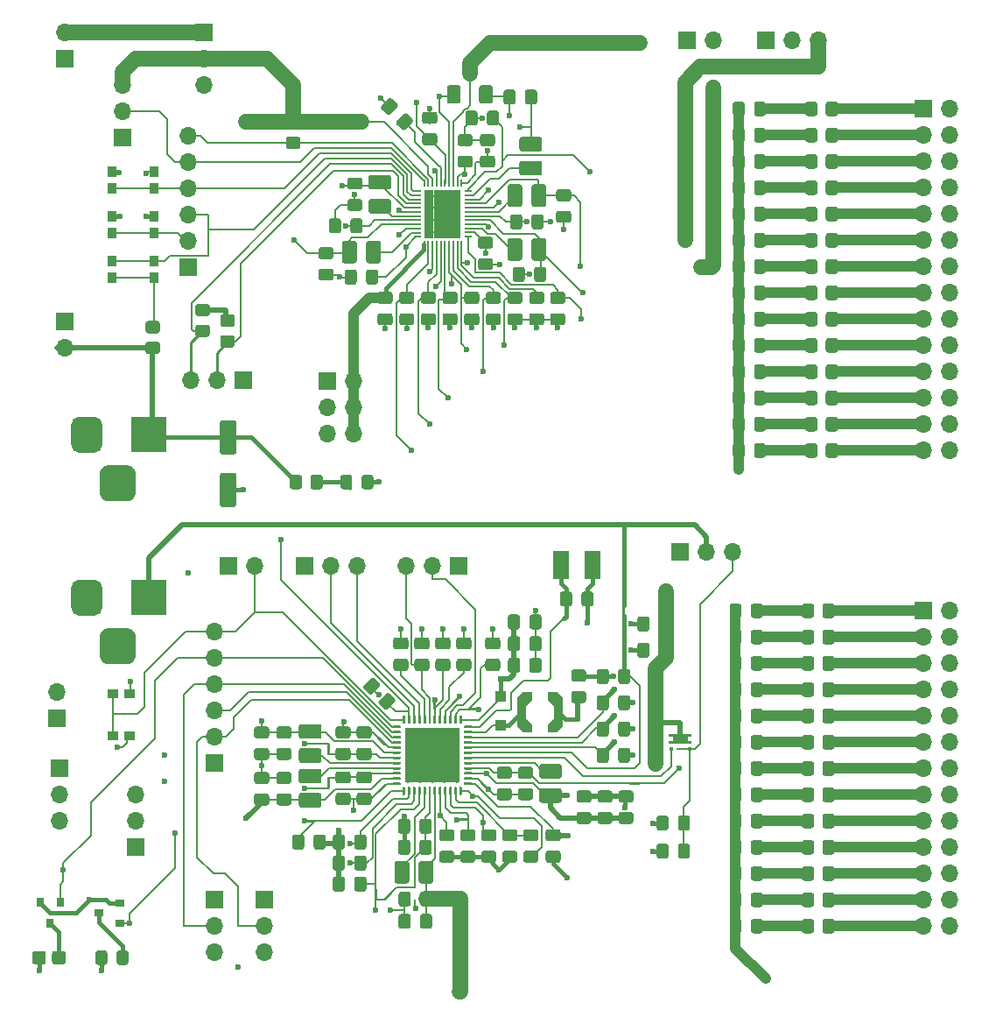
<source format=gbr>
%TF.GenerationSoftware,KiCad,Pcbnew,(5.1.8-0-10_14)*%
%TF.CreationDate,2021-03-09T19:09:17+00:00*%
%TF.ProjectId,STPMIC1_MC32PF3000_Board,5354504d-4943-4315-9f4d-433332504633,rev?*%
%TF.SameCoordinates,Original*%
%TF.FileFunction,Copper,L1,Top*%
%TF.FilePolarity,Positive*%
%FSLAX46Y46*%
G04 Gerber Fmt 4.6, Leading zero omitted, Abs format (unit mm)*
G04 Created by KiCad (PCBNEW (5.1.8-0-10_14)) date 2021-03-09 19:09:17*
%MOMM*%
%LPD*%
G01*
G04 APERTURE LIST*
%TA.AperFunction,EtchedComponent*%
%ADD10C,0.100000*%
%TD*%
%TA.AperFunction,SMDPad,CuDef*%
%ADD11R,1.500000X2.750000*%
%TD*%
%TA.AperFunction,SMDPad,CuDef*%
%ADD12C,0.100000*%
%TD*%
%TA.AperFunction,ComponentPad*%
%ADD13O,1.700000X1.700000*%
%TD*%
%TA.AperFunction,ComponentPad*%
%ADD14R,1.700000X1.700000*%
%TD*%
%TA.AperFunction,ComponentPad*%
%ADD15R,3.500000X3.500000*%
%TD*%
%TA.AperFunction,SMDPad,CuDef*%
%ADD16C,0.250000*%
%TD*%
%TA.AperFunction,SMDPad,CuDef*%
%ADD17C,1.000000*%
%TD*%
%TA.AperFunction,SMDPad,CuDef*%
%ADD18R,5.300000X5.300000*%
%TD*%
%TA.AperFunction,ComponentPad*%
%ADD19C,0.500000*%
%TD*%
%TA.AperFunction,SMDPad,CuDef*%
%ADD20R,1.000000X0.900000*%
%TD*%
%TA.AperFunction,SMDPad,CuDef*%
%ADD21R,0.800000X0.900000*%
%TD*%
%TA.AperFunction,SMDPad,CuDef*%
%ADD22R,0.900000X0.800000*%
%TD*%
%TA.AperFunction,SMDPad,CuDef*%
%ADD23R,0.350000X0.300000*%
%TD*%
%TA.AperFunction,SMDPad,CuDef*%
%ADD24R,0.870000X0.235000*%
%TD*%
%TA.AperFunction,SMDPad,CuDef*%
%ADD25R,1.100000X1.100000*%
%TD*%
%TA.AperFunction,SMDPad,CuDef*%
%ADD26R,0.900000X1.000000*%
%TD*%
%TA.AperFunction,SMDPad,CuDef*%
%ADD27R,0.875000X1.150000*%
%TD*%
%TA.AperFunction,SMDPad,CuDef*%
%ADD28O,0.220000X0.800000*%
%TD*%
%TA.AperFunction,SMDPad,CuDef*%
%ADD29O,0.800000X0.220000*%
%TD*%
%TA.AperFunction,ViaPad*%
%ADD30C,0.600000*%
%TD*%
%TA.AperFunction,Conductor*%
%ADD31C,0.200000*%
%TD*%
%TA.AperFunction,Conductor*%
%ADD32C,1.000000*%
%TD*%
%TA.AperFunction,Conductor*%
%ADD33C,0.400000*%
%TD*%
%TA.AperFunction,Conductor*%
%ADD34C,0.500000*%
%TD*%
%TA.AperFunction,Conductor*%
%ADD35C,0.127000*%
%TD*%
%TA.AperFunction,Conductor*%
%ADD36C,1.500000*%
%TD*%
%TA.AperFunction,Conductor*%
%ADD37C,0.250000*%
%TD*%
G04 APERTURE END LIST*
D10*
%TO.C,NT5*%
G36*
X117920644Y-129422751D02*
G01*
X118627751Y-128715644D01*
X118807356Y-128895249D01*
X118100249Y-129602356D01*
X117920644Y-129422751D01*
G37*
%TO.C,NT12*%
G36*
X127498249Y-118047644D02*
G01*
X128205356Y-118754751D01*
X128025751Y-118934356D01*
X127318644Y-118227249D01*
X127498249Y-118047644D01*
G37*
%TO.C,NT2*%
G36*
X117094000Y-129532000D02*
G01*
X117094000Y-128532000D01*
X117348000Y-128532000D01*
X117348000Y-129532000D01*
X117094000Y-129532000D01*
G37*
%TO.C,NT14*%
G36*
X118068951Y-114641756D02*
G01*
X117361844Y-113934649D01*
X117541449Y-113755044D01*
X118248556Y-114462151D01*
X118068951Y-114641756D01*
G37*
%TO.C,NT4*%
G36*
X112776000Y-114435000D02*
G01*
X112776000Y-115435000D01*
X112522000Y-115435000D01*
X112522000Y-114435000D01*
X112776000Y-114435000D01*
G37*
%TO.C,NT6*%
G36*
X112522000Y-118737000D02*
G01*
X112522000Y-117737000D01*
X112776000Y-117737000D01*
X112776000Y-118737000D01*
X112522000Y-118737000D01*
G37*
%TO.C,NT1*%
G36*
X110294800Y-121793000D02*
G01*
X111294800Y-121793000D01*
X111294800Y-122047000D01*
X110294800Y-122047000D01*
X110294800Y-121793000D01*
G37*
%TO.C,NT11*%
G36*
X118248556Y-118506649D02*
G01*
X117541449Y-119213756D01*
X117361844Y-119034151D01*
X118068951Y-118327044D01*
X118248556Y-118506649D01*
G37*
%TO.C,NT13*%
G36*
X124524644Y-110499751D02*
G01*
X125231751Y-109792644D01*
X125411356Y-109972249D01*
X124704249Y-110679356D01*
X124524644Y-110499751D01*
G37*
%TO.C,NT8*%
G36*
X127182500Y-111252000D02*
G01*
X126182500Y-111252000D01*
X126182500Y-110998000D01*
X127182500Y-110998000D01*
X127182500Y-111252000D01*
G37*
%TO.C,NT9*%
G36*
X123063000Y-110180500D02*
G01*
X123063000Y-111180500D01*
X122809000Y-111180500D01*
X122809000Y-110180500D01*
X123063000Y-110180500D01*
G37*
%TO.C,NT3*%
G36*
X125103000Y-121666000D02*
G01*
X126103000Y-121666000D01*
X126103000Y-121920000D01*
X125103000Y-121920000D01*
X125103000Y-121666000D01*
G37*
%TO.C,NT10*%
G36*
X141351000Y-101100000D02*
G01*
X141351000Y-102100000D01*
X141097000Y-102100000D01*
X141097000Y-101100000D01*
X141351000Y-101100000D01*
G37*
%TO.C,NT7*%
G36*
X142740000Y-118389400D02*
G01*
X141740000Y-118389400D01*
X141740000Y-118135400D01*
X142740000Y-118135400D01*
X142740000Y-118389400D01*
G37*
%TD*%
D11*
%TO.P,BT1,2*%
%TO.N,GNDS*%
X138176000Y-97155000D03*
%TO.P,BT1,1*%
%TO.N,/PF3000_Board/PF3000/LICELL_TO_BAT*%
X135128000Y-97155000D03*
%TD*%
%TA.AperFunction,SMDPad,CuDef*%
D12*
%TO.P,L10,1*%
%TO.N,Net-(D16-Pad2)*%
G36*
X132346000Y-110209000D02*
G01*
X131766000Y-110804000D01*
X131766000Y-111954000D01*
X132346000Y-112549000D01*
X132346000Y-113324000D01*
X131456000Y-113324000D01*
X130896000Y-112774000D01*
X130896000Y-109984000D01*
X131456000Y-109434000D01*
X132346000Y-109434000D01*
X132346000Y-110209000D01*
G37*
%TD.AperFunction*%
%TA.AperFunction,SMDPad,CuDef*%
%TO.P,L10,2*%
%TO.N,/PF3000_Board/VIN*%
G36*
X135296000Y-109984000D02*
G01*
X135296000Y-112774000D01*
X134736000Y-113324000D01*
X133846000Y-113324000D01*
X133846000Y-112549000D01*
X134426000Y-111954000D01*
X134426000Y-110804000D01*
X133846000Y-110209000D01*
X133846000Y-109434000D01*
X134736000Y-109434000D01*
X135296000Y-109984000D01*
G37*
%TD.AperFunction*%
%TD*%
%TO.P,C1,2*%
%TO.N,GNDS*%
%TA.AperFunction,SMDPad,CuDef*%
G36*
G01*
X102383500Y-88251000D02*
X103483500Y-88251000D01*
G75*
G02*
X103733500Y-88501000I0J-250000D01*
G01*
X103733500Y-91326000D01*
G75*
G02*
X103483500Y-91576000I-250000J0D01*
G01*
X102383500Y-91576000D01*
G75*
G02*
X102133500Y-91326000I0J250000D01*
G01*
X102133500Y-88501000D01*
G75*
G02*
X102383500Y-88251000I250000J0D01*
G01*
G37*
%TD.AperFunction*%
%TO.P,C1,1*%
%TO.N,/STPMIC1_Board/VBAT*%
%TA.AperFunction,SMDPad,CuDef*%
G36*
G01*
X102383500Y-83176000D02*
X103483500Y-83176000D01*
G75*
G02*
X103733500Y-83426000I0J-250000D01*
G01*
X103733500Y-86251000D01*
G75*
G02*
X103483500Y-86501000I-250000J0D01*
G01*
X102383500Y-86501000D01*
G75*
G02*
X102133500Y-86251000I0J250000D01*
G01*
X102133500Y-83426000D01*
G75*
G02*
X102383500Y-83176000I250000J0D01*
G01*
G37*
%TD.AperFunction*%
%TD*%
%TO.P,D31,2*%
%TO.N,Net-(D31-Pad2)*%
%TA.AperFunction,SMDPad,CuDef*%
G36*
G01*
X153485000Y-114750001D02*
X153485000Y-113849999D01*
G75*
G02*
X153734999Y-113600000I249999J0D01*
G01*
X154385001Y-113600000D01*
G75*
G02*
X154635000Y-113849999I0J-249999D01*
G01*
X154635000Y-114750001D01*
G75*
G02*
X154385001Y-115000000I-249999J0D01*
G01*
X153734999Y-115000000D01*
G75*
G02*
X153485000Y-114750001I0J249999D01*
G01*
G37*
%TD.AperFunction*%
%TO.P,D31,1*%
%TO.N,GNDS*%
%TA.AperFunction,SMDPad,CuDef*%
G36*
G01*
X151435000Y-114750001D02*
X151435000Y-113849999D01*
G75*
G02*
X151684999Y-113600000I249999J0D01*
G01*
X152335001Y-113600000D01*
G75*
G02*
X152585000Y-113849999I0J-249999D01*
G01*
X152585000Y-114750001D01*
G75*
G02*
X152335001Y-115000000I-249999J0D01*
G01*
X151684999Y-115000000D01*
G75*
G02*
X151435000Y-114750001I0J249999D01*
G01*
G37*
%TD.AperFunction*%
%TD*%
%TO.P,D30,2*%
%TO.N,Net-(D30-Pad2)*%
%TA.AperFunction,SMDPad,CuDef*%
G36*
G01*
X153485000Y-109670001D02*
X153485000Y-108769999D01*
G75*
G02*
X153734999Y-108520000I249999J0D01*
G01*
X154385001Y-108520000D01*
G75*
G02*
X154635000Y-108769999I0J-249999D01*
G01*
X154635000Y-109670001D01*
G75*
G02*
X154385001Y-109920000I-249999J0D01*
G01*
X153734999Y-109920000D01*
G75*
G02*
X153485000Y-109670001I0J249999D01*
G01*
G37*
%TD.AperFunction*%
%TO.P,D30,1*%
%TO.N,GNDS*%
%TA.AperFunction,SMDPad,CuDef*%
G36*
G01*
X151435000Y-109670001D02*
X151435000Y-108769999D01*
G75*
G02*
X151684999Y-108520000I249999J0D01*
G01*
X152335001Y-108520000D01*
G75*
G02*
X152585000Y-108769999I0J-249999D01*
G01*
X152585000Y-109670001D01*
G75*
G02*
X152335001Y-109920000I-249999J0D01*
G01*
X151684999Y-109920000D01*
G75*
G02*
X151435000Y-109670001I0J249999D01*
G01*
G37*
%TD.AperFunction*%
%TD*%
%TO.P,D29,2*%
%TO.N,Net-(D29-Pad2)*%
%TA.AperFunction,SMDPad,CuDef*%
G36*
G01*
X153485000Y-112210001D02*
X153485000Y-111309999D01*
G75*
G02*
X153734999Y-111060000I249999J0D01*
G01*
X154385001Y-111060000D01*
G75*
G02*
X154635000Y-111309999I0J-249999D01*
G01*
X154635000Y-112210001D01*
G75*
G02*
X154385001Y-112460000I-249999J0D01*
G01*
X153734999Y-112460000D01*
G75*
G02*
X153485000Y-112210001I0J249999D01*
G01*
G37*
%TD.AperFunction*%
%TO.P,D29,1*%
%TO.N,GNDS*%
%TA.AperFunction,SMDPad,CuDef*%
G36*
G01*
X151435000Y-112210001D02*
X151435000Y-111309999D01*
G75*
G02*
X151684999Y-111060000I249999J0D01*
G01*
X152335001Y-111060000D01*
G75*
G02*
X152585000Y-111309999I0J-249999D01*
G01*
X152585000Y-112210001D01*
G75*
G02*
X152335001Y-112460000I-249999J0D01*
G01*
X151684999Y-112460000D01*
G75*
G02*
X151435000Y-112210001I0J249999D01*
G01*
G37*
%TD.AperFunction*%
%TD*%
%TO.P,D28,2*%
%TO.N,Net-(D28-Pad2)*%
%TA.AperFunction,SMDPad,CuDef*%
G36*
G01*
X153485000Y-119830001D02*
X153485000Y-118929999D01*
G75*
G02*
X153734999Y-118680000I249999J0D01*
G01*
X154385001Y-118680000D01*
G75*
G02*
X154635000Y-118929999I0J-249999D01*
G01*
X154635000Y-119830001D01*
G75*
G02*
X154385001Y-120080000I-249999J0D01*
G01*
X153734999Y-120080000D01*
G75*
G02*
X153485000Y-119830001I0J249999D01*
G01*
G37*
%TD.AperFunction*%
%TO.P,D28,1*%
%TO.N,GNDS*%
%TA.AperFunction,SMDPad,CuDef*%
G36*
G01*
X151435000Y-119830001D02*
X151435000Y-118929999D01*
G75*
G02*
X151684999Y-118680000I249999J0D01*
G01*
X152335001Y-118680000D01*
G75*
G02*
X152585000Y-118929999I0J-249999D01*
G01*
X152585000Y-119830001D01*
G75*
G02*
X152335001Y-120080000I-249999J0D01*
G01*
X151684999Y-120080000D01*
G75*
G02*
X151435000Y-119830001I0J249999D01*
G01*
G37*
%TD.AperFunction*%
%TD*%
%TO.P,D27,2*%
%TO.N,Net-(D27-Pad2)*%
%TA.AperFunction,SMDPad,CuDef*%
G36*
G01*
X153485000Y-107130001D02*
X153485000Y-106229999D01*
G75*
G02*
X153734999Y-105980000I249999J0D01*
G01*
X154385001Y-105980000D01*
G75*
G02*
X154635000Y-106229999I0J-249999D01*
G01*
X154635000Y-107130001D01*
G75*
G02*
X154385001Y-107380000I-249999J0D01*
G01*
X153734999Y-107380000D01*
G75*
G02*
X153485000Y-107130001I0J249999D01*
G01*
G37*
%TD.AperFunction*%
%TO.P,D27,1*%
%TO.N,GNDS*%
%TA.AperFunction,SMDPad,CuDef*%
G36*
G01*
X151435000Y-107130001D02*
X151435000Y-106229999D01*
G75*
G02*
X151684999Y-105980000I249999J0D01*
G01*
X152335001Y-105980000D01*
G75*
G02*
X152585000Y-106229999I0J-249999D01*
G01*
X152585000Y-107130001D01*
G75*
G02*
X152335001Y-107380000I-249999J0D01*
G01*
X151684999Y-107380000D01*
G75*
G02*
X151435000Y-107130001I0J249999D01*
G01*
G37*
%TD.AperFunction*%
%TD*%
%TO.P,D26,2*%
%TO.N,Net-(D26-Pad2)*%
%TA.AperFunction,SMDPad,CuDef*%
G36*
G01*
X153485000Y-122370001D02*
X153485000Y-121469999D01*
G75*
G02*
X153734999Y-121220000I249999J0D01*
G01*
X154385001Y-121220000D01*
G75*
G02*
X154635000Y-121469999I0J-249999D01*
G01*
X154635000Y-122370001D01*
G75*
G02*
X154385001Y-122620000I-249999J0D01*
G01*
X153734999Y-122620000D01*
G75*
G02*
X153485000Y-122370001I0J249999D01*
G01*
G37*
%TD.AperFunction*%
%TO.P,D26,1*%
%TO.N,GNDS*%
%TA.AperFunction,SMDPad,CuDef*%
G36*
G01*
X151435000Y-122370001D02*
X151435000Y-121469999D01*
G75*
G02*
X151684999Y-121220000I249999J0D01*
G01*
X152335001Y-121220000D01*
G75*
G02*
X152585000Y-121469999I0J-249999D01*
G01*
X152585000Y-122370001D01*
G75*
G02*
X152335001Y-122620000I-249999J0D01*
G01*
X151684999Y-122620000D01*
G75*
G02*
X151435000Y-122370001I0J249999D01*
G01*
G37*
%TD.AperFunction*%
%TD*%
%TO.P,D25,2*%
%TO.N,Net-(D25-Pad2)*%
%TA.AperFunction,SMDPad,CuDef*%
G36*
G01*
X153485000Y-124910001D02*
X153485000Y-124009999D01*
G75*
G02*
X153734999Y-123760000I249999J0D01*
G01*
X154385001Y-123760000D01*
G75*
G02*
X154635000Y-124009999I0J-249999D01*
G01*
X154635000Y-124910001D01*
G75*
G02*
X154385001Y-125160000I-249999J0D01*
G01*
X153734999Y-125160000D01*
G75*
G02*
X153485000Y-124910001I0J249999D01*
G01*
G37*
%TD.AperFunction*%
%TO.P,D25,1*%
%TO.N,GNDS*%
%TA.AperFunction,SMDPad,CuDef*%
G36*
G01*
X151435000Y-124910001D02*
X151435000Y-124009999D01*
G75*
G02*
X151684999Y-123760000I249999J0D01*
G01*
X152335001Y-123760000D01*
G75*
G02*
X152585000Y-124009999I0J-249999D01*
G01*
X152585000Y-124910001D01*
G75*
G02*
X152335001Y-125160000I-249999J0D01*
G01*
X151684999Y-125160000D01*
G75*
G02*
X151435000Y-124910001I0J249999D01*
G01*
G37*
%TD.AperFunction*%
%TD*%
%TO.P,D24,2*%
%TO.N,Net-(D24-Pad2)*%
%TA.AperFunction,SMDPad,CuDef*%
G36*
G01*
X153485000Y-129990001D02*
X153485000Y-129089999D01*
G75*
G02*
X153734999Y-128840000I249999J0D01*
G01*
X154385001Y-128840000D01*
G75*
G02*
X154635000Y-129089999I0J-249999D01*
G01*
X154635000Y-129990001D01*
G75*
G02*
X154385001Y-130240000I-249999J0D01*
G01*
X153734999Y-130240000D01*
G75*
G02*
X153485000Y-129990001I0J249999D01*
G01*
G37*
%TD.AperFunction*%
%TO.P,D24,1*%
%TO.N,GNDS*%
%TA.AperFunction,SMDPad,CuDef*%
G36*
G01*
X151435000Y-129990001D02*
X151435000Y-129089999D01*
G75*
G02*
X151684999Y-128840000I249999J0D01*
G01*
X152335001Y-128840000D01*
G75*
G02*
X152585000Y-129089999I0J-249999D01*
G01*
X152585000Y-129990001D01*
G75*
G02*
X152335001Y-130240000I-249999J0D01*
G01*
X151684999Y-130240000D01*
G75*
G02*
X151435000Y-129990001I0J249999D01*
G01*
G37*
%TD.AperFunction*%
%TD*%
%TO.P,D23,2*%
%TO.N,Net-(D23-Pad2)*%
%TA.AperFunction,SMDPad,CuDef*%
G36*
G01*
X153485000Y-132530001D02*
X153485000Y-131629999D01*
G75*
G02*
X153734999Y-131380000I249999J0D01*
G01*
X154385001Y-131380000D01*
G75*
G02*
X154635000Y-131629999I0J-249999D01*
G01*
X154635000Y-132530001D01*
G75*
G02*
X154385001Y-132780000I-249999J0D01*
G01*
X153734999Y-132780000D01*
G75*
G02*
X153485000Y-132530001I0J249999D01*
G01*
G37*
%TD.AperFunction*%
%TO.P,D23,1*%
%TO.N,GNDS*%
%TA.AperFunction,SMDPad,CuDef*%
G36*
G01*
X151435000Y-132530001D02*
X151435000Y-131629999D01*
G75*
G02*
X151684999Y-131380000I249999J0D01*
G01*
X152335001Y-131380000D01*
G75*
G02*
X152585000Y-131629999I0J-249999D01*
G01*
X152585000Y-132530001D01*
G75*
G02*
X152335001Y-132780000I-249999J0D01*
G01*
X151684999Y-132780000D01*
G75*
G02*
X151435000Y-132530001I0J249999D01*
G01*
G37*
%TD.AperFunction*%
%TD*%
%TO.P,D22,2*%
%TO.N,Net-(D22-Pad2)*%
%TA.AperFunction,SMDPad,CuDef*%
G36*
G01*
X153485000Y-117290001D02*
X153485000Y-116389999D01*
G75*
G02*
X153734999Y-116140000I249999J0D01*
G01*
X154385001Y-116140000D01*
G75*
G02*
X154635000Y-116389999I0J-249999D01*
G01*
X154635000Y-117290001D01*
G75*
G02*
X154385001Y-117540000I-249999J0D01*
G01*
X153734999Y-117540000D01*
G75*
G02*
X153485000Y-117290001I0J249999D01*
G01*
G37*
%TD.AperFunction*%
%TO.P,D22,1*%
%TO.N,GNDS*%
%TA.AperFunction,SMDPad,CuDef*%
G36*
G01*
X151435000Y-117290001D02*
X151435000Y-116389999D01*
G75*
G02*
X151684999Y-116140000I249999J0D01*
G01*
X152335001Y-116140000D01*
G75*
G02*
X152585000Y-116389999I0J-249999D01*
G01*
X152585000Y-117290001D01*
G75*
G02*
X152335001Y-117540000I-249999J0D01*
G01*
X151684999Y-117540000D01*
G75*
G02*
X151435000Y-117290001I0J249999D01*
G01*
G37*
%TD.AperFunction*%
%TD*%
%TO.P,D21,2*%
%TO.N,Net-(D21-Pad2)*%
%TA.AperFunction,SMDPad,CuDef*%
G36*
G01*
X153485000Y-127450001D02*
X153485000Y-126549999D01*
G75*
G02*
X153734999Y-126300000I249999J0D01*
G01*
X154385001Y-126300000D01*
G75*
G02*
X154635000Y-126549999I0J-249999D01*
G01*
X154635000Y-127450001D01*
G75*
G02*
X154385001Y-127700000I-249999J0D01*
G01*
X153734999Y-127700000D01*
G75*
G02*
X153485000Y-127450001I0J249999D01*
G01*
G37*
%TD.AperFunction*%
%TO.P,D21,1*%
%TO.N,GNDS*%
%TA.AperFunction,SMDPad,CuDef*%
G36*
G01*
X151435000Y-127450001D02*
X151435000Y-126549999D01*
G75*
G02*
X151684999Y-126300000I249999J0D01*
G01*
X152335001Y-126300000D01*
G75*
G02*
X152585000Y-126549999I0J-249999D01*
G01*
X152585000Y-127450001D01*
G75*
G02*
X152335001Y-127700000I-249999J0D01*
G01*
X151684999Y-127700000D01*
G75*
G02*
X151435000Y-127450001I0J249999D01*
G01*
G37*
%TD.AperFunction*%
%TD*%
%TO.P,D20,2*%
%TO.N,Net-(D20-Pad2)*%
%TA.AperFunction,SMDPad,CuDef*%
G36*
G01*
X153485000Y-102050001D02*
X153485000Y-101149999D01*
G75*
G02*
X153734999Y-100900000I249999J0D01*
G01*
X154385001Y-100900000D01*
G75*
G02*
X154635000Y-101149999I0J-249999D01*
G01*
X154635000Y-102050001D01*
G75*
G02*
X154385001Y-102300000I-249999J0D01*
G01*
X153734999Y-102300000D01*
G75*
G02*
X153485000Y-102050001I0J249999D01*
G01*
G37*
%TD.AperFunction*%
%TO.P,D20,1*%
%TO.N,GNDS*%
%TA.AperFunction,SMDPad,CuDef*%
G36*
G01*
X151435000Y-102050001D02*
X151435000Y-101149999D01*
G75*
G02*
X151684999Y-100900000I249999J0D01*
G01*
X152335001Y-100900000D01*
G75*
G02*
X152585000Y-101149999I0J-249999D01*
G01*
X152585000Y-102050001D01*
G75*
G02*
X152335001Y-102300000I-249999J0D01*
G01*
X151684999Y-102300000D01*
G75*
G02*
X151435000Y-102050001I0J249999D01*
G01*
G37*
%TD.AperFunction*%
%TD*%
%TO.P,D19,2*%
%TO.N,Net-(D19-Pad2)*%
%TA.AperFunction,SMDPad,CuDef*%
G36*
G01*
X153485000Y-104590001D02*
X153485000Y-103689999D01*
G75*
G02*
X153734999Y-103440000I249999J0D01*
G01*
X154385001Y-103440000D01*
G75*
G02*
X154635000Y-103689999I0J-249999D01*
G01*
X154635000Y-104590001D01*
G75*
G02*
X154385001Y-104840000I-249999J0D01*
G01*
X153734999Y-104840000D01*
G75*
G02*
X153485000Y-104590001I0J249999D01*
G01*
G37*
%TD.AperFunction*%
%TO.P,D19,1*%
%TO.N,GNDS*%
%TA.AperFunction,SMDPad,CuDef*%
G36*
G01*
X151435000Y-104590001D02*
X151435000Y-103689999D01*
G75*
G02*
X151684999Y-103440000I249999J0D01*
G01*
X152335001Y-103440000D01*
G75*
G02*
X152585000Y-103689999I0J-249999D01*
G01*
X152585000Y-104590001D01*
G75*
G02*
X152335001Y-104840000I-249999J0D01*
G01*
X151684999Y-104840000D01*
G75*
G02*
X151435000Y-104590001I0J249999D01*
G01*
G37*
%TD.AperFunction*%
%TD*%
%TO.P,D15,2*%
%TO.N,Net-(D15-Pad2)*%
%TA.AperFunction,SMDPad,CuDef*%
G36*
G01*
X153802500Y-84016001D02*
X153802500Y-83115999D01*
G75*
G02*
X154052499Y-82866000I249999J0D01*
G01*
X154702501Y-82866000D01*
G75*
G02*
X154952500Y-83115999I0J-249999D01*
G01*
X154952500Y-84016001D01*
G75*
G02*
X154702501Y-84266000I-249999J0D01*
G01*
X154052499Y-84266000D01*
G75*
G02*
X153802500Y-84016001I0J249999D01*
G01*
G37*
%TD.AperFunction*%
%TO.P,D15,1*%
%TO.N,GNDS*%
%TA.AperFunction,SMDPad,CuDef*%
G36*
G01*
X151752500Y-84016001D02*
X151752500Y-83115999D01*
G75*
G02*
X152002499Y-82866000I249999J0D01*
G01*
X152652501Y-82866000D01*
G75*
G02*
X152902500Y-83115999I0J-249999D01*
G01*
X152902500Y-84016001D01*
G75*
G02*
X152652501Y-84266000I-249999J0D01*
G01*
X152002499Y-84266000D01*
G75*
G02*
X151752500Y-84016001I0J249999D01*
G01*
G37*
%TD.AperFunction*%
%TD*%
%TO.P,D14,2*%
%TO.N,Net-(D14-Pad2)*%
%TA.AperFunction,SMDPad,CuDef*%
G36*
G01*
X153802500Y-61156001D02*
X153802500Y-60255999D01*
G75*
G02*
X154052499Y-60006000I249999J0D01*
G01*
X154702501Y-60006000D01*
G75*
G02*
X154952500Y-60255999I0J-249999D01*
G01*
X154952500Y-61156001D01*
G75*
G02*
X154702501Y-61406000I-249999J0D01*
G01*
X154052499Y-61406000D01*
G75*
G02*
X153802500Y-61156001I0J249999D01*
G01*
G37*
%TD.AperFunction*%
%TO.P,D14,1*%
%TO.N,GNDS*%
%TA.AperFunction,SMDPad,CuDef*%
G36*
G01*
X151752500Y-61156001D02*
X151752500Y-60255999D01*
G75*
G02*
X152002499Y-60006000I249999J0D01*
G01*
X152652501Y-60006000D01*
G75*
G02*
X152902500Y-60255999I0J-249999D01*
G01*
X152902500Y-61156001D01*
G75*
G02*
X152652501Y-61406000I-249999J0D01*
G01*
X152002499Y-61406000D01*
G75*
G02*
X151752500Y-61156001I0J249999D01*
G01*
G37*
%TD.AperFunction*%
%TD*%
%TO.P,D13,2*%
%TO.N,Net-(D13-Pad2)*%
%TA.AperFunction,SMDPad,CuDef*%
G36*
G01*
X153802500Y-63696001D02*
X153802500Y-62795999D01*
G75*
G02*
X154052499Y-62546000I249999J0D01*
G01*
X154702501Y-62546000D01*
G75*
G02*
X154952500Y-62795999I0J-249999D01*
G01*
X154952500Y-63696001D01*
G75*
G02*
X154702501Y-63946000I-249999J0D01*
G01*
X154052499Y-63946000D01*
G75*
G02*
X153802500Y-63696001I0J249999D01*
G01*
G37*
%TD.AperFunction*%
%TO.P,D13,1*%
%TO.N,GNDS*%
%TA.AperFunction,SMDPad,CuDef*%
G36*
G01*
X151752500Y-63696001D02*
X151752500Y-62795999D01*
G75*
G02*
X152002499Y-62546000I249999J0D01*
G01*
X152652501Y-62546000D01*
G75*
G02*
X152902500Y-62795999I0J-249999D01*
G01*
X152902500Y-63696001D01*
G75*
G02*
X152652501Y-63946000I-249999J0D01*
G01*
X152002499Y-63946000D01*
G75*
G02*
X151752500Y-63696001I0J249999D01*
G01*
G37*
%TD.AperFunction*%
%TD*%
%TO.P,D12,2*%
%TO.N,Net-(D12-Pad2)*%
%TA.AperFunction,SMDPad,CuDef*%
G36*
G01*
X153802500Y-76396001D02*
X153802500Y-75495999D01*
G75*
G02*
X154052499Y-75246000I249999J0D01*
G01*
X154702501Y-75246000D01*
G75*
G02*
X154952500Y-75495999I0J-249999D01*
G01*
X154952500Y-76396001D01*
G75*
G02*
X154702501Y-76646000I-249999J0D01*
G01*
X154052499Y-76646000D01*
G75*
G02*
X153802500Y-76396001I0J249999D01*
G01*
G37*
%TD.AperFunction*%
%TO.P,D12,1*%
%TO.N,GNDS*%
%TA.AperFunction,SMDPad,CuDef*%
G36*
G01*
X151752500Y-76396001D02*
X151752500Y-75495999D01*
G75*
G02*
X152002499Y-75246000I249999J0D01*
G01*
X152652501Y-75246000D01*
G75*
G02*
X152902500Y-75495999I0J-249999D01*
G01*
X152902500Y-76396001D01*
G75*
G02*
X152652501Y-76646000I-249999J0D01*
G01*
X152002499Y-76646000D01*
G75*
G02*
X151752500Y-76396001I0J249999D01*
G01*
G37*
%TD.AperFunction*%
%TD*%
%TO.P,D11,2*%
%TO.N,Net-(D11-Pad2)*%
%TA.AperFunction,SMDPad,CuDef*%
G36*
G01*
X153802500Y-78936001D02*
X153802500Y-78035999D01*
G75*
G02*
X154052499Y-77786000I249999J0D01*
G01*
X154702501Y-77786000D01*
G75*
G02*
X154952500Y-78035999I0J-249999D01*
G01*
X154952500Y-78936001D01*
G75*
G02*
X154702501Y-79186000I-249999J0D01*
G01*
X154052499Y-79186000D01*
G75*
G02*
X153802500Y-78936001I0J249999D01*
G01*
G37*
%TD.AperFunction*%
%TO.P,D11,1*%
%TO.N,GNDS*%
%TA.AperFunction,SMDPad,CuDef*%
G36*
G01*
X151752500Y-78936001D02*
X151752500Y-78035999D01*
G75*
G02*
X152002499Y-77786000I249999J0D01*
G01*
X152652501Y-77786000D01*
G75*
G02*
X152902500Y-78035999I0J-249999D01*
G01*
X152902500Y-78936001D01*
G75*
G02*
X152652501Y-79186000I-249999J0D01*
G01*
X152002499Y-79186000D01*
G75*
G02*
X151752500Y-78936001I0J249999D01*
G01*
G37*
%TD.AperFunction*%
%TD*%
%TO.P,D10,2*%
%TO.N,Net-(D10-Pad2)*%
%TA.AperFunction,SMDPad,CuDef*%
G36*
G01*
X153802500Y-58616001D02*
X153802500Y-57715999D01*
G75*
G02*
X154052499Y-57466000I249999J0D01*
G01*
X154702501Y-57466000D01*
G75*
G02*
X154952500Y-57715999I0J-249999D01*
G01*
X154952500Y-58616001D01*
G75*
G02*
X154702501Y-58866000I-249999J0D01*
G01*
X154052499Y-58866000D01*
G75*
G02*
X153802500Y-58616001I0J249999D01*
G01*
G37*
%TD.AperFunction*%
%TO.P,D10,1*%
%TO.N,GNDS*%
%TA.AperFunction,SMDPad,CuDef*%
G36*
G01*
X151752500Y-58616001D02*
X151752500Y-57715999D01*
G75*
G02*
X152002499Y-57466000I249999J0D01*
G01*
X152652501Y-57466000D01*
G75*
G02*
X152902500Y-57715999I0J-249999D01*
G01*
X152902500Y-58616001D01*
G75*
G02*
X152652501Y-58866000I-249999J0D01*
G01*
X152002499Y-58866000D01*
G75*
G02*
X151752500Y-58616001I0J249999D01*
G01*
G37*
%TD.AperFunction*%
%TD*%
%TO.P,D9,2*%
%TO.N,Net-(D9-Pad2)*%
%TA.AperFunction,SMDPad,CuDef*%
G36*
G01*
X153802500Y-86556001D02*
X153802500Y-85655999D01*
G75*
G02*
X154052499Y-85406000I249999J0D01*
G01*
X154702501Y-85406000D01*
G75*
G02*
X154952500Y-85655999I0J-249999D01*
G01*
X154952500Y-86556001D01*
G75*
G02*
X154702501Y-86806000I-249999J0D01*
G01*
X154052499Y-86806000D01*
G75*
G02*
X153802500Y-86556001I0J249999D01*
G01*
G37*
%TD.AperFunction*%
%TO.P,D9,1*%
%TO.N,GNDS*%
%TA.AperFunction,SMDPad,CuDef*%
G36*
G01*
X151752500Y-86556001D02*
X151752500Y-85655999D01*
G75*
G02*
X152002499Y-85406000I249999J0D01*
G01*
X152652501Y-85406000D01*
G75*
G02*
X152902500Y-85655999I0J-249999D01*
G01*
X152902500Y-86556001D01*
G75*
G02*
X152652501Y-86806000I-249999J0D01*
G01*
X152002499Y-86806000D01*
G75*
G02*
X151752500Y-86556001I0J249999D01*
G01*
G37*
%TD.AperFunction*%
%TD*%
%TO.P,D8,2*%
%TO.N,Net-(D8-Pad2)*%
%TA.AperFunction,SMDPad,CuDef*%
G36*
G01*
X153802500Y-81476001D02*
X153802500Y-80575999D01*
G75*
G02*
X154052499Y-80326000I249999J0D01*
G01*
X154702501Y-80326000D01*
G75*
G02*
X154952500Y-80575999I0J-249999D01*
G01*
X154952500Y-81476001D01*
G75*
G02*
X154702501Y-81726000I-249999J0D01*
G01*
X154052499Y-81726000D01*
G75*
G02*
X153802500Y-81476001I0J249999D01*
G01*
G37*
%TD.AperFunction*%
%TO.P,D8,1*%
%TO.N,GNDS*%
%TA.AperFunction,SMDPad,CuDef*%
G36*
G01*
X151752500Y-81476001D02*
X151752500Y-80575999D01*
G75*
G02*
X152002499Y-80326000I249999J0D01*
G01*
X152652501Y-80326000D01*
G75*
G02*
X152902500Y-80575999I0J-249999D01*
G01*
X152902500Y-81476001D01*
G75*
G02*
X152652501Y-81726000I-249999J0D01*
G01*
X152002499Y-81726000D01*
G75*
G02*
X151752500Y-81476001I0J249999D01*
G01*
G37*
%TD.AperFunction*%
%TD*%
%TO.P,D7,2*%
%TO.N,Net-(D7-Pad2)*%
%TA.AperFunction,SMDPad,CuDef*%
G36*
G01*
X153802500Y-73856001D02*
X153802500Y-72955999D01*
G75*
G02*
X154052499Y-72706000I249999J0D01*
G01*
X154702501Y-72706000D01*
G75*
G02*
X154952500Y-72955999I0J-249999D01*
G01*
X154952500Y-73856001D01*
G75*
G02*
X154702501Y-74106000I-249999J0D01*
G01*
X154052499Y-74106000D01*
G75*
G02*
X153802500Y-73856001I0J249999D01*
G01*
G37*
%TD.AperFunction*%
%TO.P,D7,1*%
%TO.N,GNDS*%
%TA.AperFunction,SMDPad,CuDef*%
G36*
G01*
X151752500Y-73856001D02*
X151752500Y-72955999D01*
G75*
G02*
X152002499Y-72706000I249999J0D01*
G01*
X152652501Y-72706000D01*
G75*
G02*
X152902500Y-72955999I0J-249999D01*
G01*
X152902500Y-73856001D01*
G75*
G02*
X152652501Y-74106000I-249999J0D01*
G01*
X152002499Y-74106000D01*
G75*
G02*
X151752500Y-73856001I0J249999D01*
G01*
G37*
%TD.AperFunction*%
%TD*%
%TO.P,D6,2*%
%TO.N,Net-(D6-Pad2)*%
%TA.AperFunction,SMDPad,CuDef*%
G36*
G01*
X153802500Y-66236001D02*
X153802500Y-65335999D01*
G75*
G02*
X154052499Y-65086000I249999J0D01*
G01*
X154702501Y-65086000D01*
G75*
G02*
X154952500Y-65335999I0J-249999D01*
G01*
X154952500Y-66236001D01*
G75*
G02*
X154702501Y-66486000I-249999J0D01*
G01*
X154052499Y-66486000D01*
G75*
G02*
X153802500Y-66236001I0J249999D01*
G01*
G37*
%TD.AperFunction*%
%TO.P,D6,1*%
%TO.N,GNDS*%
%TA.AperFunction,SMDPad,CuDef*%
G36*
G01*
X151752500Y-66236001D02*
X151752500Y-65335999D01*
G75*
G02*
X152002499Y-65086000I249999J0D01*
G01*
X152652501Y-65086000D01*
G75*
G02*
X152902500Y-65335999I0J-249999D01*
G01*
X152902500Y-66236001D01*
G75*
G02*
X152652501Y-66486000I-249999J0D01*
G01*
X152002499Y-66486000D01*
G75*
G02*
X151752500Y-66236001I0J249999D01*
G01*
G37*
%TD.AperFunction*%
%TD*%
%TO.P,D5,2*%
%TO.N,Net-(D5-Pad2)*%
%TA.AperFunction,SMDPad,CuDef*%
G36*
G01*
X153802500Y-71316001D02*
X153802500Y-70415999D01*
G75*
G02*
X154052499Y-70166000I249999J0D01*
G01*
X154702501Y-70166000D01*
G75*
G02*
X154952500Y-70415999I0J-249999D01*
G01*
X154952500Y-71316001D01*
G75*
G02*
X154702501Y-71566000I-249999J0D01*
G01*
X154052499Y-71566000D01*
G75*
G02*
X153802500Y-71316001I0J249999D01*
G01*
G37*
%TD.AperFunction*%
%TO.P,D5,1*%
%TO.N,GNDS*%
%TA.AperFunction,SMDPad,CuDef*%
G36*
G01*
X151752500Y-71316001D02*
X151752500Y-70415999D01*
G75*
G02*
X152002499Y-70166000I249999J0D01*
G01*
X152652501Y-70166000D01*
G75*
G02*
X152902500Y-70415999I0J-249999D01*
G01*
X152902500Y-71316001D01*
G75*
G02*
X152652501Y-71566000I-249999J0D01*
G01*
X152002499Y-71566000D01*
G75*
G02*
X151752500Y-71316001I0J249999D01*
G01*
G37*
%TD.AperFunction*%
%TD*%
%TO.P,D4,2*%
%TO.N,Net-(D4-Pad2)*%
%TA.AperFunction,SMDPad,CuDef*%
G36*
G01*
X153802500Y-68776001D02*
X153802500Y-67875999D01*
G75*
G02*
X154052499Y-67626000I249999J0D01*
G01*
X154702501Y-67626000D01*
G75*
G02*
X154952500Y-67875999I0J-249999D01*
G01*
X154952500Y-68776001D01*
G75*
G02*
X154702501Y-69026000I-249999J0D01*
G01*
X154052499Y-69026000D01*
G75*
G02*
X153802500Y-68776001I0J249999D01*
G01*
G37*
%TD.AperFunction*%
%TO.P,D4,1*%
%TO.N,GNDS*%
%TA.AperFunction,SMDPad,CuDef*%
G36*
G01*
X151752500Y-68776001D02*
X151752500Y-67875999D01*
G75*
G02*
X152002499Y-67626000I249999J0D01*
G01*
X152652501Y-67626000D01*
G75*
G02*
X152902500Y-67875999I0J-249999D01*
G01*
X152902500Y-68776001D01*
G75*
G02*
X152652501Y-69026000I-249999J0D01*
G01*
X152002499Y-69026000D01*
G75*
G02*
X151752500Y-68776001I0J249999D01*
G01*
G37*
%TD.AperFunction*%
%TD*%
%TO.P,D3,2*%
%TO.N,Net-(D3-Pad2)*%
%TA.AperFunction,SMDPad,CuDef*%
G36*
G01*
X153802500Y-53536001D02*
X153802500Y-52635999D01*
G75*
G02*
X154052499Y-52386000I249999J0D01*
G01*
X154702501Y-52386000D01*
G75*
G02*
X154952500Y-52635999I0J-249999D01*
G01*
X154952500Y-53536001D01*
G75*
G02*
X154702501Y-53786000I-249999J0D01*
G01*
X154052499Y-53786000D01*
G75*
G02*
X153802500Y-53536001I0J249999D01*
G01*
G37*
%TD.AperFunction*%
%TO.P,D3,1*%
%TO.N,GNDS*%
%TA.AperFunction,SMDPad,CuDef*%
G36*
G01*
X151752500Y-53536001D02*
X151752500Y-52635999D01*
G75*
G02*
X152002499Y-52386000I249999J0D01*
G01*
X152652501Y-52386000D01*
G75*
G02*
X152902500Y-52635999I0J-249999D01*
G01*
X152902500Y-53536001D01*
G75*
G02*
X152652501Y-53786000I-249999J0D01*
G01*
X152002499Y-53786000D01*
G75*
G02*
X151752500Y-53536001I0J249999D01*
G01*
G37*
%TD.AperFunction*%
%TD*%
%TO.P,C52,2*%
%TO.N,/PF3000_Board/PF3000/LICELL_TO_BAT*%
%TA.AperFunction,SMDPad,CuDef*%
G36*
G01*
X136202000Y-99982000D02*
X136202000Y-100932000D01*
G75*
G02*
X135952000Y-101182000I-250000J0D01*
G01*
X135277000Y-101182000D01*
G75*
G02*
X135027000Y-100932000I0J250000D01*
G01*
X135027000Y-99982000D01*
G75*
G02*
X135277000Y-99732000I250000J0D01*
G01*
X135952000Y-99732000D01*
G75*
G02*
X136202000Y-99982000I0J-250000D01*
G01*
G37*
%TD.AperFunction*%
%TO.P,C52,1*%
%TO.N,GNDS*%
%TA.AperFunction,SMDPad,CuDef*%
G36*
G01*
X138277000Y-99982000D02*
X138277000Y-100932000D01*
G75*
G02*
X138027000Y-101182000I-250000J0D01*
G01*
X137352000Y-101182000D01*
G75*
G02*
X137102000Y-100932000I0J250000D01*
G01*
X137102000Y-99982000D01*
G75*
G02*
X137352000Y-99732000I250000J0D01*
G01*
X138027000Y-99732000D01*
G75*
G02*
X138277000Y-99982000I0J-250000D01*
G01*
G37*
%TD.AperFunction*%
%TD*%
%TO.P,C23,2*%
%TO.N,GNDS*%
%TA.AperFunction,SMDPad,CuDef*%
G36*
G01*
X128491000Y-56700000D02*
X127541000Y-56700000D01*
G75*
G02*
X127291000Y-56450000I0J250000D01*
G01*
X127291000Y-55775000D01*
G75*
G02*
X127541000Y-55525000I250000J0D01*
G01*
X128491000Y-55525000D01*
G75*
G02*
X128741000Y-55775000I0J-250000D01*
G01*
X128741000Y-56450000D01*
G75*
G02*
X128491000Y-56700000I-250000J0D01*
G01*
G37*
%TD.AperFunction*%
%TO.P,C23,1*%
%TO.N,/STPMIC1_Board/VOTG*%
%TA.AperFunction,SMDPad,CuDef*%
G36*
G01*
X128491000Y-58775000D02*
X127541000Y-58775000D01*
G75*
G02*
X127291000Y-58525000I0J250000D01*
G01*
X127291000Y-57850000D01*
G75*
G02*
X127541000Y-57600000I250000J0D01*
G01*
X128491000Y-57600000D01*
G75*
G02*
X128741000Y-57850000I0J-250000D01*
G01*
X128741000Y-58525000D01*
G75*
G02*
X128491000Y-58775000I-250000J0D01*
G01*
G37*
%TD.AperFunction*%
%TD*%
%TO.P,C20,2*%
%TO.N,GNDS*%
%TA.AperFunction,SMDPad,CuDef*%
G36*
G01*
X122903000Y-54541000D02*
X121953000Y-54541000D01*
G75*
G02*
X121703000Y-54291000I0J250000D01*
G01*
X121703000Y-53616000D01*
G75*
G02*
X121953000Y-53366000I250000J0D01*
G01*
X122903000Y-53366000D01*
G75*
G02*
X123153000Y-53616000I0J-250000D01*
G01*
X123153000Y-54291000D01*
G75*
G02*
X122903000Y-54541000I-250000J0D01*
G01*
G37*
%TD.AperFunction*%
%TO.P,C20,1*%
%TO.N,/STPMIC1_Board/VLDO4*%
%TA.AperFunction,SMDPad,CuDef*%
G36*
G01*
X122903000Y-56616000D02*
X121953000Y-56616000D01*
G75*
G02*
X121703000Y-56366000I0J250000D01*
G01*
X121703000Y-55691000D01*
G75*
G02*
X121953000Y-55441000I250000J0D01*
G01*
X122903000Y-55441000D01*
G75*
G02*
X123153000Y-55691000I0J-250000D01*
G01*
X123153000Y-56366000D01*
G75*
G02*
X122903000Y-56616000I-250000J0D01*
G01*
G37*
%TD.AperFunction*%
%TD*%
%TO.P,C7,2*%
%TO.N,GNDS*%
%TA.AperFunction,SMDPad,CuDef*%
G36*
G01*
X130741000Y-51468000D02*
X130741000Y-52418000D01*
G75*
G02*
X130491000Y-52668000I-250000J0D01*
G01*
X129816000Y-52668000D01*
G75*
G02*
X129566000Y-52418000I0J250000D01*
G01*
X129566000Y-51468000D01*
G75*
G02*
X129816000Y-51218000I250000J0D01*
G01*
X130491000Y-51218000D01*
G75*
G02*
X130741000Y-51468000I0J-250000D01*
G01*
G37*
%TD.AperFunction*%
%TO.P,C7,1*%
%TO.N,/STPMIC1_Board/VBAT*%
%TA.AperFunction,SMDPad,CuDef*%
G36*
G01*
X132816000Y-51468000D02*
X132816000Y-52418000D01*
G75*
G02*
X132566000Y-52668000I-250000J0D01*
G01*
X131891000Y-52668000D01*
G75*
G02*
X131641000Y-52418000I0J250000D01*
G01*
X131641000Y-51468000D01*
G75*
G02*
X131891000Y-51218000I250000J0D01*
G01*
X132566000Y-51218000D01*
G75*
G02*
X132816000Y-51468000I0J-250000D01*
G01*
G37*
%TD.AperFunction*%
%TD*%
%TO.P,C6,2*%
%TO.N,GNDS*%
%TA.AperFunction,SMDPad,CuDef*%
G36*
G01*
X127350500Y-67506000D02*
X128300500Y-67506000D01*
G75*
G02*
X128550500Y-67756000I0J-250000D01*
G01*
X128550500Y-68431000D01*
G75*
G02*
X128300500Y-68681000I-250000J0D01*
G01*
X127350500Y-68681000D01*
G75*
G02*
X127100500Y-68431000I0J250000D01*
G01*
X127100500Y-67756000D01*
G75*
G02*
X127350500Y-67506000I250000J0D01*
G01*
G37*
%TD.AperFunction*%
%TO.P,C6,1*%
%TO.N,/STPMIC1_Board/VBAT*%
%TA.AperFunction,SMDPad,CuDef*%
G36*
G01*
X127350500Y-65431000D02*
X128300500Y-65431000D01*
G75*
G02*
X128550500Y-65681000I0J-250000D01*
G01*
X128550500Y-66356000D01*
G75*
G02*
X128300500Y-66606000I-250000J0D01*
G01*
X127350500Y-66606000D01*
G75*
G02*
X127100500Y-66356000I0J250000D01*
G01*
X127100500Y-65681000D01*
G75*
G02*
X127350500Y-65431000I250000J0D01*
G01*
G37*
%TD.AperFunction*%
%TD*%
%TO.P,C5,2*%
%TO.N,GNDS*%
%TA.AperFunction,SMDPad,CuDef*%
G36*
G01*
X132276000Y-64483000D02*
X132276000Y-63533000D01*
G75*
G02*
X132526000Y-63283000I250000J0D01*
G01*
X133201000Y-63283000D01*
G75*
G02*
X133451000Y-63533000I0J-250000D01*
G01*
X133451000Y-64483000D01*
G75*
G02*
X133201000Y-64733000I-250000J0D01*
G01*
X132526000Y-64733000D01*
G75*
G02*
X132276000Y-64483000I0J250000D01*
G01*
G37*
%TD.AperFunction*%
%TO.P,C5,1*%
%TO.N,/STPMIC1_Board/VBAT*%
%TA.AperFunction,SMDPad,CuDef*%
G36*
G01*
X130201000Y-64483000D02*
X130201000Y-63533000D01*
G75*
G02*
X130451000Y-63283000I250000J0D01*
G01*
X131126000Y-63283000D01*
G75*
G02*
X131376000Y-63533000I0J-250000D01*
G01*
X131376000Y-64483000D01*
G75*
G02*
X131126000Y-64733000I-250000J0D01*
G01*
X130451000Y-64733000D01*
G75*
G02*
X130201000Y-64483000I0J250000D01*
G01*
G37*
%TD.AperFunction*%
%TD*%
%TO.P,C4,2*%
%TO.N,GNDS*%
%TA.AperFunction,SMDPad,CuDef*%
G36*
G01*
X115374000Y-68867000D02*
X115374000Y-69817000D01*
G75*
G02*
X115124000Y-70067000I-250000J0D01*
G01*
X114449000Y-70067000D01*
G75*
G02*
X114199000Y-69817000I0J250000D01*
G01*
X114199000Y-68867000D01*
G75*
G02*
X114449000Y-68617000I250000J0D01*
G01*
X115124000Y-68617000D01*
G75*
G02*
X115374000Y-68867000I0J-250000D01*
G01*
G37*
%TD.AperFunction*%
%TO.P,C4,1*%
%TO.N,/STPMIC1_Board/VBAT*%
%TA.AperFunction,SMDPad,CuDef*%
G36*
G01*
X117449000Y-68867000D02*
X117449000Y-69817000D01*
G75*
G02*
X117199000Y-70067000I-250000J0D01*
G01*
X116524000Y-70067000D01*
G75*
G02*
X116274000Y-69817000I0J250000D01*
G01*
X116274000Y-68867000D01*
G75*
G02*
X116524000Y-68617000I250000J0D01*
G01*
X117199000Y-68617000D01*
G75*
G02*
X117449000Y-68867000I0J-250000D01*
G01*
G37*
%TD.AperFunction*%
%TD*%
%TO.P,C3,2*%
%TO.N,GNDS*%
%TA.AperFunction,SMDPad,CuDef*%
G36*
G01*
X113850000Y-63914000D02*
X113850000Y-64864000D01*
G75*
G02*
X113600000Y-65114000I-250000J0D01*
G01*
X112925000Y-65114000D01*
G75*
G02*
X112675000Y-64864000I0J250000D01*
G01*
X112675000Y-63914000D01*
G75*
G02*
X112925000Y-63664000I250000J0D01*
G01*
X113600000Y-63664000D01*
G75*
G02*
X113850000Y-63914000I0J-250000D01*
G01*
G37*
%TD.AperFunction*%
%TO.P,C3,1*%
%TO.N,/STPMIC1_Board/VBAT*%
%TA.AperFunction,SMDPad,CuDef*%
G36*
G01*
X115925000Y-63914000D02*
X115925000Y-64864000D01*
G75*
G02*
X115675000Y-65114000I-250000J0D01*
G01*
X115000000Y-65114000D01*
G75*
G02*
X114750000Y-64864000I0J250000D01*
G01*
X114750000Y-63914000D01*
G75*
G02*
X115000000Y-63664000I250000J0D01*
G01*
X115675000Y-63664000D01*
G75*
G02*
X115925000Y-63914000I0J-250000D01*
G01*
G37*
%TD.AperFunction*%
%TD*%
%TO.P,C2,2*%
%TO.N,GNDS*%
%TA.AperFunction,SMDPad,CuDef*%
G36*
G01*
X126332000Y-56700000D02*
X125382000Y-56700000D01*
G75*
G02*
X125132000Y-56450000I0J250000D01*
G01*
X125132000Y-55775000D01*
G75*
G02*
X125382000Y-55525000I250000J0D01*
G01*
X126332000Y-55525000D01*
G75*
G02*
X126582000Y-55775000I0J-250000D01*
G01*
X126582000Y-56450000D01*
G75*
G02*
X126332000Y-56700000I-250000J0D01*
G01*
G37*
%TD.AperFunction*%
%TO.P,C2,1*%
%TO.N,/STPMIC1_Board/VBAT*%
%TA.AperFunction,SMDPad,CuDef*%
G36*
G01*
X126332000Y-58775000D02*
X125382000Y-58775000D01*
G75*
G02*
X125132000Y-58525000I0J250000D01*
G01*
X125132000Y-57850000D01*
G75*
G02*
X125382000Y-57600000I250000J0D01*
G01*
X126332000Y-57600000D01*
G75*
G02*
X126582000Y-57850000I0J-250000D01*
G01*
X126582000Y-58525000D01*
G75*
G02*
X126332000Y-58775000I-250000J0D01*
G01*
G37*
%TD.AperFunction*%
%TD*%
%TO.P,C17,2*%
%TO.N,GNDS*%
%TA.AperFunction,SMDPad,CuDef*%
G36*
G01*
X134335500Y-72840000D02*
X135285500Y-72840000D01*
G75*
G02*
X135535500Y-73090000I0J-250000D01*
G01*
X135535500Y-73765000D01*
G75*
G02*
X135285500Y-74015000I-250000J0D01*
G01*
X134335500Y-74015000D01*
G75*
G02*
X134085500Y-73765000I0J250000D01*
G01*
X134085500Y-73090000D01*
G75*
G02*
X134335500Y-72840000I250000J0D01*
G01*
G37*
%TD.AperFunction*%
%TO.P,C17,1*%
%TO.N,/STPMIC1_Board/VLDO1*%
%TA.AperFunction,SMDPad,CuDef*%
G36*
G01*
X134335500Y-70765000D02*
X135285500Y-70765000D01*
G75*
G02*
X135535500Y-71015000I0J-250000D01*
G01*
X135535500Y-71690000D01*
G75*
G02*
X135285500Y-71940000I-250000J0D01*
G01*
X134335500Y-71940000D01*
G75*
G02*
X134085500Y-71690000I0J250000D01*
G01*
X134085500Y-71015000D01*
G75*
G02*
X134335500Y-70765000I250000J0D01*
G01*
G37*
%TD.AperFunction*%
%TD*%
%TO.P,C25,2*%
%TO.N,GNDS*%
%TA.AperFunction,SMDPad,CuDef*%
G36*
G01*
X121826000Y-72840000D02*
X122776000Y-72840000D01*
G75*
G02*
X123026000Y-73090000I0J-250000D01*
G01*
X123026000Y-73765000D01*
G75*
G02*
X122776000Y-74015000I-250000J0D01*
G01*
X121826000Y-74015000D01*
G75*
G02*
X121576000Y-73765000I0J250000D01*
G01*
X121576000Y-73090000D01*
G75*
G02*
X121826000Y-72840000I250000J0D01*
G01*
G37*
%TD.AperFunction*%
%TO.P,C25,1*%
%TO.N,/STPMIC1_Board/VREFDDR*%
%TA.AperFunction,SMDPad,CuDef*%
G36*
G01*
X121826000Y-70765000D02*
X122776000Y-70765000D01*
G75*
G02*
X123026000Y-71015000I0J-250000D01*
G01*
X123026000Y-71690000D01*
G75*
G02*
X122776000Y-71940000I-250000J0D01*
G01*
X121826000Y-71940000D01*
G75*
G02*
X121576000Y-71690000I0J250000D01*
G01*
X121576000Y-71015000D01*
G75*
G02*
X121826000Y-70765000I250000J0D01*
G01*
G37*
%TD.AperFunction*%
%TD*%
%TO.P,C22,2*%
%TO.N,GNDS*%
%TA.AperFunction,SMDPad,CuDef*%
G36*
G01*
X130208000Y-72840000D02*
X131158000Y-72840000D01*
G75*
G02*
X131408000Y-73090000I0J-250000D01*
G01*
X131408000Y-73765000D01*
G75*
G02*
X131158000Y-74015000I-250000J0D01*
G01*
X130208000Y-74015000D01*
G75*
G02*
X129958000Y-73765000I0J250000D01*
G01*
X129958000Y-73090000D01*
G75*
G02*
X130208000Y-72840000I250000J0D01*
G01*
G37*
%TD.AperFunction*%
%TO.P,C22,1*%
%TO.N,/STPMIC1_Board/VLDO6*%
%TA.AperFunction,SMDPad,CuDef*%
G36*
G01*
X130208000Y-70765000D02*
X131158000Y-70765000D01*
G75*
G02*
X131408000Y-71015000I0J-250000D01*
G01*
X131408000Y-71690000D01*
G75*
G02*
X131158000Y-71940000I-250000J0D01*
G01*
X130208000Y-71940000D01*
G75*
G02*
X129958000Y-71690000I0J250000D01*
G01*
X129958000Y-71015000D01*
G75*
G02*
X130208000Y-70765000I250000J0D01*
G01*
G37*
%TD.AperFunction*%
%TD*%
%TO.P,C21,2*%
%TO.N,GNDS*%
%TA.AperFunction,SMDPad,CuDef*%
G36*
G01*
X128112500Y-72840000D02*
X129062500Y-72840000D01*
G75*
G02*
X129312500Y-73090000I0J-250000D01*
G01*
X129312500Y-73765000D01*
G75*
G02*
X129062500Y-74015000I-250000J0D01*
G01*
X128112500Y-74015000D01*
G75*
G02*
X127862500Y-73765000I0J250000D01*
G01*
X127862500Y-73090000D01*
G75*
G02*
X128112500Y-72840000I250000J0D01*
G01*
G37*
%TD.AperFunction*%
%TO.P,C21,1*%
%TO.N,/STPMIC1_Board/VLDO5*%
%TA.AperFunction,SMDPad,CuDef*%
G36*
G01*
X128112500Y-70765000D02*
X129062500Y-70765000D01*
G75*
G02*
X129312500Y-71015000I0J-250000D01*
G01*
X129312500Y-71690000D01*
G75*
G02*
X129062500Y-71940000I-250000J0D01*
G01*
X128112500Y-71940000D01*
G75*
G02*
X127862500Y-71690000I0J250000D01*
G01*
X127862500Y-71015000D01*
G75*
G02*
X128112500Y-70765000I250000J0D01*
G01*
G37*
%TD.AperFunction*%
%TD*%
%TO.P,C19,2*%
%TO.N,GNDS*%
%TA.AperFunction,SMDPad,CuDef*%
G36*
G01*
X119730500Y-72840000D02*
X120680500Y-72840000D01*
G75*
G02*
X120930500Y-73090000I0J-250000D01*
G01*
X120930500Y-73765000D01*
G75*
G02*
X120680500Y-74015000I-250000J0D01*
G01*
X119730500Y-74015000D01*
G75*
G02*
X119480500Y-73765000I0J250000D01*
G01*
X119480500Y-73090000D01*
G75*
G02*
X119730500Y-72840000I250000J0D01*
G01*
G37*
%TD.AperFunction*%
%TO.P,C19,1*%
%TO.N,/STPMIC1_Board/VLDO3*%
%TA.AperFunction,SMDPad,CuDef*%
G36*
G01*
X119730500Y-70765000D02*
X120680500Y-70765000D01*
G75*
G02*
X120930500Y-71015000I0J-250000D01*
G01*
X120930500Y-71690000D01*
G75*
G02*
X120680500Y-71940000I-250000J0D01*
G01*
X119730500Y-71940000D01*
G75*
G02*
X119480500Y-71690000I0J250000D01*
G01*
X119480500Y-71015000D01*
G75*
G02*
X119730500Y-70765000I250000J0D01*
G01*
G37*
%TD.AperFunction*%
%TD*%
%TO.P,C18,2*%
%TO.N,GNDS*%
%TA.AperFunction,SMDPad,CuDef*%
G36*
G01*
X123921500Y-72840000D02*
X124871500Y-72840000D01*
G75*
G02*
X125121500Y-73090000I0J-250000D01*
G01*
X125121500Y-73765000D01*
G75*
G02*
X124871500Y-74015000I-250000J0D01*
G01*
X123921500Y-74015000D01*
G75*
G02*
X123671500Y-73765000I0J250000D01*
G01*
X123671500Y-73090000D01*
G75*
G02*
X123921500Y-72840000I250000J0D01*
G01*
G37*
%TD.AperFunction*%
%TO.P,C18,1*%
%TO.N,/STPMIC1_Board/VLDO2*%
%TA.AperFunction,SMDPad,CuDef*%
G36*
G01*
X123921500Y-70765000D02*
X124871500Y-70765000D01*
G75*
G02*
X125121500Y-71015000I0J-250000D01*
G01*
X125121500Y-71690000D01*
G75*
G02*
X124871500Y-71940000I-250000J0D01*
G01*
X123921500Y-71940000D01*
G75*
G02*
X123671500Y-71690000I0J250000D01*
G01*
X123671500Y-71015000D01*
G75*
G02*
X123921500Y-70765000I250000J0D01*
G01*
G37*
%TD.AperFunction*%
%TD*%
%TO.P,C11,2*%
%TO.N,GNDS*%
%TA.AperFunction,SMDPad,CuDef*%
G36*
G01*
X119270678Y-52939927D02*
X118598927Y-53611678D01*
G75*
G02*
X118245373Y-53611678I-176777J176777D01*
G01*
X117768076Y-53134381D01*
G75*
G02*
X117768076Y-52780827I176777J176777D01*
G01*
X118439827Y-52109076D01*
G75*
G02*
X118793381Y-52109076I176777J-176777D01*
G01*
X119270678Y-52586373D01*
G75*
G02*
X119270678Y-52939927I-176777J-176777D01*
G01*
G37*
%TD.AperFunction*%
%TO.P,C11,1*%
%TO.N,Net-(C11-Pad1)*%
%TA.AperFunction,SMDPad,CuDef*%
G36*
G01*
X120737924Y-54407173D02*
X120066173Y-55078924D01*
G75*
G02*
X119712619Y-55078924I-176777J176777D01*
G01*
X119235322Y-54601627D01*
G75*
G02*
X119235322Y-54248073I176777J176777D01*
G01*
X119907073Y-53576322D01*
G75*
G02*
X120260627Y-53576322I176777J-176777D01*
G01*
X120737924Y-54053619D01*
G75*
G02*
X120737924Y-54407173I-176777J-176777D01*
G01*
G37*
%TD.AperFunction*%
%TD*%
%TO.P,C10,2*%
%TO.N,GNDS*%
%TA.AperFunction,SMDPad,CuDef*%
G36*
G01*
X117635000Y-72840000D02*
X118585000Y-72840000D01*
G75*
G02*
X118835000Y-73090000I0J-250000D01*
G01*
X118835000Y-73765000D01*
G75*
G02*
X118585000Y-74015000I-250000J0D01*
G01*
X117635000Y-74015000D01*
G75*
G02*
X117385000Y-73765000I0J250000D01*
G01*
X117385000Y-73090000D01*
G75*
G02*
X117635000Y-72840000I250000J0D01*
G01*
G37*
%TD.AperFunction*%
%TO.P,C10,1*%
%TO.N,/STPMIC1_Board/sheet60878B3D/LDO3_IN*%
%TA.AperFunction,SMDPad,CuDef*%
G36*
G01*
X117635000Y-70765000D02*
X118585000Y-70765000D01*
G75*
G02*
X118835000Y-71015000I0J-250000D01*
G01*
X118835000Y-71690000D01*
G75*
G02*
X118585000Y-71940000I-250000J0D01*
G01*
X117635000Y-71940000D01*
G75*
G02*
X117385000Y-71690000I0J250000D01*
G01*
X117385000Y-71015000D01*
G75*
G02*
X117635000Y-70765000I250000J0D01*
G01*
G37*
%TD.AperFunction*%
%TD*%
%TO.P,C9,2*%
%TO.N,GNDS*%
%TA.AperFunction,SMDPad,CuDef*%
G36*
G01*
X126017000Y-72840000D02*
X126967000Y-72840000D01*
G75*
G02*
X127217000Y-73090000I0J-250000D01*
G01*
X127217000Y-73765000D01*
G75*
G02*
X126967000Y-74015000I-250000J0D01*
G01*
X126017000Y-74015000D01*
G75*
G02*
X125767000Y-73765000I0J250000D01*
G01*
X125767000Y-73090000D01*
G75*
G02*
X126017000Y-72840000I250000J0D01*
G01*
G37*
%TD.AperFunction*%
%TO.P,C9,1*%
%TO.N,/STPMIC1_Board/VBAT*%
%TA.AperFunction,SMDPad,CuDef*%
G36*
G01*
X126017000Y-70765000D02*
X126967000Y-70765000D01*
G75*
G02*
X127217000Y-71015000I0J-250000D01*
G01*
X127217000Y-71690000D01*
G75*
G02*
X126967000Y-71940000I-250000J0D01*
G01*
X126017000Y-71940000D01*
G75*
G02*
X125767000Y-71690000I0J250000D01*
G01*
X125767000Y-71015000D01*
G75*
G02*
X126017000Y-70765000I250000J0D01*
G01*
G37*
%TD.AperFunction*%
%TD*%
%TO.P,C8,2*%
%TO.N,GNDS*%
%TA.AperFunction,SMDPad,CuDef*%
G36*
G01*
X132303500Y-72840000D02*
X133253500Y-72840000D01*
G75*
G02*
X133503500Y-73090000I0J-250000D01*
G01*
X133503500Y-73765000D01*
G75*
G02*
X133253500Y-74015000I-250000J0D01*
G01*
X132303500Y-74015000D01*
G75*
G02*
X132053500Y-73765000I0J250000D01*
G01*
X132053500Y-73090000D01*
G75*
G02*
X132303500Y-72840000I250000J0D01*
G01*
G37*
%TD.AperFunction*%
%TO.P,C8,1*%
%TO.N,/STPMIC1_Board/VBAT*%
%TA.AperFunction,SMDPad,CuDef*%
G36*
G01*
X132303500Y-70765000D02*
X133253500Y-70765000D01*
G75*
G02*
X133503500Y-71015000I0J-250000D01*
G01*
X133503500Y-71690000D01*
G75*
G02*
X133253500Y-71940000I-250000J0D01*
G01*
X132303500Y-71940000D01*
G75*
G02*
X132053500Y-71690000I0J250000D01*
G01*
X132053500Y-71015000D01*
G75*
G02*
X132303500Y-70765000I250000J0D01*
G01*
G37*
%TD.AperFunction*%
%TD*%
D13*
%TO.P,J6,3*%
%TO.N,/STPMIC1_Board/VBUCK3*%
X100584000Y-50800000D03*
%TO.P,J6,2*%
%TO.N,/STPMIC1_Board/VIO*%
X100584000Y-48260000D03*
D14*
%TO.P,J6,1*%
%TO.N,/STPMIC1_Board/VIO_Ext*%
X100584000Y-45720000D03*
%TD*%
%TO.P,J4,3*%
%TO.N,N/C*%
%TA.AperFunction,ComponentPad*%
G36*
G01*
X90500000Y-90157000D02*
X90500000Y-88407000D01*
G75*
G02*
X91375000Y-87532000I875000J0D01*
G01*
X93125000Y-87532000D01*
G75*
G02*
X94000000Y-88407000I0J-875000D01*
G01*
X94000000Y-90157000D01*
G75*
G02*
X93125000Y-91032000I-875000J0D01*
G01*
X91375000Y-91032000D01*
G75*
G02*
X90500000Y-90157000I0J875000D01*
G01*
G37*
%TD.AperFunction*%
%TO.P,J4,2*%
%TO.N,GNDS*%
%TA.AperFunction,ComponentPad*%
G36*
G01*
X87750000Y-85582000D02*
X87750000Y-83582000D01*
G75*
G02*
X88500000Y-82832000I750000J0D01*
G01*
X90000000Y-82832000D01*
G75*
G02*
X90750000Y-83582000I0J-750000D01*
G01*
X90750000Y-85582000D01*
G75*
G02*
X90000000Y-86332000I-750000J0D01*
G01*
X88500000Y-86332000D01*
G75*
G02*
X87750000Y-85582000I0J750000D01*
G01*
G37*
%TD.AperFunction*%
D15*
%TO.P,J4,1*%
%TO.N,/STPMIC1_Board/VBAT*%
X95250000Y-84582000D03*
%TD*%
D16*
%TO.P,NT5,2*%
%TO.N,Net-(C30-Pad2)*%
X118717553Y-128805447D03*
%TO.P,NT5,1*%
%TO.N,/PF3000_Board/VIN*%
X118004790Y-129518210D03*
%TD*%
%TO.P,NT12,2*%
%TO.N,GNDS*%
X128115553Y-118844553D03*
%TO.P,NT12,1*%
%TO.N,Net-(NT12-Pad1)*%
X127402790Y-118131790D03*
%TD*%
%TO.P,NT2,2*%
%TO.N,Net-(C27-Pad2)*%
X117221000Y-128532000D03*
%TO.P,NT2,1*%
%TO.N,/PF3000_Board/VIN*%
X117221000Y-129540000D03*
%TD*%
%TO.P,NT14,2*%
%TO.N,GNDS*%
X117451647Y-113844847D03*
%TO.P,NT14,1*%
%TO.N,Net-(NT14-Pad1)*%
X118164410Y-114557610D03*
%TD*%
%TO.P,NT4,2*%
%TO.N,Net-(C29-Pad2)*%
X112649000Y-115435000D03*
%TO.P,NT4,1*%
%TO.N,/PF3000_Board/VIN*%
X112649000Y-114427000D03*
%TD*%
%TO.P,NT6,2*%
%TO.N,Net-(C37-Pad2)*%
X112649000Y-117737000D03*
%TO.P,NT6,1*%
%TO.N,/PF3000_Board/VIN*%
X112649000Y-118745000D03*
%TD*%
%TO.P,NT1,2*%
%TO.N,Net-(C26-Pad2)*%
X111294800Y-121920000D03*
%TO.P,NT1,1*%
%TO.N,/PF3000_Board/VIN*%
X110286800Y-121920000D03*
%TD*%
%TO.P,NT11,2*%
%TO.N,GNDS*%
X117451647Y-119123953D03*
%TO.P,NT11,1*%
%TO.N,Net-(NT11-Pad1)*%
X118164410Y-118411190D03*
%TD*%
%TO.P,NT13,2*%
%TO.N,GNDS*%
X125321553Y-109882447D03*
%TO.P,NT13,1*%
%TO.N,Net-(NT13-Pad1)*%
X124608790Y-110595210D03*
%TD*%
%TO.P,NT8,2*%
%TO.N,Net-(C42-Pad2)*%
X126182500Y-111125000D03*
%TO.P,NT8,1*%
%TO.N,/PF3000_Board/VIN*%
X127190500Y-111125000D03*
%TD*%
%TO.P,NT9,2*%
%TO.N,Net-(C41-Pad2)*%
X122936000Y-111180500D03*
%TO.P,NT9,1*%
%TO.N,/PF3000_Board/VIN*%
X122936000Y-110172500D03*
%TD*%
%TO.P,NT3,2*%
%TO.N,Net-(C28-Pad2)*%
X126103000Y-121793000D03*
%TO.P,NT3,1*%
%TO.N,/PF3000_Board/VIN*%
X125095000Y-121793000D03*
%TD*%
%TO.P,NT10,2*%
%TO.N,Net-(C43-Pad2)*%
X141224000Y-102100000D03*
%TO.P,NT10,1*%
%TO.N,/PF3000_Board/VPWR*%
X141224000Y-101092000D03*
%TD*%
%TO.P,R34,1*%
%TO.N,/PF3000_Board/LDO2_OUT*%
%TA.AperFunction,SMDPad,CuDef*%
G36*
G01*
X161620000Y-129089999D02*
X161620000Y-129990001D01*
G75*
G02*
X161370001Y-130240000I-249999J0D01*
G01*
X160669999Y-130240000D01*
G75*
G02*
X160420000Y-129990001I0J249999D01*
G01*
X160420000Y-129089999D01*
G75*
G02*
X160669999Y-128840000I249999J0D01*
G01*
X161370001Y-128840000D01*
G75*
G02*
X161620000Y-129089999I0J-249999D01*
G01*
G37*
%TD.AperFunction*%
%TO.P,R34,2*%
%TO.N,Net-(D24-Pad2)*%
%TA.AperFunction,SMDPad,CuDef*%
G36*
G01*
X159620000Y-129089999D02*
X159620000Y-129990001D01*
G75*
G02*
X159370001Y-130240000I-249999J0D01*
G01*
X158669999Y-130240000D01*
G75*
G02*
X158420000Y-129990001I0J249999D01*
G01*
X158420000Y-129089999D01*
G75*
G02*
X158669999Y-128840000I249999J0D01*
G01*
X159370001Y-128840000D01*
G75*
G02*
X159620000Y-129089999I0J-249999D01*
G01*
G37*
%TD.AperFunction*%
%TD*%
%TO.P,R33,1*%
%TO.N,/PF3000_Board/LDO1_OUT*%
%TA.AperFunction,SMDPad,CuDef*%
G36*
G01*
X161620000Y-131629999D02*
X161620000Y-132530001D01*
G75*
G02*
X161370001Y-132780000I-249999J0D01*
G01*
X160669999Y-132780000D01*
G75*
G02*
X160420000Y-132530001I0J249999D01*
G01*
X160420000Y-131629999D01*
G75*
G02*
X160669999Y-131380000I249999J0D01*
G01*
X161370001Y-131380000D01*
G75*
G02*
X161620000Y-131629999I0J-249999D01*
G01*
G37*
%TD.AperFunction*%
%TO.P,R33,2*%
%TO.N,Net-(D23-Pad2)*%
%TA.AperFunction,SMDPad,CuDef*%
G36*
G01*
X159620000Y-131629999D02*
X159620000Y-132530001D01*
G75*
G02*
X159370001Y-132780000I-249999J0D01*
G01*
X158669999Y-132780000D01*
G75*
G02*
X158420000Y-132530001I0J249999D01*
G01*
X158420000Y-131629999D01*
G75*
G02*
X158669999Y-131380000I249999J0D01*
G01*
X159370001Y-131380000D01*
G75*
G02*
X159620000Y-131629999I0J-249999D01*
G01*
G37*
%TD.AperFunction*%
%TD*%
%TO.P,R32,1*%
%TO.N,/PF3000_Board/SW3_OUT*%
%TA.AperFunction,SMDPad,CuDef*%
G36*
G01*
X161620000Y-116389999D02*
X161620000Y-117290001D01*
G75*
G02*
X161370001Y-117540000I-249999J0D01*
G01*
X160669999Y-117540000D01*
G75*
G02*
X160420000Y-117290001I0J249999D01*
G01*
X160420000Y-116389999D01*
G75*
G02*
X160669999Y-116140000I249999J0D01*
G01*
X161370001Y-116140000D01*
G75*
G02*
X161620000Y-116389999I0J-249999D01*
G01*
G37*
%TD.AperFunction*%
%TO.P,R32,2*%
%TO.N,Net-(D22-Pad2)*%
%TA.AperFunction,SMDPad,CuDef*%
G36*
G01*
X159620000Y-116389999D02*
X159620000Y-117290001D01*
G75*
G02*
X159370001Y-117540000I-249999J0D01*
G01*
X158669999Y-117540000D01*
G75*
G02*
X158420000Y-117290001I0J249999D01*
G01*
X158420000Y-116389999D01*
G75*
G02*
X158669999Y-116140000I249999J0D01*
G01*
X159370001Y-116140000D01*
G75*
G02*
X159620000Y-116389999I0J-249999D01*
G01*
G37*
%TD.AperFunction*%
%TD*%
%TO.P,R31,1*%
%TO.N,/PF3000_Board/SW2_OUT*%
%TA.AperFunction,SMDPad,CuDef*%
G36*
G01*
X161620000Y-126549999D02*
X161620000Y-127450001D01*
G75*
G02*
X161370001Y-127700000I-249999J0D01*
G01*
X160669999Y-127700000D01*
G75*
G02*
X160420000Y-127450001I0J249999D01*
G01*
X160420000Y-126549999D01*
G75*
G02*
X160669999Y-126300000I249999J0D01*
G01*
X161370001Y-126300000D01*
G75*
G02*
X161620000Y-126549999I0J-249999D01*
G01*
G37*
%TD.AperFunction*%
%TO.P,R31,2*%
%TO.N,Net-(D21-Pad2)*%
%TA.AperFunction,SMDPad,CuDef*%
G36*
G01*
X159620000Y-126549999D02*
X159620000Y-127450001D01*
G75*
G02*
X159370001Y-127700000I-249999J0D01*
G01*
X158669999Y-127700000D01*
G75*
G02*
X158420000Y-127450001I0J249999D01*
G01*
X158420000Y-126549999D01*
G75*
G02*
X158669999Y-126300000I249999J0D01*
G01*
X159370001Y-126300000D01*
G75*
G02*
X159620000Y-126549999I0J-249999D01*
G01*
G37*
%TD.AperFunction*%
%TD*%
%TO.P,R38,1*%
%TO.N,/PF3000_Board/VREFDDR_OUT*%
%TA.AperFunction,SMDPad,CuDef*%
G36*
G01*
X161620000Y-118929999D02*
X161620000Y-119830001D01*
G75*
G02*
X161370001Y-120080000I-249999J0D01*
G01*
X160669999Y-120080000D01*
G75*
G02*
X160420000Y-119830001I0J249999D01*
G01*
X160420000Y-118929999D01*
G75*
G02*
X160669999Y-118680000I249999J0D01*
G01*
X161370001Y-118680000D01*
G75*
G02*
X161620000Y-118929999I0J-249999D01*
G01*
G37*
%TD.AperFunction*%
%TO.P,R38,2*%
%TO.N,Net-(D28-Pad2)*%
%TA.AperFunction,SMDPad,CuDef*%
G36*
G01*
X159620000Y-118929999D02*
X159620000Y-119830001D01*
G75*
G02*
X159370001Y-120080000I-249999J0D01*
G01*
X158669999Y-120080000D01*
G75*
G02*
X158420000Y-119830001I0J249999D01*
G01*
X158420000Y-118929999D01*
G75*
G02*
X158669999Y-118680000I249999J0D01*
G01*
X159370001Y-118680000D01*
G75*
G02*
X159620000Y-118929999I0J-249999D01*
G01*
G37*
%TD.AperFunction*%
%TD*%
%TO.P,R37,1*%
%TO.N,/PF3000_Board/SWBST_OUT*%
%TA.AperFunction,SMDPad,CuDef*%
G36*
G01*
X161620000Y-106229999D02*
X161620000Y-107130001D01*
G75*
G02*
X161370001Y-107380000I-249999J0D01*
G01*
X160669999Y-107380000D01*
G75*
G02*
X160420000Y-107130001I0J249999D01*
G01*
X160420000Y-106229999D01*
G75*
G02*
X160669999Y-105980000I249999J0D01*
G01*
X161370001Y-105980000D01*
G75*
G02*
X161620000Y-106229999I0J-249999D01*
G01*
G37*
%TD.AperFunction*%
%TO.P,R37,2*%
%TO.N,Net-(D27-Pad2)*%
%TA.AperFunction,SMDPad,CuDef*%
G36*
G01*
X159620000Y-106229999D02*
X159620000Y-107130001D01*
G75*
G02*
X159370001Y-107380000I-249999J0D01*
G01*
X158669999Y-107380000D01*
G75*
G02*
X158420000Y-107130001I0J249999D01*
G01*
X158420000Y-106229999D01*
G75*
G02*
X158669999Y-105980000I249999J0D01*
G01*
X159370001Y-105980000D01*
G75*
G02*
X159620000Y-106229999I0J-249999D01*
G01*
G37*
%TD.AperFunction*%
%TD*%
%TO.P,R36,1*%
%TO.N,/PF3000_Board/LDO4_OUT*%
%TA.AperFunction,SMDPad,CuDef*%
G36*
G01*
X161620000Y-121469999D02*
X161620000Y-122370001D01*
G75*
G02*
X161370001Y-122620000I-249999J0D01*
G01*
X160669999Y-122620000D01*
G75*
G02*
X160420000Y-122370001I0J249999D01*
G01*
X160420000Y-121469999D01*
G75*
G02*
X160669999Y-121220000I249999J0D01*
G01*
X161370001Y-121220000D01*
G75*
G02*
X161620000Y-121469999I0J-249999D01*
G01*
G37*
%TD.AperFunction*%
%TO.P,R36,2*%
%TO.N,Net-(D26-Pad2)*%
%TA.AperFunction,SMDPad,CuDef*%
G36*
G01*
X159620000Y-121469999D02*
X159620000Y-122370001D01*
G75*
G02*
X159370001Y-122620000I-249999J0D01*
G01*
X158669999Y-122620000D01*
G75*
G02*
X158420000Y-122370001I0J249999D01*
G01*
X158420000Y-121469999D01*
G75*
G02*
X158669999Y-121220000I249999J0D01*
G01*
X159370001Y-121220000D01*
G75*
G02*
X159620000Y-121469999I0J-249999D01*
G01*
G37*
%TD.AperFunction*%
%TD*%
%TO.P,R35,1*%
%TO.N,/PF3000_Board/LDO3_OUT*%
%TA.AperFunction,SMDPad,CuDef*%
G36*
G01*
X161620000Y-124009999D02*
X161620000Y-124910001D01*
G75*
G02*
X161370001Y-125160000I-249999J0D01*
G01*
X160669999Y-125160000D01*
G75*
G02*
X160420000Y-124910001I0J249999D01*
G01*
X160420000Y-124009999D01*
G75*
G02*
X160669999Y-123760000I249999J0D01*
G01*
X161370001Y-123760000D01*
G75*
G02*
X161620000Y-124009999I0J-249999D01*
G01*
G37*
%TD.AperFunction*%
%TO.P,R35,2*%
%TO.N,Net-(D25-Pad2)*%
%TA.AperFunction,SMDPad,CuDef*%
G36*
G01*
X159620000Y-124009999D02*
X159620000Y-124910001D01*
G75*
G02*
X159370001Y-125160000I-249999J0D01*
G01*
X158669999Y-125160000D01*
G75*
G02*
X158420000Y-124910001I0J249999D01*
G01*
X158420000Y-124009999D01*
G75*
G02*
X158669999Y-123760000I249999J0D01*
G01*
X159370001Y-123760000D01*
G75*
G02*
X159620000Y-124009999I0J-249999D01*
G01*
G37*
%TD.AperFunction*%
%TD*%
D17*
%TO.P,TP24,1*%
%TO.N,/PF3000_Board/VREFDDR_OUT*%
X166370000Y-119380000D03*
%TD*%
%TO.P,TP23,1*%
%TO.N,/PF3000_Board/SWBST_OUT*%
X166370000Y-106680000D03*
%TD*%
%TO.P,TP20,1*%
%TO.N,/PF3000_Board/LDO2_OUT*%
X166370000Y-129540000D03*
%TD*%
%TO.P,TP17,1*%
%TO.N,/PF3000_Board/SW2_OUT*%
X166370000Y-127000000D03*
%TD*%
%TO.P,TP18,1*%
%TO.N,/PF3000_Board/SW3_OUT*%
X166370000Y-116840000D03*
%TD*%
%TO.P,TP19,1*%
%TO.N,/PF3000_Board/LDO1_OUT*%
X166370000Y-132080000D03*
%TD*%
%TO.P,TP22,1*%
%TO.N,/PF3000_Board/LDO4_OUT*%
X166370000Y-121920000D03*
%TD*%
%TO.P,TP21,1*%
%TO.N,/PF3000_Board/LDO3_OUT*%
X166370000Y-124460000D03*
%TD*%
%TO.P,C33,2*%
%TO.N,/PF3000_Board/SW3_OUT*%
%TA.AperFunction,SMDPad,CuDef*%
G36*
G01*
X140939500Y-121036500D02*
X141889500Y-121036500D01*
G75*
G02*
X142139500Y-121286500I0J-250000D01*
G01*
X142139500Y-121961500D01*
G75*
G02*
X141889500Y-122211500I-250000J0D01*
G01*
X140939500Y-122211500D01*
G75*
G02*
X140689500Y-121961500I0J250000D01*
G01*
X140689500Y-121286500D01*
G75*
G02*
X140939500Y-121036500I250000J0D01*
G01*
G37*
%TD.AperFunction*%
%TO.P,C33,1*%
%TO.N,GNDS*%
%TA.AperFunction,SMDPad,CuDef*%
G36*
G01*
X140939500Y-118961500D02*
X141889500Y-118961500D01*
G75*
G02*
X142139500Y-119211500I0J-250000D01*
G01*
X142139500Y-119886500D01*
G75*
G02*
X141889500Y-120136500I-250000J0D01*
G01*
X140939500Y-120136500D01*
G75*
G02*
X140689500Y-119886500I0J250000D01*
G01*
X140689500Y-119211500D01*
G75*
G02*
X140939500Y-118961500I250000J0D01*
G01*
G37*
%TD.AperFunction*%
%TD*%
%TO.P,C27,2*%
%TO.N,Net-(C27-Pad2)*%
%TA.AperFunction,SMDPad,CuDef*%
G36*
G01*
X115131000Y-128491000D02*
X115131000Y-127541000D01*
G75*
G02*
X115381000Y-127291000I250000J0D01*
G01*
X116056000Y-127291000D01*
G75*
G02*
X116306000Y-127541000I0J-250000D01*
G01*
X116306000Y-128491000D01*
G75*
G02*
X116056000Y-128741000I-250000J0D01*
G01*
X115381000Y-128741000D01*
G75*
G02*
X115131000Y-128491000I0J250000D01*
G01*
G37*
%TD.AperFunction*%
%TO.P,C27,1*%
%TO.N,GNDS*%
%TA.AperFunction,SMDPad,CuDef*%
G36*
G01*
X113056000Y-128491000D02*
X113056000Y-127541000D01*
G75*
G02*
X113306000Y-127291000I250000J0D01*
G01*
X113981000Y-127291000D01*
G75*
G02*
X114231000Y-127541000I0J-250000D01*
G01*
X114231000Y-128491000D01*
G75*
G02*
X113981000Y-128741000I-250000J0D01*
G01*
X113306000Y-128741000D01*
G75*
G02*
X113056000Y-128491000I0J250000D01*
G01*
G37*
%TD.AperFunction*%
%TD*%
%TO.P,C26,2*%
%TO.N,Net-(C26-Pad2)*%
%TA.AperFunction,SMDPad,CuDef*%
G36*
G01*
X110294000Y-123477000D02*
X110294000Y-124427000D01*
G75*
G02*
X110044000Y-124677000I-250000J0D01*
G01*
X109369000Y-124677000D01*
G75*
G02*
X109119000Y-124427000I0J250000D01*
G01*
X109119000Y-123477000D01*
G75*
G02*
X109369000Y-123227000I250000J0D01*
G01*
X110044000Y-123227000D01*
G75*
G02*
X110294000Y-123477000I0J-250000D01*
G01*
G37*
%TD.AperFunction*%
%TO.P,C26,1*%
%TO.N,GNDS*%
%TA.AperFunction,SMDPad,CuDef*%
G36*
G01*
X112369000Y-123477000D02*
X112369000Y-124427000D01*
G75*
G02*
X112119000Y-124677000I-250000J0D01*
G01*
X111444000Y-124677000D01*
G75*
G02*
X111194000Y-124427000I0J250000D01*
G01*
X111194000Y-123477000D01*
G75*
G02*
X111444000Y-123227000I250000J0D01*
G01*
X112119000Y-123227000D01*
G75*
G02*
X112369000Y-123477000I0J-250000D01*
G01*
G37*
%TD.AperFunction*%
%TD*%
%TO.P,C28,2*%
%TO.N,Net-(C28-Pad2)*%
%TA.AperFunction,SMDPad,CuDef*%
G36*
G01*
X126586000Y-123883000D02*
X125636000Y-123883000D01*
G75*
G02*
X125386000Y-123633000I0J250000D01*
G01*
X125386000Y-122958000D01*
G75*
G02*
X125636000Y-122708000I250000J0D01*
G01*
X126586000Y-122708000D01*
G75*
G02*
X126836000Y-122958000I0J-250000D01*
G01*
X126836000Y-123633000D01*
G75*
G02*
X126586000Y-123883000I-250000J0D01*
G01*
G37*
%TD.AperFunction*%
%TO.P,C28,1*%
%TO.N,GNDS*%
%TA.AperFunction,SMDPad,CuDef*%
G36*
G01*
X126586000Y-125958000D02*
X125636000Y-125958000D01*
G75*
G02*
X125386000Y-125708000I0J250000D01*
G01*
X125386000Y-125033000D01*
G75*
G02*
X125636000Y-124783000I250000J0D01*
G01*
X126586000Y-124783000D01*
G75*
G02*
X126836000Y-125033000I0J-250000D01*
G01*
X126836000Y-125708000D01*
G75*
G02*
X126586000Y-125958000I-250000J0D01*
G01*
G37*
%TD.AperFunction*%
%TD*%
%TO.P,C66,2*%
%TO.N,/PF3000_Board/SWBST_OUT*%
%TA.AperFunction,SMDPad,CuDef*%
G36*
G01*
X131172800Y-102204500D02*
X131172800Y-103154500D01*
G75*
G02*
X130922800Y-103404500I-250000J0D01*
G01*
X130247800Y-103404500D01*
G75*
G02*
X129997800Y-103154500I0J250000D01*
G01*
X129997800Y-102204500D01*
G75*
G02*
X130247800Y-101954500I250000J0D01*
G01*
X130922800Y-101954500D01*
G75*
G02*
X131172800Y-102204500I0J-250000D01*
G01*
G37*
%TD.AperFunction*%
%TO.P,C66,1*%
%TO.N,GNDS*%
%TA.AperFunction,SMDPad,CuDef*%
G36*
G01*
X133247800Y-102204500D02*
X133247800Y-103154500D01*
G75*
G02*
X132997800Y-103404500I-250000J0D01*
G01*
X132322800Y-103404500D01*
G75*
G02*
X132072800Y-103154500I0J250000D01*
G01*
X132072800Y-102204500D01*
G75*
G02*
X132322800Y-101954500I250000J0D01*
G01*
X132997800Y-101954500D01*
G75*
G02*
X133247800Y-102204500I0J-250000D01*
G01*
G37*
%TD.AperFunction*%
%TD*%
%TO.P,C64,1*%
%TO.N,GNDS*%
%TA.AperFunction,SMDPad,CuDef*%
G36*
G01*
X133247800Y-104300000D02*
X133247800Y-105250000D01*
G75*
G02*
X132997800Y-105500000I-250000J0D01*
G01*
X132322800Y-105500000D01*
G75*
G02*
X132072800Y-105250000I0J250000D01*
G01*
X132072800Y-104300000D01*
G75*
G02*
X132322800Y-104050000I250000J0D01*
G01*
X132997800Y-104050000D01*
G75*
G02*
X133247800Y-104300000I0J-250000D01*
G01*
G37*
%TD.AperFunction*%
%TO.P,C64,2*%
%TO.N,/PF3000_Board/SWBST_OUT*%
%TA.AperFunction,SMDPad,CuDef*%
G36*
G01*
X131172800Y-104300000D02*
X131172800Y-105250000D01*
G75*
G02*
X130922800Y-105500000I-250000J0D01*
G01*
X130247800Y-105500000D01*
G75*
G02*
X129997800Y-105250000I0J250000D01*
G01*
X129997800Y-104300000D01*
G75*
G02*
X130247800Y-104050000I250000J0D01*
G01*
X130922800Y-104050000D01*
G75*
G02*
X131172800Y-104300000I0J-250000D01*
G01*
G37*
%TD.AperFunction*%
%TD*%
%TO.P,C42,2*%
%TO.N,Net-(C42-Pad2)*%
%TA.AperFunction,SMDPad,CuDef*%
G36*
G01*
X128049000Y-106241000D02*
X128999000Y-106241000D01*
G75*
G02*
X129249000Y-106491000I0J-250000D01*
G01*
X129249000Y-107166000D01*
G75*
G02*
X128999000Y-107416000I-250000J0D01*
G01*
X128049000Y-107416000D01*
G75*
G02*
X127799000Y-107166000I0J250000D01*
G01*
X127799000Y-106491000D01*
G75*
G02*
X128049000Y-106241000I250000J0D01*
G01*
G37*
%TD.AperFunction*%
%TO.P,C42,1*%
%TO.N,GNDS*%
%TA.AperFunction,SMDPad,CuDef*%
G36*
G01*
X128049000Y-104166000D02*
X128999000Y-104166000D01*
G75*
G02*
X129249000Y-104416000I0J-250000D01*
G01*
X129249000Y-105091000D01*
G75*
G02*
X128999000Y-105341000I-250000J0D01*
G01*
X128049000Y-105341000D01*
G75*
G02*
X127799000Y-105091000I0J250000D01*
G01*
X127799000Y-104416000D01*
G75*
G02*
X128049000Y-104166000I250000J0D01*
G01*
G37*
%TD.AperFunction*%
%TD*%
%TO.P,C54,2*%
%TO.N,Net-(C54-Pad2)*%
%TA.AperFunction,SMDPad,CuDef*%
G36*
G01*
X119159000Y-106241000D02*
X120109000Y-106241000D01*
G75*
G02*
X120359000Y-106491000I0J-250000D01*
G01*
X120359000Y-107166000D01*
G75*
G02*
X120109000Y-107416000I-250000J0D01*
G01*
X119159000Y-107416000D01*
G75*
G02*
X118909000Y-107166000I0J250000D01*
G01*
X118909000Y-106491000D01*
G75*
G02*
X119159000Y-106241000I250000J0D01*
G01*
G37*
%TD.AperFunction*%
%TO.P,C54,1*%
%TO.N,GNDS*%
%TA.AperFunction,SMDPad,CuDef*%
G36*
G01*
X119159000Y-104166000D02*
X120109000Y-104166000D01*
G75*
G02*
X120359000Y-104416000I0J-250000D01*
G01*
X120359000Y-105091000D01*
G75*
G02*
X120109000Y-105341000I-250000J0D01*
G01*
X119159000Y-105341000D01*
G75*
G02*
X118909000Y-105091000I0J250000D01*
G01*
X118909000Y-104416000D01*
G75*
G02*
X119159000Y-104166000I250000J0D01*
G01*
G37*
%TD.AperFunction*%
%TD*%
%TO.P,C41,2*%
%TO.N,Net-(C41-Pad2)*%
%TA.AperFunction,SMDPad,CuDef*%
G36*
G01*
X123223000Y-106241000D02*
X124173000Y-106241000D01*
G75*
G02*
X124423000Y-106491000I0J-250000D01*
G01*
X124423000Y-107166000D01*
G75*
G02*
X124173000Y-107416000I-250000J0D01*
G01*
X123223000Y-107416000D01*
G75*
G02*
X122973000Y-107166000I0J250000D01*
G01*
X122973000Y-106491000D01*
G75*
G02*
X123223000Y-106241000I250000J0D01*
G01*
G37*
%TD.AperFunction*%
%TO.P,C41,1*%
%TO.N,GNDS*%
%TA.AperFunction,SMDPad,CuDef*%
G36*
G01*
X123223000Y-104166000D02*
X124173000Y-104166000D01*
G75*
G02*
X124423000Y-104416000I0J-250000D01*
G01*
X124423000Y-105091000D01*
G75*
G02*
X124173000Y-105341000I-250000J0D01*
G01*
X123223000Y-105341000D01*
G75*
G02*
X122973000Y-105091000I0J250000D01*
G01*
X122973000Y-104416000D01*
G75*
G02*
X123223000Y-104166000I250000J0D01*
G01*
G37*
%TD.AperFunction*%
%TD*%
%TO.P,C40,2*%
%TO.N,Net-(C38-Pad2)*%
%TA.AperFunction,SMDPad,CuDef*%
G36*
G01*
X132174000Y-117837800D02*
X131224000Y-117837800D01*
G75*
G02*
X130974000Y-117587800I0J250000D01*
G01*
X130974000Y-116912800D01*
G75*
G02*
X131224000Y-116662800I250000J0D01*
G01*
X132174000Y-116662800D01*
G75*
G02*
X132424000Y-116912800I0J-250000D01*
G01*
X132424000Y-117587800D01*
G75*
G02*
X132174000Y-117837800I-250000J0D01*
G01*
G37*
%TD.AperFunction*%
%TO.P,C40,1*%
%TO.N,GNDS*%
%TA.AperFunction,SMDPad,CuDef*%
G36*
G01*
X132174000Y-119912800D02*
X131224000Y-119912800D01*
G75*
G02*
X130974000Y-119662800I0J250000D01*
G01*
X130974000Y-118987800D01*
G75*
G02*
X131224000Y-118737800I250000J0D01*
G01*
X132174000Y-118737800D01*
G75*
G02*
X132424000Y-118987800I0J-250000D01*
G01*
X132424000Y-119662800D01*
G75*
G02*
X132174000Y-119912800I-250000J0D01*
G01*
G37*
%TD.AperFunction*%
%TD*%
%TO.P,C39,2*%
%TO.N,Net-(C37-Pad2)*%
%TA.AperFunction,SMDPad,CuDef*%
G36*
G01*
X114521000Y-118295000D02*
X113571000Y-118295000D01*
G75*
G02*
X113321000Y-118045000I0J250000D01*
G01*
X113321000Y-117370000D01*
G75*
G02*
X113571000Y-117120000I250000J0D01*
G01*
X114521000Y-117120000D01*
G75*
G02*
X114771000Y-117370000I0J-250000D01*
G01*
X114771000Y-118045000D01*
G75*
G02*
X114521000Y-118295000I-250000J0D01*
G01*
G37*
%TD.AperFunction*%
%TO.P,C39,1*%
%TO.N,GNDS*%
%TA.AperFunction,SMDPad,CuDef*%
G36*
G01*
X114521000Y-120370000D02*
X113571000Y-120370000D01*
G75*
G02*
X113321000Y-120120000I0J250000D01*
G01*
X113321000Y-119445000D01*
G75*
G02*
X113571000Y-119195000I250000J0D01*
G01*
X114521000Y-119195000D01*
G75*
G02*
X114771000Y-119445000I0J-250000D01*
G01*
X114771000Y-120120000D01*
G75*
G02*
X114521000Y-120370000I-250000J0D01*
G01*
G37*
%TD.AperFunction*%
%TD*%
%TO.P,C36,2*%
%TO.N,Net-(C35-Pad1)*%
%TA.AperFunction,SMDPad,CuDef*%
G36*
G01*
X130650000Y-123883000D02*
X129700000Y-123883000D01*
G75*
G02*
X129450000Y-123633000I0J250000D01*
G01*
X129450000Y-122958000D01*
G75*
G02*
X129700000Y-122708000I250000J0D01*
G01*
X130650000Y-122708000D01*
G75*
G02*
X130900000Y-122958000I0J-250000D01*
G01*
X130900000Y-123633000D01*
G75*
G02*
X130650000Y-123883000I-250000J0D01*
G01*
G37*
%TD.AperFunction*%
%TO.P,C36,1*%
%TO.N,GNDS*%
%TA.AperFunction,SMDPad,CuDef*%
G36*
G01*
X130650000Y-125958000D02*
X129700000Y-125958000D01*
G75*
G02*
X129450000Y-125708000I0J250000D01*
G01*
X129450000Y-125033000D01*
G75*
G02*
X129700000Y-124783000I250000J0D01*
G01*
X130650000Y-124783000D01*
G75*
G02*
X130900000Y-125033000I0J-250000D01*
G01*
X130900000Y-125708000D01*
G75*
G02*
X130650000Y-125958000I-250000J0D01*
G01*
G37*
%TD.AperFunction*%
%TD*%
%TO.P,C35,2*%
%TO.N,/PF3000_Board/SW3_OUT*%
%TA.AperFunction,SMDPad,CuDef*%
G36*
G01*
X131732000Y-124783000D02*
X132682000Y-124783000D01*
G75*
G02*
X132932000Y-125033000I0J-250000D01*
G01*
X132932000Y-125708000D01*
G75*
G02*
X132682000Y-125958000I-250000J0D01*
G01*
X131732000Y-125958000D01*
G75*
G02*
X131482000Y-125708000I0J250000D01*
G01*
X131482000Y-125033000D01*
G75*
G02*
X131732000Y-124783000I250000J0D01*
G01*
G37*
%TD.AperFunction*%
%TO.P,C35,1*%
%TO.N,Net-(C35-Pad1)*%
%TA.AperFunction,SMDPad,CuDef*%
G36*
G01*
X131732000Y-122708000D02*
X132682000Y-122708000D01*
G75*
G02*
X132932000Y-122958000I0J-250000D01*
G01*
X132932000Y-123633000D01*
G75*
G02*
X132682000Y-123883000I-250000J0D01*
G01*
X131732000Y-123883000D01*
G75*
G02*
X131482000Y-123633000I0J250000D01*
G01*
X131482000Y-122958000D01*
G75*
G02*
X131732000Y-122708000I250000J0D01*
G01*
G37*
%TD.AperFunction*%
%TD*%
%TO.P,C34,2*%
%TO.N,/PF3000_Board/VDDIO*%
%TA.AperFunction,SMDPad,CuDef*%
G36*
G01*
X117533522Y-110280473D02*
X118205273Y-109608722D01*
G75*
G02*
X118558827Y-109608722I176777J-176777D01*
G01*
X119036124Y-110086019D01*
G75*
G02*
X119036124Y-110439573I-176777J-176777D01*
G01*
X118364373Y-111111324D01*
G75*
G02*
X118010819Y-111111324I-176777J176777D01*
G01*
X117533522Y-110634027D01*
G75*
G02*
X117533522Y-110280473I176777J176777D01*
G01*
G37*
%TD.AperFunction*%
%TO.P,C34,1*%
%TO.N,GNDS*%
%TA.AperFunction,SMDPad,CuDef*%
G36*
G01*
X116066276Y-108813227D02*
X116738027Y-108141476D01*
G75*
G02*
X117091581Y-108141476I176777J-176777D01*
G01*
X117568878Y-108618773D01*
G75*
G02*
X117568878Y-108972327I-176777J-176777D01*
G01*
X116897127Y-109644078D01*
G75*
G02*
X116543573Y-109644078I-176777J176777D01*
G01*
X116066276Y-109166781D01*
G75*
G02*
X116066276Y-108813227I176777J176777D01*
G01*
G37*
%TD.AperFunction*%
%TD*%
%TO.P,C32,2*%
%TO.N,Net-(C30-Pad2)*%
%TA.AperFunction,SMDPad,CuDef*%
G36*
G01*
X121442900Y-122903000D02*
X121442900Y-121953000D01*
G75*
G02*
X121692900Y-121703000I250000J0D01*
G01*
X122367900Y-121703000D01*
G75*
G02*
X122617900Y-121953000I0J-250000D01*
G01*
X122617900Y-122903000D01*
G75*
G02*
X122367900Y-123153000I-250000J0D01*
G01*
X121692900Y-123153000D01*
G75*
G02*
X121442900Y-122903000I0J250000D01*
G01*
G37*
%TD.AperFunction*%
%TO.P,C32,1*%
%TO.N,GNDS*%
%TA.AperFunction,SMDPad,CuDef*%
G36*
G01*
X119367900Y-122903000D02*
X119367900Y-121953000D01*
G75*
G02*
X119617900Y-121703000I250000J0D01*
G01*
X120292900Y-121703000D01*
G75*
G02*
X120542900Y-121953000I0J-250000D01*
G01*
X120542900Y-122903000D01*
G75*
G02*
X120292900Y-123153000I-250000J0D01*
G01*
X119617900Y-123153000D01*
G75*
G02*
X119367900Y-122903000I0J250000D01*
G01*
G37*
%TD.AperFunction*%
%TD*%
%TO.P,C31,2*%
%TO.N,Net-(C29-Pad2)*%
%TA.AperFunction,SMDPad,CuDef*%
G36*
G01*
X113571000Y-114838900D02*
X114521000Y-114838900D01*
G75*
G02*
X114771000Y-115088900I0J-250000D01*
G01*
X114771000Y-115763900D01*
G75*
G02*
X114521000Y-116013900I-250000J0D01*
G01*
X113571000Y-116013900D01*
G75*
G02*
X113321000Y-115763900I0J250000D01*
G01*
X113321000Y-115088900D01*
G75*
G02*
X113571000Y-114838900I250000J0D01*
G01*
G37*
%TD.AperFunction*%
%TO.P,C31,1*%
%TO.N,GNDS*%
%TA.AperFunction,SMDPad,CuDef*%
G36*
G01*
X113571000Y-112763900D02*
X114521000Y-112763900D01*
G75*
G02*
X114771000Y-113013900I0J-250000D01*
G01*
X114771000Y-113688900D01*
G75*
G02*
X114521000Y-113938900I-250000J0D01*
G01*
X113571000Y-113938900D01*
G75*
G02*
X113321000Y-113688900I0J250000D01*
G01*
X113321000Y-113013900D01*
G75*
G02*
X113571000Y-112763900I250000J0D01*
G01*
G37*
%TD.AperFunction*%
%TD*%
%TO.P,C29,1*%
%TO.N,GNDS*%
%TA.AperFunction,SMDPad,CuDef*%
G36*
G01*
X115603000Y-112763900D02*
X116553000Y-112763900D01*
G75*
G02*
X116803000Y-113013900I0J-250000D01*
G01*
X116803000Y-113688900D01*
G75*
G02*
X116553000Y-113938900I-250000J0D01*
G01*
X115603000Y-113938900D01*
G75*
G02*
X115353000Y-113688900I0J250000D01*
G01*
X115353000Y-113013900D01*
G75*
G02*
X115603000Y-112763900I250000J0D01*
G01*
G37*
%TD.AperFunction*%
%TO.P,C29,2*%
%TO.N,Net-(C29-Pad2)*%
%TA.AperFunction,SMDPad,CuDef*%
G36*
G01*
X115603000Y-114838900D02*
X116553000Y-114838900D01*
G75*
G02*
X116803000Y-115088900I0J-250000D01*
G01*
X116803000Y-115763900D01*
G75*
G02*
X116553000Y-116013900I-250000J0D01*
G01*
X115603000Y-116013900D01*
G75*
G02*
X115353000Y-115763900I0J250000D01*
G01*
X115353000Y-115088900D01*
G75*
G02*
X115603000Y-114838900I250000J0D01*
G01*
G37*
%TD.AperFunction*%
%TD*%
D16*
%TO.P,NT7,2*%
%TO.N,Net-(C38-Pad2)*%
X141740000Y-118262400D03*
%TO.P,NT7,1*%
%TO.N,/PF3000_Board/VIN*%
X142748000Y-118262400D03*
%TD*%
%TO.P,D17,2*%
%TO.N,Net-(D17-Pad2)*%
%TA.AperFunction,SMDPad,CuDef*%
G36*
G01*
X92144000Y-135578001D02*
X92144000Y-134677999D01*
G75*
G02*
X92393999Y-134428000I249999J0D01*
G01*
X93044001Y-134428000D01*
G75*
G02*
X93294000Y-134677999I0J-249999D01*
G01*
X93294000Y-135578001D01*
G75*
G02*
X93044001Y-135828000I-249999J0D01*
G01*
X92393999Y-135828000D01*
G75*
G02*
X92144000Y-135578001I0J249999D01*
G01*
G37*
%TD.AperFunction*%
%TO.P,D17,1*%
%TO.N,Net-(D17-Pad1)*%
%TA.AperFunction,SMDPad,CuDef*%
G36*
G01*
X90094000Y-135578001D02*
X90094000Y-134677999D01*
G75*
G02*
X90343999Y-134428000I249999J0D01*
G01*
X90994001Y-134428000D01*
G75*
G02*
X91244000Y-134677999I0J-249999D01*
G01*
X91244000Y-135578001D01*
G75*
G02*
X90994001Y-135828000I-249999J0D01*
G01*
X90343999Y-135828000D01*
G75*
G02*
X90094000Y-135578001I0J249999D01*
G01*
G37*
%TD.AperFunction*%
%TD*%
%TO.P,D2,2*%
%TO.N,Net-(D2-Pad2)*%
%TA.AperFunction,SMDPad,CuDef*%
G36*
G01*
X153802500Y-56076001D02*
X153802500Y-55175999D01*
G75*
G02*
X154052499Y-54926000I249999J0D01*
G01*
X154702501Y-54926000D01*
G75*
G02*
X154952500Y-55175999I0J-249999D01*
G01*
X154952500Y-56076001D01*
G75*
G02*
X154702501Y-56326000I-249999J0D01*
G01*
X154052499Y-56326000D01*
G75*
G02*
X153802500Y-56076001I0J249999D01*
G01*
G37*
%TD.AperFunction*%
%TO.P,D2,1*%
%TO.N,GNDS*%
%TA.AperFunction,SMDPad,CuDef*%
G36*
G01*
X151752500Y-56076001D02*
X151752500Y-55175999D01*
G75*
G02*
X152002499Y-54926000I249999J0D01*
G01*
X152652501Y-54926000D01*
G75*
G02*
X152902500Y-55175999I0J-249999D01*
G01*
X152902500Y-56076001D01*
G75*
G02*
X152652501Y-56326000I-249999J0D01*
G01*
X152002499Y-56326000D01*
G75*
G02*
X151752500Y-56076001I0J249999D01*
G01*
G37*
%TD.AperFunction*%
%TD*%
%TO.P,D1,2*%
%TO.N,Net-(D1-Pad2)*%
%TA.AperFunction,SMDPad,CuDef*%
G36*
G01*
X114929500Y-88703999D02*
X114929500Y-89604001D01*
G75*
G02*
X114679501Y-89854000I-249999J0D01*
G01*
X114029499Y-89854000D01*
G75*
G02*
X113779500Y-89604001I0J249999D01*
G01*
X113779500Y-88703999D01*
G75*
G02*
X114029499Y-88454000I249999J0D01*
G01*
X114679501Y-88454000D01*
G75*
G02*
X114929500Y-88703999I0J-249999D01*
G01*
G37*
%TD.AperFunction*%
%TO.P,D1,1*%
%TO.N,GNDS*%
%TA.AperFunction,SMDPad,CuDef*%
G36*
G01*
X116979500Y-88703999D02*
X116979500Y-89604001D01*
G75*
G02*
X116729501Y-89854000I-249999J0D01*
G01*
X116079499Y-89854000D01*
G75*
G02*
X115829500Y-89604001I0J249999D01*
G01*
X115829500Y-88703999D01*
G75*
G02*
X116079499Y-88454000I249999J0D01*
G01*
X116729501Y-88454000D01*
G75*
G02*
X116979500Y-88703999I0J-249999D01*
G01*
G37*
%TD.AperFunction*%
%TD*%
%TO.P,C55,1*%
%TO.N,GNDS*%
%TA.AperFunction,SMDPad,CuDef*%
G36*
G01*
X121191000Y-104166000D02*
X122141000Y-104166000D01*
G75*
G02*
X122391000Y-104416000I0J-250000D01*
G01*
X122391000Y-105091000D01*
G75*
G02*
X122141000Y-105341000I-250000J0D01*
G01*
X121191000Y-105341000D01*
G75*
G02*
X120941000Y-105091000I0J250000D01*
G01*
X120941000Y-104416000D01*
G75*
G02*
X121191000Y-104166000I250000J0D01*
G01*
G37*
%TD.AperFunction*%
%TO.P,C55,2*%
%TO.N,/PF3000_Board/VCOREDIG*%
%TA.AperFunction,SMDPad,CuDef*%
G36*
G01*
X121191000Y-106241000D02*
X122141000Y-106241000D01*
G75*
G02*
X122391000Y-106491000I0J-250000D01*
G01*
X122391000Y-107166000D01*
G75*
G02*
X122141000Y-107416000I-250000J0D01*
G01*
X121191000Y-107416000D01*
G75*
G02*
X120941000Y-107166000I0J250000D01*
G01*
X120941000Y-106491000D01*
G75*
G02*
X121191000Y-106241000I250000J0D01*
G01*
G37*
%TD.AperFunction*%
%TD*%
%TO.P,C53,1*%
%TO.N,GNDS*%
%TA.AperFunction,SMDPad,CuDef*%
G36*
G01*
X125255000Y-104166000D02*
X126205000Y-104166000D01*
G75*
G02*
X126455000Y-104416000I0J-250000D01*
G01*
X126455000Y-105091000D01*
G75*
G02*
X126205000Y-105341000I-250000J0D01*
G01*
X125255000Y-105341000D01*
G75*
G02*
X125005000Y-105091000I0J250000D01*
G01*
X125005000Y-104416000D01*
G75*
G02*
X125255000Y-104166000I250000J0D01*
G01*
G37*
%TD.AperFunction*%
%TO.P,C53,2*%
%TO.N,Net-(C53-Pad2)*%
%TA.AperFunction,SMDPad,CuDef*%
G36*
G01*
X125255000Y-106241000D02*
X126205000Y-106241000D01*
G75*
G02*
X126455000Y-106491000I0J-250000D01*
G01*
X126455000Y-107166000D01*
G75*
G02*
X126205000Y-107416000I-250000J0D01*
G01*
X125255000Y-107416000D01*
G75*
G02*
X125005000Y-107166000I0J250000D01*
G01*
X125005000Y-106491000D01*
G75*
G02*
X125255000Y-106241000I250000J0D01*
G01*
G37*
%TD.AperFunction*%
%TD*%
%TO.P,C51,1*%
%TO.N,GNDS*%
%TA.AperFunction,SMDPad,CuDef*%
G36*
G01*
X141833000Y-110015000D02*
X141833000Y-110965000D01*
G75*
G02*
X141583000Y-111215000I-250000J0D01*
G01*
X140908000Y-111215000D01*
G75*
G02*
X140658000Y-110965000I0J250000D01*
G01*
X140658000Y-110015000D01*
G75*
G02*
X140908000Y-109765000I250000J0D01*
G01*
X141583000Y-109765000D01*
G75*
G02*
X141833000Y-110015000I0J-250000D01*
G01*
G37*
%TD.AperFunction*%
%TO.P,C51,2*%
%TO.N,/PF3000_Board/VSNVS_OUT*%
%TA.AperFunction,SMDPad,CuDef*%
G36*
G01*
X139758000Y-110015000D02*
X139758000Y-110965000D01*
G75*
G02*
X139508000Y-111215000I-250000J0D01*
G01*
X138833000Y-111215000D01*
G75*
G02*
X138583000Y-110965000I0J250000D01*
G01*
X138583000Y-110015000D01*
G75*
G02*
X138833000Y-109765000I250000J0D01*
G01*
X139508000Y-109765000D01*
G75*
G02*
X139758000Y-110015000I0J-250000D01*
G01*
G37*
%TD.AperFunction*%
%TD*%
%TO.P,C45,1*%
%TO.N,GNDS*%
%TA.AperFunction,SMDPad,CuDef*%
G36*
G01*
X113056000Y-126459000D02*
X113056000Y-125509000D01*
G75*
G02*
X113306000Y-125259000I250000J0D01*
G01*
X113981000Y-125259000D01*
G75*
G02*
X114231000Y-125509000I0J-250000D01*
G01*
X114231000Y-126459000D01*
G75*
G02*
X113981000Y-126709000I-250000J0D01*
G01*
X113306000Y-126709000D01*
G75*
G02*
X113056000Y-126459000I0J250000D01*
G01*
G37*
%TD.AperFunction*%
%TO.P,C45,2*%
%TO.N,/PF3000_Board/LDO2_OUT*%
%TA.AperFunction,SMDPad,CuDef*%
G36*
G01*
X115131000Y-126459000D02*
X115131000Y-125509000D01*
G75*
G02*
X115381000Y-125259000I250000J0D01*
G01*
X116056000Y-125259000D01*
G75*
G02*
X116306000Y-125509000I0J-250000D01*
G01*
X116306000Y-126459000D01*
G75*
G02*
X116056000Y-126709000I-250000J0D01*
G01*
X115381000Y-126709000D01*
G75*
G02*
X115131000Y-126459000I0J250000D01*
G01*
G37*
%TD.AperFunction*%
%TD*%
%TO.P,C16,1*%
%TO.N,/STPMIC1_Board/VBOOST*%
%TA.AperFunction,SMDPad,CuDef*%
G36*
G01*
X129133000Y-53500000D02*
X129133000Y-54450000D01*
G75*
G02*
X128883000Y-54700000I-250000J0D01*
G01*
X128208000Y-54700000D01*
G75*
G02*
X127958000Y-54450000I0J250000D01*
G01*
X127958000Y-53500000D01*
G75*
G02*
X128208000Y-53250000I250000J0D01*
G01*
X128883000Y-53250000D01*
G75*
G02*
X129133000Y-53500000I0J-250000D01*
G01*
G37*
%TD.AperFunction*%
%TO.P,C16,2*%
%TO.N,GNDS*%
%TA.AperFunction,SMDPad,CuDef*%
G36*
G01*
X127058000Y-53500000D02*
X127058000Y-54450000D01*
G75*
G02*
X126808000Y-54700000I-250000J0D01*
G01*
X126133000Y-54700000D01*
G75*
G02*
X125883000Y-54450000I0J250000D01*
G01*
X125883000Y-53500000D01*
G75*
G02*
X126133000Y-53250000I250000J0D01*
G01*
X126808000Y-53250000D01*
G75*
G02*
X127058000Y-53500000I0J-250000D01*
G01*
G37*
%TD.AperFunction*%
%TD*%
%TO.P,C15,1*%
%TO.N,/STPMIC1_Board/VBUCK4*%
%TA.AperFunction,SMDPad,CuDef*%
G36*
G01*
X133705000Y-68613000D02*
X133705000Y-69563000D01*
G75*
G02*
X133455000Y-69813000I-250000J0D01*
G01*
X132780000Y-69813000D01*
G75*
G02*
X132530000Y-69563000I0J250000D01*
G01*
X132530000Y-68613000D01*
G75*
G02*
X132780000Y-68363000I250000J0D01*
G01*
X133455000Y-68363000D01*
G75*
G02*
X133705000Y-68613000I0J-250000D01*
G01*
G37*
%TD.AperFunction*%
%TO.P,C15,2*%
%TO.N,GNDS*%
%TA.AperFunction,SMDPad,CuDef*%
G36*
G01*
X131630000Y-68613000D02*
X131630000Y-69563000D01*
G75*
G02*
X131380000Y-69813000I-250000J0D01*
G01*
X130705000Y-69813000D01*
G75*
G02*
X130455000Y-69563000I0J250000D01*
G01*
X130455000Y-68613000D01*
G75*
G02*
X130705000Y-68363000I250000J0D01*
G01*
X131380000Y-68363000D01*
G75*
G02*
X131630000Y-68613000I0J-250000D01*
G01*
G37*
%TD.AperFunction*%
%TD*%
%TO.P,C13,1*%
%TO.N,/STPMIC1_Board/VBUCK2*%
%TA.AperFunction,SMDPad,CuDef*%
G36*
G01*
X111920000Y-66447000D02*
X112870000Y-66447000D01*
G75*
G02*
X113120000Y-66697000I0J-250000D01*
G01*
X113120000Y-67372000D01*
G75*
G02*
X112870000Y-67622000I-250000J0D01*
G01*
X111920000Y-67622000D01*
G75*
G02*
X111670000Y-67372000I0J250000D01*
G01*
X111670000Y-66697000D01*
G75*
G02*
X111920000Y-66447000I250000J0D01*
G01*
G37*
%TD.AperFunction*%
%TO.P,C13,2*%
%TO.N,GNDS*%
%TA.AperFunction,SMDPad,CuDef*%
G36*
G01*
X111920000Y-68522000D02*
X112870000Y-68522000D01*
G75*
G02*
X113120000Y-68772000I0J-250000D01*
G01*
X113120000Y-69447000D01*
G75*
G02*
X112870000Y-69697000I-250000J0D01*
G01*
X111920000Y-69697000D01*
G75*
G02*
X111670000Y-69447000I0J250000D01*
G01*
X111670000Y-68772000D01*
G75*
G02*
X111920000Y-68522000I250000J0D01*
G01*
G37*
%TD.AperFunction*%
%TD*%
%TO.P,C12,1*%
%TO.N,/STPMIC1_Board/VBUCK1*%
%TA.AperFunction,SMDPad,CuDef*%
G36*
G01*
X114714000Y-59716000D02*
X115664000Y-59716000D01*
G75*
G02*
X115914000Y-59966000I0J-250000D01*
G01*
X115914000Y-60641000D01*
G75*
G02*
X115664000Y-60891000I-250000J0D01*
G01*
X114714000Y-60891000D01*
G75*
G02*
X114464000Y-60641000I0J250000D01*
G01*
X114464000Y-59966000D01*
G75*
G02*
X114714000Y-59716000I250000J0D01*
G01*
G37*
%TD.AperFunction*%
%TO.P,C12,2*%
%TO.N,GNDS*%
%TA.AperFunction,SMDPad,CuDef*%
G36*
G01*
X114714000Y-61791000D02*
X115664000Y-61791000D01*
G75*
G02*
X115914000Y-62041000I0J-250000D01*
G01*
X115914000Y-62716000D01*
G75*
G02*
X115664000Y-62966000I-250000J0D01*
G01*
X114714000Y-62966000D01*
G75*
G02*
X114464000Y-62716000I0J250000D01*
G01*
X114464000Y-62041000D01*
G75*
G02*
X114714000Y-61791000I250000J0D01*
G01*
G37*
%TD.AperFunction*%
%TD*%
%TO.P,C14,1*%
%TO.N,/STPMIC1_Board/VBUCK3*%
%TA.AperFunction,SMDPad,CuDef*%
G36*
G01*
X134907000Y-60859000D02*
X135857000Y-60859000D01*
G75*
G02*
X136107000Y-61109000I0J-250000D01*
G01*
X136107000Y-61784000D01*
G75*
G02*
X135857000Y-62034000I-250000J0D01*
G01*
X134907000Y-62034000D01*
G75*
G02*
X134657000Y-61784000I0J250000D01*
G01*
X134657000Y-61109000D01*
G75*
G02*
X134907000Y-60859000I250000J0D01*
G01*
G37*
%TD.AperFunction*%
%TO.P,C14,2*%
%TO.N,GNDS*%
%TA.AperFunction,SMDPad,CuDef*%
G36*
G01*
X134907000Y-62934000D02*
X135857000Y-62934000D01*
G75*
G02*
X136107000Y-63184000I0J-250000D01*
G01*
X136107000Y-63859000D01*
G75*
G02*
X135857000Y-64109000I-250000J0D01*
G01*
X134907000Y-64109000D01*
G75*
G02*
X134657000Y-63859000I0J250000D01*
G01*
X134657000Y-63184000D01*
G75*
G02*
X134907000Y-62934000I250000J0D01*
G01*
G37*
%TD.AperFunction*%
%TD*%
D17*
%TO.P,TP27,1*%
%TO.N,/PF3000_Board/V33_OUT*%
X166370000Y-114300000D03*
%TD*%
%TO.P,TP26,1*%
%TO.N,/PF3000_Board/VSNVS_OUT*%
X166370000Y-109220000D03*
%TD*%
%TO.P,TP25,1*%
%TO.N,/PF3000_Board/VCCSD_OUT*%
X166370000Y-111760000D03*
%TD*%
%TO.P,TP16,1*%
%TO.N,/PF3000_Board/SW1B_OUT*%
X166370000Y-101600000D03*
%TD*%
%TO.P,TP15,1*%
%TO.N,/PF3000_Board/SW1A_OUT*%
X166370000Y-104140000D03*
%TD*%
%TO.P,U2,1*%
%TO.N,/PF3000_Board/INTB*%
%TA.AperFunction,SMDPad,CuDef*%
G36*
G01*
X118832000Y-112882500D02*
X118832000Y-112757500D01*
G75*
G02*
X118894500Y-112695000I62500J0D01*
G01*
X119569500Y-112695000D01*
G75*
G02*
X119632000Y-112757500I0J-62500D01*
G01*
X119632000Y-112882500D01*
G75*
G02*
X119569500Y-112945000I-62500J0D01*
G01*
X118894500Y-112945000D01*
G75*
G02*
X118832000Y-112882500I0J62500D01*
G01*
G37*
%TD.AperFunction*%
%TO.P,U2,2*%
%TO.N,/PF3000_Board/SD_VSEL*%
%TA.AperFunction,SMDPad,CuDef*%
G36*
G01*
X118832000Y-113382500D02*
X118832000Y-113257500D01*
G75*
G02*
X118894500Y-113195000I62500J0D01*
G01*
X119569500Y-113195000D01*
G75*
G02*
X119632000Y-113257500I0J-62500D01*
G01*
X119632000Y-113382500D01*
G75*
G02*
X119569500Y-113445000I-62500J0D01*
G01*
X118894500Y-113445000D01*
G75*
G02*
X118832000Y-113382500I0J62500D01*
G01*
G37*
%TD.AperFunction*%
%TO.P,U2,3*%
%TO.N,/PF3000_Board/RESETBMCU*%
%TA.AperFunction,SMDPad,CuDef*%
G36*
G01*
X118832000Y-113882500D02*
X118832000Y-113757500D01*
G75*
G02*
X118894500Y-113695000I62500J0D01*
G01*
X119569500Y-113695000D01*
G75*
G02*
X119632000Y-113757500I0J-62500D01*
G01*
X119632000Y-113882500D01*
G75*
G02*
X119569500Y-113945000I-62500J0D01*
G01*
X118894500Y-113945000D01*
G75*
G02*
X118832000Y-113882500I0J62500D01*
G01*
G37*
%TD.AperFunction*%
%TO.P,U2,4*%
%TO.N,/PF3000_Board/STANDBY*%
%TA.AperFunction,SMDPad,CuDef*%
G36*
G01*
X118832000Y-114382500D02*
X118832000Y-114257500D01*
G75*
G02*
X118894500Y-114195000I62500J0D01*
G01*
X119569500Y-114195000D01*
G75*
G02*
X119632000Y-114257500I0J-62500D01*
G01*
X119632000Y-114382500D01*
G75*
G02*
X119569500Y-114445000I-62500J0D01*
G01*
X118894500Y-114445000D01*
G75*
G02*
X118832000Y-114382500I0J62500D01*
G01*
G37*
%TD.AperFunction*%
%TO.P,U2,5*%
%TO.N,Net-(NT14-Pad1)*%
%TA.AperFunction,SMDPad,CuDef*%
G36*
G01*
X118832000Y-114882500D02*
X118832000Y-114757500D01*
G75*
G02*
X118894500Y-114695000I62500J0D01*
G01*
X119569500Y-114695000D01*
G75*
G02*
X119632000Y-114757500I0J-62500D01*
G01*
X119632000Y-114882500D01*
G75*
G02*
X119569500Y-114945000I-62500J0D01*
G01*
X118894500Y-114945000D01*
G75*
G02*
X118832000Y-114882500I0J62500D01*
G01*
G37*
%TD.AperFunction*%
%TO.P,U2,6*%
%TO.N,/PF3000_Board/SW1A_OUT*%
%TA.AperFunction,SMDPad,CuDef*%
G36*
G01*
X118832000Y-115382500D02*
X118832000Y-115257500D01*
G75*
G02*
X118894500Y-115195000I62500J0D01*
G01*
X119569500Y-115195000D01*
G75*
G02*
X119632000Y-115257500I0J-62500D01*
G01*
X119632000Y-115382500D01*
G75*
G02*
X119569500Y-115445000I-62500J0D01*
G01*
X118894500Y-115445000D01*
G75*
G02*
X118832000Y-115382500I0J62500D01*
G01*
G37*
%TD.AperFunction*%
%TO.P,U2,7*%
%TO.N,Net-(C29-Pad2)*%
%TA.AperFunction,SMDPad,CuDef*%
G36*
G01*
X118832000Y-115882500D02*
X118832000Y-115757500D01*
G75*
G02*
X118894500Y-115695000I62500J0D01*
G01*
X119569500Y-115695000D01*
G75*
G02*
X119632000Y-115757500I0J-62500D01*
G01*
X119632000Y-115882500D01*
G75*
G02*
X119569500Y-115945000I-62500J0D01*
G01*
X118894500Y-115945000D01*
G75*
G02*
X118832000Y-115882500I0J62500D01*
G01*
G37*
%TD.AperFunction*%
%TO.P,U2,8*%
%TO.N,Net-(L6-Pad1)*%
%TA.AperFunction,SMDPad,CuDef*%
G36*
G01*
X118832000Y-116382500D02*
X118832000Y-116257500D01*
G75*
G02*
X118894500Y-116195000I62500J0D01*
G01*
X119569500Y-116195000D01*
G75*
G02*
X119632000Y-116257500I0J-62500D01*
G01*
X119632000Y-116382500D01*
G75*
G02*
X119569500Y-116445000I-62500J0D01*
G01*
X118894500Y-116445000D01*
G75*
G02*
X118832000Y-116382500I0J62500D01*
G01*
G37*
%TD.AperFunction*%
%TO.P,U2,9*%
%TO.N,Net-(L7-Pad1)*%
%TA.AperFunction,SMDPad,CuDef*%
G36*
G01*
X118832000Y-116882500D02*
X118832000Y-116757500D01*
G75*
G02*
X118894500Y-116695000I62500J0D01*
G01*
X119569500Y-116695000D01*
G75*
G02*
X119632000Y-116757500I0J-62500D01*
G01*
X119632000Y-116882500D01*
G75*
G02*
X119569500Y-116945000I-62500J0D01*
G01*
X118894500Y-116945000D01*
G75*
G02*
X118832000Y-116882500I0J62500D01*
G01*
G37*
%TD.AperFunction*%
%TO.P,U2,10*%
%TO.N,Net-(C37-Pad2)*%
%TA.AperFunction,SMDPad,CuDef*%
G36*
G01*
X118832000Y-117382500D02*
X118832000Y-117257500D01*
G75*
G02*
X118894500Y-117195000I62500J0D01*
G01*
X119569500Y-117195000D01*
G75*
G02*
X119632000Y-117257500I0J-62500D01*
G01*
X119632000Y-117382500D01*
G75*
G02*
X119569500Y-117445000I-62500J0D01*
G01*
X118894500Y-117445000D01*
G75*
G02*
X118832000Y-117382500I0J62500D01*
G01*
G37*
%TD.AperFunction*%
%TO.P,U2,11*%
%TO.N,/PF3000_Board/SW1B_OUT*%
%TA.AperFunction,SMDPad,CuDef*%
G36*
G01*
X118832000Y-117882500D02*
X118832000Y-117757500D01*
G75*
G02*
X118894500Y-117695000I62500J0D01*
G01*
X119569500Y-117695000D01*
G75*
G02*
X119632000Y-117757500I0J-62500D01*
G01*
X119632000Y-117882500D01*
G75*
G02*
X119569500Y-117945000I-62500J0D01*
G01*
X118894500Y-117945000D01*
G75*
G02*
X118832000Y-117882500I0J62500D01*
G01*
G37*
%TD.AperFunction*%
%TO.P,U2,12*%
%TO.N,Net-(NT11-Pad1)*%
%TA.AperFunction,SMDPad,CuDef*%
G36*
G01*
X118832000Y-118382500D02*
X118832000Y-118257500D01*
G75*
G02*
X118894500Y-118195000I62500J0D01*
G01*
X119569500Y-118195000D01*
G75*
G02*
X119632000Y-118257500I0J-62500D01*
G01*
X119632000Y-118382500D01*
G75*
G02*
X119569500Y-118445000I-62500J0D01*
G01*
X118894500Y-118445000D01*
G75*
G02*
X118832000Y-118382500I0J62500D01*
G01*
G37*
%TD.AperFunction*%
%TO.P,U2,13*%
%TO.N,Net-(C26-Pad2)*%
%TA.AperFunction,SMDPad,CuDef*%
G36*
G01*
X119807000Y-119357500D02*
X119807000Y-118682500D01*
G75*
G02*
X119869500Y-118620000I62500J0D01*
G01*
X119994500Y-118620000D01*
G75*
G02*
X120057000Y-118682500I0J-62500D01*
G01*
X120057000Y-119357500D01*
G75*
G02*
X119994500Y-119420000I-62500J0D01*
G01*
X119869500Y-119420000D01*
G75*
G02*
X119807000Y-119357500I0J62500D01*
G01*
G37*
%TD.AperFunction*%
%TO.P,U2,14*%
%TO.N,/PF3000_Board/LDO1_OUT*%
%TA.AperFunction,SMDPad,CuDef*%
G36*
G01*
X120307000Y-119357500D02*
X120307000Y-118682500D01*
G75*
G02*
X120369500Y-118620000I62500J0D01*
G01*
X120494500Y-118620000D01*
G75*
G02*
X120557000Y-118682500I0J-62500D01*
G01*
X120557000Y-119357500D01*
G75*
G02*
X120494500Y-119420000I-62500J0D01*
G01*
X120369500Y-119420000D01*
G75*
G02*
X120307000Y-119357500I0J62500D01*
G01*
G37*
%TD.AperFunction*%
%TO.P,U2,15*%
%TO.N,/PF3000_Board/LDO2_OUT*%
%TA.AperFunction,SMDPad,CuDef*%
G36*
G01*
X120807000Y-119357500D02*
X120807000Y-118682500D01*
G75*
G02*
X120869500Y-118620000I62500J0D01*
G01*
X120994500Y-118620000D01*
G75*
G02*
X121057000Y-118682500I0J-62500D01*
G01*
X121057000Y-119357500D01*
G75*
G02*
X120994500Y-119420000I-62500J0D01*
G01*
X120869500Y-119420000D01*
G75*
G02*
X120807000Y-119357500I0J62500D01*
G01*
G37*
%TD.AperFunction*%
%TO.P,U2,16*%
%TO.N,Net-(C27-Pad2)*%
%TA.AperFunction,SMDPad,CuDef*%
G36*
G01*
X121307000Y-119357500D02*
X121307000Y-118682500D01*
G75*
G02*
X121369500Y-118620000I62500J0D01*
G01*
X121494500Y-118620000D01*
G75*
G02*
X121557000Y-118682500I0J-62500D01*
G01*
X121557000Y-119357500D01*
G75*
G02*
X121494500Y-119420000I-62500J0D01*
G01*
X121369500Y-119420000D01*
G75*
G02*
X121307000Y-119357500I0J62500D01*
G01*
G37*
%TD.AperFunction*%
%TO.P,U2,17*%
%TO.N,Net-(L8-Pad1)*%
%TA.AperFunction,SMDPad,CuDef*%
G36*
G01*
X121807000Y-119357500D02*
X121807000Y-118682500D01*
G75*
G02*
X121869500Y-118620000I62500J0D01*
G01*
X121994500Y-118620000D01*
G75*
G02*
X122057000Y-118682500I0J-62500D01*
G01*
X122057000Y-119357500D01*
G75*
G02*
X121994500Y-119420000I-62500J0D01*
G01*
X121869500Y-119420000D01*
G75*
G02*
X121807000Y-119357500I0J62500D01*
G01*
G37*
%TD.AperFunction*%
%TO.P,U2,18*%
%TO.N,Net-(C30-Pad2)*%
%TA.AperFunction,SMDPad,CuDef*%
G36*
G01*
X122307000Y-119357500D02*
X122307000Y-118682500D01*
G75*
G02*
X122369500Y-118620000I62500J0D01*
G01*
X122494500Y-118620000D01*
G75*
G02*
X122557000Y-118682500I0J-62500D01*
G01*
X122557000Y-119357500D01*
G75*
G02*
X122494500Y-119420000I-62500J0D01*
G01*
X122369500Y-119420000D01*
G75*
G02*
X122307000Y-119357500I0J62500D01*
G01*
G37*
%TD.AperFunction*%
%TO.P,U2,19*%
%TO.N,/PF3000_Board/SW2_OUT*%
%TA.AperFunction,SMDPad,CuDef*%
G36*
G01*
X122807000Y-119357500D02*
X122807000Y-118682500D01*
G75*
G02*
X122869500Y-118620000I62500J0D01*
G01*
X122994500Y-118620000D01*
G75*
G02*
X123057000Y-118682500I0J-62500D01*
G01*
X123057000Y-119357500D01*
G75*
G02*
X122994500Y-119420000I-62500J0D01*
G01*
X122869500Y-119420000D01*
G75*
G02*
X122807000Y-119357500I0J62500D01*
G01*
G37*
%TD.AperFunction*%
%TO.P,U2,20*%
%TO.N,/PF3000_Board/LDO3_OUT*%
%TA.AperFunction,SMDPad,CuDef*%
G36*
G01*
X123307000Y-119357500D02*
X123307000Y-118682500D01*
G75*
G02*
X123369500Y-118620000I62500J0D01*
G01*
X123494500Y-118620000D01*
G75*
G02*
X123557000Y-118682500I0J-62500D01*
G01*
X123557000Y-119357500D01*
G75*
G02*
X123494500Y-119420000I-62500J0D01*
G01*
X123369500Y-119420000D01*
G75*
G02*
X123307000Y-119357500I0J62500D01*
G01*
G37*
%TD.AperFunction*%
%TO.P,U2,21*%
%TO.N,Net-(C28-Pad2)*%
%TA.AperFunction,SMDPad,CuDef*%
G36*
G01*
X123807000Y-119357500D02*
X123807000Y-118682500D01*
G75*
G02*
X123869500Y-118620000I62500J0D01*
G01*
X123994500Y-118620000D01*
G75*
G02*
X124057000Y-118682500I0J-62500D01*
G01*
X124057000Y-119357500D01*
G75*
G02*
X123994500Y-119420000I-62500J0D01*
G01*
X123869500Y-119420000D01*
G75*
G02*
X123807000Y-119357500I0J62500D01*
G01*
G37*
%TD.AperFunction*%
%TO.P,U2,22*%
%TO.N,/PF3000_Board/LDO4_OUT*%
%TA.AperFunction,SMDPad,CuDef*%
G36*
G01*
X124307000Y-119357500D02*
X124307000Y-118682500D01*
G75*
G02*
X124369500Y-118620000I62500J0D01*
G01*
X124494500Y-118620000D01*
G75*
G02*
X124557000Y-118682500I0J-62500D01*
G01*
X124557000Y-119357500D01*
G75*
G02*
X124494500Y-119420000I-62500J0D01*
G01*
X124369500Y-119420000D01*
G75*
G02*
X124307000Y-119357500I0J62500D01*
G01*
G37*
%TD.AperFunction*%
%TO.P,U2,23*%
%TO.N,Net-(C35-Pad1)*%
%TA.AperFunction,SMDPad,CuDef*%
G36*
G01*
X124807000Y-119357500D02*
X124807000Y-118682500D01*
G75*
G02*
X124869500Y-118620000I62500J0D01*
G01*
X124994500Y-118620000D01*
G75*
G02*
X125057000Y-118682500I0J-62500D01*
G01*
X125057000Y-119357500D01*
G75*
G02*
X124994500Y-119420000I-62500J0D01*
G01*
X124869500Y-119420000D01*
G75*
G02*
X124807000Y-119357500I0J62500D01*
G01*
G37*
%TD.AperFunction*%
%TO.P,U2,24*%
%TO.N,/PF3000_Board/SW3_OUT*%
%TA.AperFunction,SMDPad,CuDef*%
G36*
G01*
X125307000Y-119357500D02*
X125307000Y-118682500D01*
G75*
G02*
X125369500Y-118620000I62500J0D01*
G01*
X125494500Y-118620000D01*
G75*
G02*
X125557000Y-118682500I0J-62500D01*
G01*
X125557000Y-119357500D01*
G75*
G02*
X125494500Y-119420000I-62500J0D01*
G01*
X125369500Y-119420000D01*
G75*
G02*
X125307000Y-119357500I0J62500D01*
G01*
G37*
%TD.AperFunction*%
%TO.P,U2,25*%
%TO.N,/PF3000_Board/VREFDDR_OUT*%
%TA.AperFunction,SMDPad,CuDef*%
G36*
G01*
X125732000Y-118382500D02*
X125732000Y-118257500D01*
G75*
G02*
X125794500Y-118195000I62500J0D01*
G01*
X126469500Y-118195000D01*
G75*
G02*
X126532000Y-118257500I0J-62500D01*
G01*
X126532000Y-118382500D01*
G75*
G02*
X126469500Y-118445000I-62500J0D01*
G01*
X125794500Y-118445000D01*
G75*
G02*
X125732000Y-118382500I0J62500D01*
G01*
G37*
%TD.AperFunction*%
%TO.P,U2,26*%
%TO.N,Net-(NT12-Pad1)*%
%TA.AperFunction,SMDPad,CuDef*%
G36*
G01*
X125732000Y-117882500D02*
X125732000Y-117757500D01*
G75*
G02*
X125794500Y-117695000I62500J0D01*
G01*
X126469500Y-117695000D01*
G75*
G02*
X126532000Y-117757500I0J-62500D01*
G01*
X126532000Y-117882500D01*
G75*
G02*
X126469500Y-117945000I-62500J0D01*
G01*
X125794500Y-117945000D01*
G75*
G02*
X125732000Y-117882500I0J62500D01*
G01*
G37*
%TD.AperFunction*%
%TO.P,U2,27*%
%TO.N,/PF3000_Board/SW3_OUT*%
%TA.AperFunction,SMDPad,CuDef*%
G36*
G01*
X125732000Y-117382500D02*
X125732000Y-117257500D01*
G75*
G02*
X125794500Y-117195000I62500J0D01*
G01*
X126469500Y-117195000D01*
G75*
G02*
X126532000Y-117257500I0J-62500D01*
G01*
X126532000Y-117382500D01*
G75*
G02*
X126469500Y-117445000I-62500J0D01*
G01*
X125794500Y-117445000D01*
G75*
G02*
X125732000Y-117382500I0J62500D01*
G01*
G37*
%TD.AperFunction*%
%TO.P,U2,28*%
%TO.N,Net-(C38-Pad2)*%
%TA.AperFunction,SMDPad,CuDef*%
G36*
G01*
X125732000Y-116882500D02*
X125732000Y-116757500D01*
G75*
G02*
X125794500Y-116695000I62500J0D01*
G01*
X126469500Y-116695000D01*
G75*
G02*
X126532000Y-116757500I0J-62500D01*
G01*
X126532000Y-116882500D01*
G75*
G02*
X126469500Y-116945000I-62500J0D01*
G01*
X125794500Y-116945000D01*
G75*
G02*
X125732000Y-116882500I0J62500D01*
G01*
G37*
%TD.AperFunction*%
%TO.P,U2,29*%
%TO.N,Net-(L9-Pad1)*%
%TA.AperFunction,SMDPad,CuDef*%
G36*
G01*
X125732000Y-116382500D02*
X125732000Y-116257500D01*
G75*
G02*
X125794500Y-116195000I62500J0D01*
G01*
X126469500Y-116195000D01*
G75*
G02*
X126532000Y-116257500I0J-62500D01*
G01*
X126532000Y-116382500D01*
G75*
G02*
X126469500Y-116445000I-62500J0D01*
G01*
X125794500Y-116445000D01*
G75*
G02*
X125732000Y-116382500I0J62500D01*
G01*
G37*
%TD.AperFunction*%
%TO.P,U2,30*%
%TO.N,/PF3000_Board/PF3000/LDOG*%
%TA.AperFunction,SMDPad,CuDef*%
G36*
G01*
X125732000Y-115882500D02*
X125732000Y-115757500D01*
G75*
G02*
X125794500Y-115695000I62500J0D01*
G01*
X126469500Y-115695000D01*
G75*
G02*
X126532000Y-115757500I0J-62500D01*
G01*
X126532000Y-115882500D01*
G75*
G02*
X126469500Y-115945000I-62500J0D01*
G01*
X125794500Y-115945000D01*
G75*
G02*
X125732000Y-115882500I0J62500D01*
G01*
G37*
%TD.AperFunction*%
%TO.P,U2,31*%
%TO.N,Net-(C43-Pad2)*%
%TA.AperFunction,SMDPad,CuDef*%
G36*
G01*
X125732000Y-115382500D02*
X125732000Y-115257500D01*
G75*
G02*
X125794500Y-115195000I62500J0D01*
G01*
X126469500Y-115195000D01*
G75*
G02*
X126532000Y-115257500I0J-62500D01*
G01*
X126532000Y-115382500D01*
G75*
G02*
X126469500Y-115445000I-62500J0D01*
G01*
X125794500Y-115445000D01*
G75*
G02*
X125732000Y-115382500I0J62500D01*
G01*
G37*
%TD.AperFunction*%
%TO.P,U2,32*%
%TO.N,/PF3000_Board/V33_OUT*%
%TA.AperFunction,SMDPad,CuDef*%
G36*
G01*
X125732000Y-114882500D02*
X125732000Y-114757500D01*
G75*
G02*
X125794500Y-114695000I62500J0D01*
G01*
X126469500Y-114695000D01*
G75*
G02*
X126532000Y-114757500I0J-62500D01*
G01*
X126532000Y-114882500D01*
G75*
G02*
X126469500Y-114945000I-62500J0D01*
G01*
X125794500Y-114945000D01*
G75*
G02*
X125732000Y-114882500I0J62500D01*
G01*
G37*
%TD.AperFunction*%
%TO.P,U2,33*%
%TO.N,/PF3000_Board/VCCSD_OUT*%
%TA.AperFunction,SMDPad,CuDef*%
G36*
G01*
X125732000Y-114382500D02*
X125732000Y-114257500D01*
G75*
G02*
X125794500Y-114195000I62500J0D01*
G01*
X126469500Y-114195000D01*
G75*
G02*
X126532000Y-114257500I0J-62500D01*
G01*
X126532000Y-114382500D01*
G75*
G02*
X126469500Y-114445000I-62500J0D01*
G01*
X125794500Y-114445000D01*
G75*
G02*
X125732000Y-114382500I0J62500D01*
G01*
G37*
%TD.AperFunction*%
%TO.P,U2,34*%
%TO.N,/PF3000_Board/VSNVS_OUT*%
%TA.AperFunction,SMDPad,CuDef*%
G36*
G01*
X125732000Y-113882500D02*
X125732000Y-113757500D01*
G75*
G02*
X125794500Y-113695000I62500J0D01*
G01*
X126469500Y-113695000D01*
G75*
G02*
X126532000Y-113757500I0J-62500D01*
G01*
X126532000Y-113882500D01*
G75*
G02*
X126469500Y-113945000I-62500J0D01*
G01*
X125794500Y-113945000D01*
G75*
G02*
X125732000Y-113882500I0J62500D01*
G01*
G37*
%TD.AperFunction*%
%TO.P,U2,35*%
%TO.N,Net-(D16-Pad2)*%
%TA.AperFunction,SMDPad,CuDef*%
G36*
G01*
X125732000Y-113382500D02*
X125732000Y-113257500D01*
G75*
G02*
X125794500Y-113195000I62500J0D01*
G01*
X126469500Y-113195000D01*
G75*
G02*
X126532000Y-113257500I0J-62500D01*
G01*
X126532000Y-113382500D01*
G75*
G02*
X126469500Y-113445000I-62500J0D01*
G01*
X125794500Y-113445000D01*
G75*
G02*
X125732000Y-113382500I0J62500D01*
G01*
G37*
%TD.AperFunction*%
%TO.P,U2,36*%
%TO.N,/PF3000_Board/PF3000/LICELL_TO_BAT*%
%TA.AperFunction,SMDPad,CuDef*%
G36*
G01*
X125732000Y-112882500D02*
X125732000Y-112757500D01*
G75*
G02*
X125794500Y-112695000I62500J0D01*
G01*
X126469500Y-112695000D01*
G75*
G02*
X126532000Y-112757500I0J-62500D01*
G01*
X126532000Y-112882500D01*
G75*
G02*
X126469500Y-112945000I-62500J0D01*
G01*
X125794500Y-112945000D01*
G75*
G02*
X125732000Y-112882500I0J62500D01*
G01*
G37*
%TD.AperFunction*%
%TO.P,U2,37*%
%TO.N,/PF3000_Board/SWBST_OUT*%
%TA.AperFunction,SMDPad,CuDef*%
G36*
G01*
X125307000Y-112457500D02*
X125307000Y-111782500D01*
G75*
G02*
X125369500Y-111720000I62500J0D01*
G01*
X125494500Y-111720000D01*
G75*
G02*
X125557000Y-111782500I0J-62500D01*
G01*
X125557000Y-112457500D01*
G75*
G02*
X125494500Y-112520000I-62500J0D01*
G01*
X125369500Y-112520000D01*
G75*
G02*
X125307000Y-112457500I0J62500D01*
G01*
G37*
%TD.AperFunction*%
%TO.P,U2,38*%
%TO.N,Net-(C42-Pad2)*%
%TA.AperFunction,SMDPad,CuDef*%
G36*
G01*
X124807000Y-112457500D02*
X124807000Y-111782500D01*
G75*
G02*
X124869500Y-111720000I62500J0D01*
G01*
X124994500Y-111720000D01*
G75*
G02*
X125057000Y-111782500I0J-62500D01*
G01*
X125057000Y-112457500D01*
G75*
G02*
X124994500Y-112520000I-62500J0D01*
G01*
X124869500Y-112520000D01*
G75*
G02*
X124807000Y-112457500I0J62500D01*
G01*
G37*
%TD.AperFunction*%
%TO.P,U2,39*%
%TO.N,/PF3000_Board/VDDOTP*%
%TA.AperFunction,SMDPad,CuDef*%
G36*
G01*
X124307000Y-112457500D02*
X124307000Y-111782500D01*
G75*
G02*
X124369500Y-111720000I62500J0D01*
G01*
X124494500Y-111720000D01*
G75*
G02*
X124557000Y-111782500I0J-62500D01*
G01*
X124557000Y-112457500D01*
G75*
G02*
X124494500Y-112520000I-62500J0D01*
G01*
X124369500Y-112520000D01*
G75*
G02*
X124307000Y-112457500I0J62500D01*
G01*
G37*
%TD.AperFunction*%
%TO.P,U2,40*%
%TO.N,Net-(NT13-Pad1)*%
%TA.AperFunction,SMDPad,CuDef*%
G36*
G01*
X123807000Y-112457500D02*
X123807000Y-111782500D01*
G75*
G02*
X123869500Y-111720000I62500J0D01*
G01*
X123994500Y-111720000D01*
G75*
G02*
X124057000Y-111782500I0J-62500D01*
G01*
X124057000Y-112457500D01*
G75*
G02*
X123994500Y-112520000I-62500J0D01*
G01*
X123869500Y-112520000D01*
G75*
G02*
X123807000Y-112457500I0J62500D01*
G01*
G37*
%TD.AperFunction*%
%TO.P,U2,41*%
%TO.N,Net-(C53-Pad2)*%
%TA.AperFunction,SMDPad,CuDef*%
G36*
G01*
X123307000Y-112457500D02*
X123307000Y-111782500D01*
G75*
G02*
X123369500Y-111720000I62500J0D01*
G01*
X123494500Y-111720000D01*
G75*
G02*
X123557000Y-111782500I0J-62500D01*
G01*
X123557000Y-112457500D01*
G75*
G02*
X123494500Y-112520000I-62500J0D01*
G01*
X123369500Y-112520000D01*
G75*
G02*
X123307000Y-112457500I0J62500D01*
G01*
G37*
%TD.AperFunction*%
%TO.P,U2,42*%
%TO.N,Net-(C41-Pad2)*%
%TA.AperFunction,SMDPad,CuDef*%
G36*
G01*
X122807000Y-112457500D02*
X122807000Y-111782500D01*
G75*
G02*
X122869500Y-111720000I62500J0D01*
G01*
X122994500Y-111720000D01*
G75*
G02*
X123057000Y-111782500I0J-62500D01*
G01*
X123057000Y-112457500D01*
G75*
G02*
X122994500Y-112520000I-62500J0D01*
G01*
X122869500Y-112520000D01*
G75*
G02*
X122807000Y-112457500I0J62500D01*
G01*
G37*
%TD.AperFunction*%
%TO.P,U2,43*%
%TO.N,/PF3000_Board/VCOREDIG*%
%TA.AperFunction,SMDPad,CuDef*%
G36*
G01*
X122307000Y-112457500D02*
X122307000Y-111782500D01*
G75*
G02*
X122369500Y-111720000I62500J0D01*
G01*
X122494500Y-111720000D01*
G75*
G02*
X122557000Y-111782500I0J-62500D01*
G01*
X122557000Y-112457500D01*
G75*
G02*
X122494500Y-112520000I-62500J0D01*
G01*
X122369500Y-112520000D01*
G75*
G02*
X122307000Y-112457500I0J62500D01*
G01*
G37*
%TD.AperFunction*%
%TO.P,U2,44*%
%TO.N,Net-(C54-Pad2)*%
%TA.AperFunction,SMDPad,CuDef*%
G36*
G01*
X121807000Y-112457500D02*
X121807000Y-111782500D01*
G75*
G02*
X121869500Y-111720000I62500J0D01*
G01*
X121994500Y-111720000D01*
G75*
G02*
X122057000Y-111782500I0J-62500D01*
G01*
X122057000Y-112457500D01*
G75*
G02*
X121994500Y-112520000I-62500J0D01*
G01*
X121869500Y-112520000D01*
G75*
G02*
X121807000Y-112457500I0J62500D01*
G01*
G37*
%TD.AperFunction*%
%TO.P,U2,45*%
%TO.N,/PF3000_Board/SDA*%
%TA.AperFunction,SMDPad,CuDef*%
G36*
G01*
X121307000Y-112457500D02*
X121307000Y-111782500D01*
G75*
G02*
X121369500Y-111720000I62500J0D01*
G01*
X121494500Y-111720000D01*
G75*
G02*
X121557000Y-111782500I0J-62500D01*
G01*
X121557000Y-112457500D01*
G75*
G02*
X121494500Y-112520000I-62500J0D01*
G01*
X121369500Y-112520000D01*
G75*
G02*
X121307000Y-112457500I0J62500D01*
G01*
G37*
%TD.AperFunction*%
%TO.P,U2,46*%
%TO.N,/PF3000_Board/SCL*%
%TA.AperFunction,SMDPad,CuDef*%
G36*
G01*
X120807000Y-112457500D02*
X120807000Y-111782500D01*
G75*
G02*
X120869500Y-111720000I62500J0D01*
G01*
X120994500Y-111720000D01*
G75*
G02*
X121057000Y-111782500I0J-62500D01*
G01*
X121057000Y-112457500D01*
G75*
G02*
X120994500Y-112520000I-62500J0D01*
G01*
X120869500Y-112520000D01*
G75*
G02*
X120807000Y-112457500I0J62500D01*
G01*
G37*
%TD.AperFunction*%
%TO.P,U2,47*%
%TO.N,/PF3000_Board/VDDIO*%
%TA.AperFunction,SMDPad,CuDef*%
G36*
G01*
X120307000Y-112457500D02*
X120307000Y-111782500D01*
G75*
G02*
X120369500Y-111720000I62500J0D01*
G01*
X120494500Y-111720000D01*
G75*
G02*
X120557000Y-111782500I0J-62500D01*
G01*
X120557000Y-112457500D01*
G75*
G02*
X120494500Y-112520000I-62500J0D01*
G01*
X120369500Y-112520000D01*
G75*
G02*
X120307000Y-112457500I0J62500D01*
G01*
G37*
%TD.AperFunction*%
%TO.P,U2,48*%
%TO.N,/PF3000_Board/PWRON*%
%TA.AperFunction,SMDPad,CuDef*%
G36*
G01*
X119807000Y-112457500D02*
X119807000Y-111782500D01*
G75*
G02*
X119869500Y-111720000I62500J0D01*
G01*
X119994500Y-111720000D01*
G75*
G02*
X120057000Y-111782500I0J-62500D01*
G01*
X120057000Y-112457500D01*
G75*
G02*
X119994500Y-112520000I-62500J0D01*
G01*
X119869500Y-112520000D01*
G75*
G02*
X119807000Y-112457500I0J62500D01*
G01*
G37*
%TD.AperFunction*%
D18*
%TO.P,U2,49*%
%TO.N,N/C*%
X122682000Y-115570000D03*
D19*
X120282000Y-113170000D03*
X121482000Y-113170000D03*
X122682000Y-113170000D03*
X123882000Y-113170000D03*
X125082000Y-113170000D03*
X120282000Y-114370000D03*
X121482000Y-114370000D03*
X122682000Y-114370000D03*
X123882000Y-114370000D03*
X125082000Y-114370000D03*
X120282000Y-115570000D03*
X121482000Y-115570000D03*
X122682000Y-115570000D03*
X123882000Y-115570000D03*
X125082000Y-115570000D03*
X120282000Y-116770000D03*
X121482000Y-116770000D03*
X122682000Y-116770000D03*
X123882000Y-116770000D03*
X125082000Y-116770000D03*
X120282000Y-117970000D03*
X121482000Y-117970000D03*
X122682000Y-117970000D03*
X123882000Y-117970000D03*
X125082000Y-117970000D03*
%TD*%
D20*
%TO.P,SW5,1*%
%TO.N,GNDS*%
X93383000Y-109583000D03*
%TO.P,SW5,2*%
%TO.N,/PF3000_Board/PWRON*%
X91783000Y-109583000D03*
%TO.P,SW5,1*%
%TO.N,GNDS*%
X93383000Y-113683000D03*
%TO.P,SW5,2*%
%TO.N,/PF3000_Board/PWRON*%
X91783000Y-113683000D03*
%TD*%
%TO.P,R41,1*%
%TO.N,/PF3000_Board/V33_OUT*%
%TA.AperFunction,SMDPad,CuDef*%
G36*
G01*
X161620000Y-113849999D02*
X161620000Y-114750001D01*
G75*
G02*
X161370001Y-115000000I-249999J0D01*
G01*
X160669999Y-115000000D01*
G75*
G02*
X160420000Y-114750001I0J249999D01*
G01*
X160420000Y-113849999D01*
G75*
G02*
X160669999Y-113600000I249999J0D01*
G01*
X161370001Y-113600000D01*
G75*
G02*
X161620000Y-113849999I0J-249999D01*
G01*
G37*
%TD.AperFunction*%
%TO.P,R41,2*%
%TO.N,Net-(D31-Pad2)*%
%TA.AperFunction,SMDPad,CuDef*%
G36*
G01*
X159620000Y-113849999D02*
X159620000Y-114750001D01*
G75*
G02*
X159370001Y-115000000I-249999J0D01*
G01*
X158669999Y-115000000D01*
G75*
G02*
X158420000Y-114750001I0J249999D01*
G01*
X158420000Y-113849999D01*
G75*
G02*
X158669999Y-113600000I249999J0D01*
G01*
X159370001Y-113600000D01*
G75*
G02*
X159620000Y-113849999I0J-249999D01*
G01*
G37*
%TD.AperFunction*%
%TD*%
%TO.P,R40,1*%
%TO.N,/PF3000_Board/VSNVS_OUT*%
%TA.AperFunction,SMDPad,CuDef*%
G36*
G01*
X161620000Y-108769999D02*
X161620000Y-109670001D01*
G75*
G02*
X161370001Y-109920000I-249999J0D01*
G01*
X160669999Y-109920000D01*
G75*
G02*
X160420000Y-109670001I0J249999D01*
G01*
X160420000Y-108769999D01*
G75*
G02*
X160669999Y-108520000I249999J0D01*
G01*
X161370001Y-108520000D01*
G75*
G02*
X161620000Y-108769999I0J-249999D01*
G01*
G37*
%TD.AperFunction*%
%TO.P,R40,2*%
%TO.N,Net-(D30-Pad2)*%
%TA.AperFunction,SMDPad,CuDef*%
G36*
G01*
X159620000Y-108769999D02*
X159620000Y-109670001D01*
G75*
G02*
X159370001Y-109920000I-249999J0D01*
G01*
X158669999Y-109920000D01*
G75*
G02*
X158420000Y-109670001I0J249999D01*
G01*
X158420000Y-108769999D01*
G75*
G02*
X158669999Y-108520000I249999J0D01*
G01*
X159370001Y-108520000D01*
G75*
G02*
X159620000Y-108769999I0J-249999D01*
G01*
G37*
%TD.AperFunction*%
%TD*%
%TO.P,R39,1*%
%TO.N,/PF3000_Board/VCCSD_OUT*%
%TA.AperFunction,SMDPad,CuDef*%
G36*
G01*
X161620000Y-111309999D02*
X161620000Y-112210001D01*
G75*
G02*
X161370001Y-112460000I-249999J0D01*
G01*
X160669999Y-112460000D01*
G75*
G02*
X160420000Y-112210001I0J249999D01*
G01*
X160420000Y-111309999D01*
G75*
G02*
X160669999Y-111060000I249999J0D01*
G01*
X161370001Y-111060000D01*
G75*
G02*
X161620000Y-111309999I0J-249999D01*
G01*
G37*
%TD.AperFunction*%
%TO.P,R39,2*%
%TO.N,Net-(D29-Pad2)*%
%TA.AperFunction,SMDPad,CuDef*%
G36*
G01*
X159620000Y-111309999D02*
X159620000Y-112210001D01*
G75*
G02*
X159370001Y-112460000I-249999J0D01*
G01*
X158669999Y-112460000D01*
G75*
G02*
X158420000Y-112210001I0J249999D01*
G01*
X158420000Y-111309999D01*
G75*
G02*
X158669999Y-111060000I249999J0D01*
G01*
X159370001Y-111060000D01*
G75*
G02*
X159620000Y-111309999I0J-249999D01*
G01*
G37*
%TD.AperFunction*%
%TD*%
%TO.P,R30,1*%
%TO.N,/PF3000_Board/SW1B_OUT*%
%TA.AperFunction,SMDPad,CuDef*%
G36*
G01*
X161620000Y-101149999D02*
X161620000Y-102050001D01*
G75*
G02*
X161370001Y-102300000I-249999J0D01*
G01*
X160669999Y-102300000D01*
G75*
G02*
X160420000Y-102050001I0J249999D01*
G01*
X160420000Y-101149999D01*
G75*
G02*
X160669999Y-100900000I249999J0D01*
G01*
X161370001Y-100900000D01*
G75*
G02*
X161620000Y-101149999I0J-249999D01*
G01*
G37*
%TD.AperFunction*%
%TO.P,R30,2*%
%TO.N,Net-(D20-Pad2)*%
%TA.AperFunction,SMDPad,CuDef*%
G36*
G01*
X159620000Y-101149999D02*
X159620000Y-102050001D01*
G75*
G02*
X159370001Y-102300000I-249999J0D01*
G01*
X158669999Y-102300000D01*
G75*
G02*
X158420000Y-102050001I0J249999D01*
G01*
X158420000Y-101149999D01*
G75*
G02*
X158669999Y-100900000I249999J0D01*
G01*
X159370001Y-100900000D01*
G75*
G02*
X159620000Y-101149999I0J-249999D01*
G01*
G37*
%TD.AperFunction*%
%TD*%
%TO.P,R29,1*%
%TO.N,/PF3000_Board/SW1A_OUT*%
%TA.AperFunction,SMDPad,CuDef*%
G36*
G01*
X161620000Y-103689999D02*
X161620000Y-104590001D01*
G75*
G02*
X161370001Y-104840000I-249999J0D01*
G01*
X160669999Y-104840000D01*
G75*
G02*
X160420000Y-104590001I0J249999D01*
G01*
X160420000Y-103689999D01*
G75*
G02*
X160669999Y-103440000I249999J0D01*
G01*
X161370001Y-103440000D01*
G75*
G02*
X161620000Y-103689999I0J-249999D01*
G01*
G37*
%TD.AperFunction*%
%TO.P,R29,2*%
%TO.N,Net-(D19-Pad2)*%
%TA.AperFunction,SMDPad,CuDef*%
G36*
G01*
X159620000Y-103689999D02*
X159620000Y-104590001D01*
G75*
G02*
X159370001Y-104840000I-249999J0D01*
G01*
X158669999Y-104840000D01*
G75*
G02*
X158420000Y-104590001I0J249999D01*
G01*
X158420000Y-103689999D01*
G75*
G02*
X158669999Y-103440000I249999J0D01*
G01*
X159370001Y-103440000D01*
G75*
G02*
X159620000Y-103689999I0J-249999D01*
G01*
G37*
%TD.AperFunction*%
%TD*%
D21*
%TO.P,Q3,1*%
%TO.N,/PF3000_Board/INTB*%
X86675000Y-129810000D03*
%TO.P,Q3,2*%
%TO.N,/PF3000_Board/VDBG*%
X84775000Y-129810000D03*
%TO.P,Q3,3*%
%TO.N,Net-(D18-Pad2)*%
X85725000Y-131810000D03*
%TD*%
D22*
%TO.P,Q2,1*%
%TO.N,/PF3000_Board/RESETBMCU*%
X92440000Y-131760000D03*
%TO.P,Q2,2*%
%TO.N,/PF3000_Board/VDBG*%
X92440000Y-129860000D03*
%TO.P,Q2,3*%
%TO.N,Net-(D17-Pad2)*%
X90440000Y-130810000D03*
%TD*%
D23*
%TO.P,Q1,3*%
%TO.N,/PF3000_Board/PF3000/LDOG*%
X145760000Y-114950000D03*
%TO.P,Q1,4*%
%TO.N,Net-(C70-Pad2)*%
X147610000Y-114950000D03*
D24*
X146725000Y-114950000D03*
%TA.AperFunction,SMDPad,CuDef*%
D12*
%TO.P,Q1,1*%
%TO.N,/PF3000_Board/VIN*%
G36*
X147785000Y-113800000D02*
G01*
X147435000Y-113800000D01*
X147435000Y-114150000D01*
X147785000Y-114150000D01*
X147785000Y-114450000D01*
X145585000Y-114450000D01*
X145585000Y-114150000D01*
X145935000Y-114150000D01*
X145935000Y-113800000D01*
X145585000Y-113800000D01*
X145585000Y-113500000D01*
X147785000Y-113500000D01*
X147785000Y-113800000D01*
G37*
%TD.AperFunction*%
%TD*%
%TO.P,L9,1*%
%TO.N,Net-(L9-Pad1)*%
%TA.AperFunction,SMDPad,CuDef*%
G36*
G01*
X133262000Y-116412800D02*
X134962000Y-116412800D01*
G75*
G02*
X135212000Y-116662800I0J-250000D01*
G01*
X135212000Y-117587800D01*
G75*
G02*
X134962000Y-117837800I-250000J0D01*
G01*
X133262000Y-117837800D01*
G75*
G02*
X133012000Y-117587800I0J250000D01*
G01*
X133012000Y-116662800D01*
G75*
G02*
X133262000Y-116412800I250000J0D01*
G01*
G37*
%TD.AperFunction*%
%TO.P,L9,2*%
%TO.N,/PF3000_Board/SW3_OUT*%
%TA.AperFunction,SMDPad,CuDef*%
G36*
G01*
X133262000Y-118737800D02*
X134962000Y-118737800D01*
G75*
G02*
X135212000Y-118987800I0J-250000D01*
G01*
X135212000Y-119912800D01*
G75*
G02*
X134962000Y-120162800I-250000J0D01*
G01*
X133262000Y-120162800D01*
G75*
G02*
X133012000Y-119912800I0J250000D01*
G01*
X133012000Y-118987800D01*
G75*
G02*
X133262000Y-118737800I250000J0D01*
G01*
G37*
%TD.AperFunction*%
%TD*%
%TO.P,L8,1*%
%TO.N,Net-(L8-Pad1)*%
%TA.AperFunction,SMDPad,CuDef*%
G36*
G01*
X119029000Y-127723000D02*
X119029000Y-126023000D01*
G75*
G02*
X119279000Y-125773000I250000J0D01*
G01*
X120204000Y-125773000D01*
G75*
G02*
X120454000Y-126023000I0J-250000D01*
G01*
X120454000Y-127723000D01*
G75*
G02*
X120204000Y-127973000I-250000J0D01*
G01*
X119279000Y-127973000D01*
G75*
G02*
X119029000Y-127723000I0J250000D01*
G01*
G37*
%TD.AperFunction*%
%TO.P,L8,2*%
%TO.N,/PF3000_Board/SW2_OUT*%
%TA.AperFunction,SMDPad,CuDef*%
G36*
G01*
X121354000Y-127723000D02*
X121354000Y-126023000D01*
G75*
G02*
X121604000Y-125773000I250000J0D01*
G01*
X122529000Y-125773000D01*
G75*
G02*
X122779000Y-126023000I0J-250000D01*
G01*
X122779000Y-127723000D01*
G75*
G02*
X122529000Y-127973000I-250000J0D01*
G01*
X121604000Y-127973000D01*
G75*
G02*
X121354000Y-127723000I0J250000D01*
G01*
G37*
%TD.AperFunction*%
%TD*%
%TO.P,L7,1*%
%TO.N,Net-(L7-Pad1)*%
%TA.AperFunction,SMDPad,CuDef*%
G36*
G01*
X110021000Y-116870000D02*
X111721000Y-116870000D01*
G75*
G02*
X111971000Y-117120000I0J-250000D01*
G01*
X111971000Y-118045000D01*
G75*
G02*
X111721000Y-118295000I-250000J0D01*
G01*
X110021000Y-118295000D01*
G75*
G02*
X109771000Y-118045000I0J250000D01*
G01*
X109771000Y-117120000D01*
G75*
G02*
X110021000Y-116870000I250000J0D01*
G01*
G37*
%TD.AperFunction*%
%TO.P,L7,2*%
%TO.N,/PF3000_Board/SW1B_OUT*%
%TA.AperFunction,SMDPad,CuDef*%
G36*
G01*
X110021000Y-119195000D02*
X111721000Y-119195000D01*
G75*
G02*
X111971000Y-119445000I0J-250000D01*
G01*
X111971000Y-120370000D01*
G75*
G02*
X111721000Y-120620000I-250000J0D01*
G01*
X110021000Y-120620000D01*
G75*
G02*
X109771000Y-120370000I0J250000D01*
G01*
X109771000Y-119445000D01*
G75*
G02*
X110021000Y-119195000I250000J0D01*
G01*
G37*
%TD.AperFunction*%
%TD*%
%TO.P,L6,1*%
%TO.N,Net-(L6-Pad1)*%
%TA.AperFunction,SMDPad,CuDef*%
G36*
G01*
X111721000Y-116302000D02*
X110021000Y-116302000D01*
G75*
G02*
X109771000Y-116052000I0J250000D01*
G01*
X109771000Y-115127000D01*
G75*
G02*
X110021000Y-114877000I250000J0D01*
G01*
X111721000Y-114877000D01*
G75*
G02*
X111971000Y-115127000I0J-250000D01*
G01*
X111971000Y-116052000D01*
G75*
G02*
X111721000Y-116302000I-250000J0D01*
G01*
G37*
%TD.AperFunction*%
%TO.P,L6,2*%
%TO.N,/PF3000_Board/SW1A_OUT*%
%TA.AperFunction,SMDPad,CuDef*%
G36*
G01*
X111721000Y-113977000D02*
X110021000Y-113977000D01*
G75*
G02*
X109771000Y-113727000I0J250000D01*
G01*
X109771000Y-112802000D01*
G75*
G02*
X110021000Y-112552000I250000J0D01*
G01*
X111721000Y-112552000D01*
G75*
G02*
X111971000Y-112802000I0J-250000D01*
G01*
X111971000Y-113727000D01*
G75*
G02*
X111721000Y-113977000I-250000J0D01*
G01*
G37*
%TD.AperFunction*%
%TD*%
D14*
%TO.P,J23,1*%
%TO.N,GNDS*%
X101600000Y-116332000D03*
D13*
%TO.P,J23,2*%
%TO.N,/PF3000_Board/STANDBY*%
X101600000Y-113792000D03*
%TO.P,J23,3*%
%TO.N,/PF3000_Board/RESETBMCU*%
X101600000Y-111252000D03*
%TO.P,J23,4*%
%TO.N,/PF3000_Board/SD_VSEL*%
X101600000Y-108712000D03*
%TO.P,J23,5*%
%TO.N,/PF3000_Board/INTB*%
X101600000Y-106172000D03*
%TO.P,J23,6*%
%TO.N,/PF3000_Board/PWRON*%
X101600000Y-103632000D03*
%TD*%
D14*
%TO.P,J22,1*%
%TO.N,GNDS*%
X146685000Y-95885000D03*
D13*
%TO.P,J22,2*%
%TO.N,/PF3000_Board/VPWR*%
X149225000Y-95885000D03*
%TO.P,J22,3*%
%TO.N,Net-(C70-Pad2)*%
X151765000Y-95885000D03*
%TD*%
D14*
%TO.P,J21,1*%
%TO.N,/PF3000_Board/SW1B_OUT*%
X170180000Y-101600000D03*
D13*
%TO.P,J21,2*%
%TO.N,GNDS*%
X172720000Y-101600000D03*
%TO.P,J21,3*%
%TO.N,/PF3000_Board/SW1A_OUT*%
X170180000Y-104140000D03*
%TO.P,J21,4*%
%TO.N,GNDS*%
X172720000Y-104140000D03*
%TO.P,J21,5*%
%TO.N,/PF3000_Board/SWBST_OUT*%
X170180000Y-106680000D03*
%TO.P,J21,6*%
%TO.N,GNDS*%
X172720000Y-106680000D03*
%TO.P,J21,7*%
%TO.N,/PF3000_Board/VSNVS_OUT*%
X170180000Y-109220000D03*
%TO.P,J21,8*%
%TO.N,GNDS*%
X172720000Y-109220000D03*
%TO.P,J21,9*%
%TO.N,/PF3000_Board/VCCSD_OUT*%
X170180000Y-111760000D03*
%TO.P,J21,10*%
%TO.N,GNDS*%
X172720000Y-111760000D03*
%TO.P,J21,11*%
%TO.N,/PF3000_Board/V33_OUT*%
X170180000Y-114300000D03*
%TO.P,J21,12*%
%TO.N,GNDS*%
X172720000Y-114300000D03*
%TO.P,J21,13*%
%TO.N,/PF3000_Board/SW3_OUT*%
X170180000Y-116840000D03*
%TO.P,J21,14*%
%TO.N,GNDS*%
X172720000Y-116840000D03*
%TO.P,J21,15*%
%TO.N,/PF3000_Board/VREFDDR_OUT*%
X170180000Y-119380000D03*
%TO.P,J21,16*%
%TO.N,GNDS*%
X172720000Y-119380000D03*
%TO.P,J21,17*%
%TO.N,/PF3000_Board/LDO4_OUT*%
X170180000Y-121920000D03*
%TO.P,J21,18*%
%TO.N,GNDS*%
X172720000Y-121920000D03*
%TO.P,J21,19*%
%TO.N,/PF3000_Board/LDO3_OUT*%
X170180000Y-124460000D03*
%TO.P,J21,20*%
%TO.N,GNDS*%
X172720000Y-124460000D03*
%TO.P,J21,21*%
%TO.N,/PF3000_Board/SW2_OUT*%
X170180000Y-127000000D03*
%TO.P,J21,22*%
%TO.N,GNDS*%
X172720000Y-127000000D03*
%TO.P,J21,23*%
%TO.N,/PF3000_Board/LDO2_OUT*%
X170180000Y-129540000D03*
%TO.P,J21,24*%
%TO.N,GNDS*%
X172720000Y-129540000D03*
%TO.P,J21,25*%
%TO.N,/PF3000_Board/LDO1_OUT*%
X170180000Y-132080000D03*
%TO.P,J21,26*%
%TO.N,GNDS*%
X172720000Y-132080000D03*
%TD*%
D14*
%TO.P,J20,1*%
%TO.N,GNDS*%
X110363000Y-97282000D03*
D13*
%TO.P,J20,2*%
%TO.N,/PF3000_Board/SCL*%
X112903000Y-97282000D03*
%TO.P,J20,3*%
%TO.N,/PF3000_Board/SDA*%
X115443000Y-97282000D03*
%TD*%
D14*
%TO.P,J19,1*%
%TO.N,GNDS*%
X102997000Y-97282000D03*
D13*
%TO.P,J19,2*%
%TO.N,/PF3000_Board/PWRON*%
X105537000Y-97282000D03*
%TD*%
D14*
%TO.P,J18,1*%
%TO.N,GNDS*%
X101600000Y-129540000D03*
D13*
%TO.P,J18,2*%
%TO.N,/PF3000_Board/SD_VSEL*%
X101600000Y-132080000D03*
%TO.P,J18,3*%
%TO.N,Net-(J18-Pad3)*%
X101600000Y-134620000D03*
%TD*%
D14*
%TO.P,J17,1*%
%TO.N,GNDS*%
X106426000Y-129540000D03*
D13*
%TO.P,J17,2*%
%TO.N,/PF3000_Board/STANDBY*%
X106426000Y-132080000D03*
%TO.P,J17,3*%
%TO.N,Net-(J17-Pad3)*%
X106426000Y-134620000D03*
%TD*%
D14*
%TO.P,J16,1*%
%TO.N,/PF3000_Board/VDBG*%
X86614000Y-116840000D03*
D13*
%TO.P,J16,2*%
%TO.N,/PF3000_Board/VDDIO*%
X86614000Y-119380000D03*
%TO.P,J16,3*%
%TO.N,/PF3000_Board/SW2_OUT*%
X86614000Y-121920000D03*
%TD*%
D15*
%TO.P,J15,1*%
%TO.N,/PF3000_Board/VPWR*%
X95250000Y-100330000D03*
%TO.P,J15,2*%
%TO.N,GNDS*%
%TA.AperFunction,ComponentPad*%
G36*
G01*
X87750000Y-101330000D02*
X87750000Y-99330000D01*
G75*
G02*
X88500000Y-98580000I750000J0D01*
G01*
X90000000Y-98580000D01*
G75*
G02*
X90750000Y-99330000I0J-750000D01*
G01*
X90750000Y-101330000D01*
G75*
G02*
X90000000Y-102080000I-750000J0D01*
G01*
X88500000Y-102080000D01*
G75*
G02*
X87750000Y-101330000I0J750000D01*
G01*
G37*
%TD.AperFunction*%
%TO.P,J15,3*%
%TO.N,Net-(J15-Pad3)*%
%TA.AperFunction,ComponentPad*%
G36*
G01*
X90500000Y-105905000D02*
X90500000Y-104155000D01*
G75*
G02*
X91375000Y-103280000I875000J0D01*
G01*
X93125000Y-103280000D01*
G75*
G02*
X94000000Y-104155000I0J-875000D01*
G01*
X94000000Y-105905000D01*
G75*
G02*
X93125000Y-106780000I-875000J0D01*
G01*
X91375000Y-106780000D01*
G75*
G02*
X90500000Y-105905000I0J875000D01*
G01*
G37*
%TD.AperFunction*%
%TD*%
D14*
%TO.P,J14,1*%
%TO.N,/PF3000_Board/VSNVS_OUT*%
X93980000Y-124460000D03*
D13*
%TO.P,J14,2*%
%TO.N,/PF3000_Board/V_PU*%
X93980000Y-121920000D03*
%TO.P,J14,3*%
%TO.N,/PF3000_Board/VDDIO*%
X93980000Y-119380000D03*
%TD*%
D14*
%TO.P,J13,1*%
%TO.N,GNDS*%
X125222000Y-97282000D03*
D13*
%TO.P,J13,2*%
%TO.N,/PF3000_Board/VDDOTP*%
X122682000Y-97282000D03*
%TO.P,J13,3*%
%TO.N,/PF3000_Board/VCOREDIG*%
X120142000Y-97282000D03*
%TD*%
D14*
%TO.P,J12,1*%
%TO.N,GNDS*%
X86360000Y-112014000D03*
D13*
%TO.P,J12,2*%
%TO.N,/PF3000_Board/VIN*%
X86360000Y-109474000D03*
%TD*%
%TO.P,D18,1*%
%TO.N,Net-(D18-Pad1)*%
%TA.AperFunction,SMDPad,CuDef*%
G36*
G01*
X83973000Y-135528001D02*
X83973000Y-134727999D01*
G75*
G02*
X84222999Y-134478000I249999J0D01*
G01*
X85048001Y-134478000D01*
G75*
G02*
X85298000Y-134727999I0J-249999D01*
G01*
X85298000Y-135528001D01*
G75*
G02*
X85048001Y-135778000I-249999J0D01*
G01*
X84222999Y-135778000D01*
G75*
G02*
X83973000Y-135528001I0J249999D01*
G01*
G37*
%TD.AperFunction*%
%TO.P,D18,2*%
%TO.N,Net-(D18-Pad2)*%
%TA.AperFunction,SMDPad,CuDef*%
G36*
G01*
X85898000Y-135528001D02*
X85898000Y-134727999D01*
G75*
G02*
X86147999Y-134478000I249999J0D01*
G01*
X86973001Y-134478000D01*
G75*
G02*
X87223000Y-134727999I0J-249999D01*
G01*
X87223000Y-135528001D01*
G75*
G02*
X86973001Y-135778000I-249999J0D01*
G01*
X86147999Y-135778000D01*
G75*
G02*
X85898000Y-135528001I0J249999D01*
G01*
G37*
%TD.AperFunction*%
%TD*%
D25*
%TO.P,D16,1*%
%TO.N,/PF3000_Board/SWBST_OUT*%
X129286000Y-109852000D03*
%TO.P,D16,2*%
%TO.N,Net-(D16-Pad2)*%
X129286000Y-112652000D03*
%TD*%
%TO.P,C73,1*%
%TO.N,GNDS*%
%TA.AperFunction,SMDPad,CuDef*%
G36*
G01*
X142520000Y-103345000D02*
X142520000Y-102395000D01*
G75*
G02*
X142770000Y-102145000I250000J0D01*
G01*
X143445000Y-102145000D01*
G75*
G02*
X143695000Y-102395000I0J-250000D01*
G01*
X143695000Y-103345000D01*
G75*
G02*
X143445000Y-103595000I-250000J0D01*
G01*
X142770000Y-103595000D01*
G75*
G02*
X142520000Y-103345000I0J250000D01*
G01*
G37*
%TD.AperFunction*%
%TO.P,C73,2*%
%TO.N,/PF3000_Board/VIN*%
%TA.AperFunction,SMDPad,CuDef*%
G36*
G01*
X144595000Y-103345000D02*
X144595000Y-102395000D01*
G75*
G02*
X144845000Y-102145000I250000J0D01*
G01*
X145520000Y-102145000D01*
G75*
G02*
X145770000Y-102395000I0J-250000D01*
G01*
X145770000Y-103345000D01*
G75*
G02*
X145520000Y-103595000I-250000J0D01*
G01*
X144845000Y-103595000D01*
G75*
G02*
X144595000Y-103345000I0J250000D01*
G01*
G37*
%TD.AperFunction*%
%TD*%
%TO.P,C72,1*%
%TO.N,/PF3000_Board/VIN*%
%TA.AperFunction,SMDPad,CuDef*%
G36*
G01*
X145770000Y-104935000D02*
X145770000Y-105885000D01*
G75*
G02*
X145520000Y-106135000I-250000J0D01*
G01*
X144845000Y-106135000D01*
G75*
G02*
X144595000Y-105885000I0J250000D01*
G01*
X144595000Y-104935000D01*
G75*
G02*
X144845000Y-104685000I250000J0D01*
G01*
X145520000Y-104685000D01*
G75*
G02*
X145770000Y-104935000I0J-250000D01*
G01*
G37*
%TD.AperFunction*%
%TO.P,C72,2*%
%TO.N,GNDS*%
%TA.AperFunction,SMDPad,CuDef*%
G36*
G01*
X143695000Y-104935000D02*
X143695000Y-105885000D01*
G75*
G02*
X143445000Y-106135000I-250000J0D01*
G01*
X142770000Y-106135000D01*
G75*
G02*
X142520000Y-105885000I0J250000D01*
G01*
X142520000Y-104935000D01*
G75*
G02*
X142770000Y-104685000I250000J0D01*
G01*
X143445000Y-104685000D01*
G75*
G02*
X143695000Y-104935000I0J-250000D01*
G01*
G37*
%TD.AperFunction*%
%TD*%
%TO.P,C71,1*%
%TO.N,Net-(C70-Pad2)*%
%TA.AperFunction,SMDPad,CuDef*%
G36*
G01*
X147611500Y-121635500D02*
X147611500Y-122585500D01*
G75*
G02*
X147361500Y-122835500I-250000J0D01*
G01*
X146686500Y-122835500D01*
G75*
G02*
X146436500Y-122585500I0J250000D01*
G01*
X146436500Y-121635500D01*
G75*
G02*
X146686500Y-121385500I250000J0D01*
G01*
X147361500Y-121385500D01*
G75*
G02*
X147611500Y-121635500I0J-250000D01*
G01*
G37*
%TD.AperFunction*%
%TO.P,C71,2*%
%TO.N,GNDS*%
%TA.AperFunction,SMDPad,CuDef*%
G36*
G01*
X145536500Y-121635500D02*
X145536500Y-122585500D01*
G75*
G02*
X145286500Y-122835500I-250000J0D01*
G01*
X144611500Y-122835500D01*
G75*
G02*
X144361500Y-122585500I0J250000D01*
G01*
X144361500Y-121635500D01*
G75*
G02*
X144611500Y-121385500I250000J0D01*
G01*
X145286500Y-121385500D01*
G75*
G02*
X145536500Y-121635500I0J-250000D01*
G01*
G37*
%TD.AperFunction*%
%TD*%
%TO.P,C70,1*%
%TO.N,GNDS*%
%TA.AperFunction,SMDPad,CuDef*%
G36*
G01*
X144361500Y-125303300D02*
X144361500Y-124353300D01*
G75*
G02*
X144611500Y-124103300I250000J0D01*
G01*
X145286500Y-124103300D01*
G75*
G02*
X145536500Y-124353300I0J-250000D01*
G01*
X145536500Y-125303300D01*
G75*
G02*
X145286500Y-125553300I-250000J0D01*
G01*
X144611500Y-125553300D01*
G75*
G02*
X144361500Y-125303300I0J250000D01*
G01*
G37*
%TD.AperFunction*%
%TO.P,C70,2*%
%TO.N,Net-(C70-Pad2)*%
%TA.AperFunction,SMDPad,CuDef*%
G36*
G01*
X146436500Y-125303300D02*
X146436500Y-124353300D01*
G75*
G02*
X146686500Y-124103300I250000J0D01*
G01*
X147361500Y-124103300D01*
G75*
G02*
X147611500Y-124353300I0J-250000D01*
G01*
X147611500Y-125303300D01*
G75*
G02*
X147361500Y-125553300I-250000J0D01*
G01*
X146686500Y-125553300D01*
G75*
G02*
X146436500Y-125303300I0J250000D01*
G01*
G37*
%TD.AperFunction*%
%TD*%
%TO.P,C67,1*%
%TO.N,/PF3000_Board/VIN*%
%TA.AperFunction,SMDPad,CuDef*%
G36*
G01*
X137317500Y-110527500D02*
X136367500Y-110527500D01*
G75*
G02*
X136117500Y-110277500I0J250000D01*
G01*
X136117500Y-109602500D01*
G75*
G02*
X136367500Y-109352500I250000J0D01*
G01*
X137317500Y-109352500D01*
G75*
G02*
X137567500Y-109602500I0J-250000D01*
G01*
X137567500Y-110277500D01*
G75*
G02*
X137317500Y-110527500I-250000J0D01*
G01*
G37*
%TD.AperFunction*%
%TO.P,C67,2*%
%TO.N,GNDS*%
%TA.AperFunction,SMDPad,CuDef*%
G36*
G01*
X137317500Y-108452500D02*
X136367500Y-108452500D01*
G75*
G02*
X136117500Y-108202500I0J250000D01*
G01*
X136117500Y-107527500D01*
G75*
G02*
X136367500Y-107277500I250000J0D01*
G01*
X137317500Y-107277500D01*
G75*
G02*
X137567500Y-107527500I0J-250000D01*
G01*
X137567500Y-108202500D01*
G75*
G02*
X137317500Y-108452500I-250000J0D01*
G01*
G37*
%TD.AperFunction*%
%TD*%
%TO.P,C65,1*%
%TO.N,GNDS*%
%TA.AperFunction,SMDPad,CuDef*%
G36*
G01*
X133247800Y-106395500D02*
X133247800Y-107345500D01*
G75*
G02*
X132997800Y-107595500I-250000J0D01*
G01*
X132322800Y-107595500D01*
G75*
G02*
X132072800Y-107345500I0J250000D01*
G01*
X132072800Y-106395500D01*
G75*
G02*
X132322800Y-106145500I250000J0D01*
G01*
X132997800Y-106145500D01*
G75*
G02*
X133247800Y-106395500I0J-250000D01*
G01*
G37*
%TD.AperFunction*%
%TO.P,C65,2*%
%TO.N,/PF3000_Board/SWBST_OUT*%
%TA.AperFunction,SMDPad,CuDef*%
G36*
G01*
X131172800Y-106395500D02*
X131172800Y-107345500D01*
G75*
G02*
X130922800Y-107595500I-250000J0D01*
G01*
X130247800Y-107595500D01*
G75*
G02*
X129997800Y-107345500I0J250000D01*
G01*
X129997800Y-106395500D01*
G75*
G02*
X130247800Y-106145500I250000J0D01*
G01*
X130922800Y-106145500D01*
G75*
G02*
X131172800Y-106395500I0J-250000D01*
G01*
G37*
%TD.AperFunction*%
%TD*%
%TO.P,C63,1*%
%TO.N,GNDS*%
%TA.AperFunction,SMDPad,CuDef*%
G36*
G01*
X136875500Y-118961500D02*
X137825500Y-118961500D01*
G75*
G02*
X138075500Y-119211500I0J-250000D01*
G01*
X138075500Y-119886500D01*
G75*
G02*
X137825500Y-120136500I-250000J0D01*
G01*
X136875500Y-120136500D01*
G75*
G02*
X136625500Y-119886500I0J250000D01*
G01*
X136625500Y-119211500D01*
G75*
G02*
X136875500Y-118961500I250000J0D01*
G01*
G37*
%TD.AperFunction*%
%TO.P,C63,2*%
%TO.N,/PF3000_Board/SW3_OUT*%
%TA.AperFunction,SMDPad,CuDef*%
G36*
G01*
X136875500Y-121036500D02*
X137825500Y-121036500D01*
G75*
G02*
X138075500Y-121286500I0J-250000D01*
G01*
X138075500Y-121961500D01*
G75*
G02*
X137825500Y-122211500I-250000J0D01*
G01*
X136875500Y-122211500D01*
G75*
G02*
X136625500Y-121961500I0J250000D01*
G01*
X136625500Y-121286500D01*
G75*
G02*
X136875500Y-121036500I250000J0D01*
G01*
G37*
%TD.AperFunction*%
%TD*%
%TO.P,C62,1*%
%TO.N,GNDS*%
%TA.AperFunction,SMDPad,CuDef*%
G36*
G01*
X138907500Y-118961500D02*
X139857500Y-118961500D01*
G75*
G02*
X140107500Y-119211500I0J-250000D01*
G01*
X140107500Y-119886500D01*
G75*
G02*
X139857500Y-120136500I-250000J0D01*
G01*
X138907500Y-120136500D01*
G75*
G02*
X138657500Y-119886500I0J250000D01*
G01*
X138657500Y-119211500D01*
G75*
G02*
X138907500Y-118961500I250000J0D01*
G01*
G37*
%TD.AperFunction*%
%TO.P,C62,2*%
%TO.N,/PF3000_Board/SW3_OUT*%
%TA.AperFunction,SMDPad,CuDef*%
G36*
G01*
X138907500Y-121036500D02*
X139857500Y-121036500D01*
G75*
G02*
X140107500Y-121286500I0J-250000D01*
G01*
X140107500Y-121961500D01*
G75*
G02*
X139857500Y-122211500I-250000J0D01*
G01*
X138907500Y-122211500D01*
G75*
G02*
X138657500Y-121961500I0J250000D01*
G01*
X138657500Y-121286500D01*
G75*
G02*
X138907500Y-121036500I250000J0D01*
G01*
G37*
%TD.AperFunction*%
%TD*%
%TO.P,C61,1*%
%TO.N,GNDS*%
%TA.AperFunction,SMDPad,CuDef*%
G36*
G01*
X119418700Y-129938800D02*
X119418700Y-128988800D01*
G75*
G02*
X119668700Y-128738800I250000J0D01*
G01*
X120343700Y-128738800D01*
G75*
G02*
X120593700Y-128988800I0J-250000D01*
G01*
X120593700Y-129938800D01*
G75*
G02*
X120343700Y-130188800I-250000J0D01*
G01*
X119668700Y-130188800D01*
G75*
G02*
X119418700Y-129938800I0J250000D01*
G01*
G37*
%TD.AperFunction*%
%TO.P,C61,2*%
%TO.N,/PF3000_Board/SW2_OUT*%
%TA.AperFunction,SMDPad,CuDef*%
G36*
G01*
X121493700Y-129938800D02*
X121493700Y-128988800D01*
G75*
G02*
X121743700Y-128738800I250000J0D01*
G01*
X122418700Y-128738800D01*
G75*
G02*
X122668700Y-128988800I0J-250000D01*
G01*
X122668700Y-129938800D01*
G75*
G02*
X122418700Y-130188800I-250000J0D01*
G01*
X121743700Y-130188800D01*
G75*
G02*
X121493700Y-129938800I0J250000D01*
G01*
G37*
%TD.AperFunction*%
%TD*%
%TO.P,C60,1*%
%TO.N,GNDS*%
%TA.AperFunction,SMDPad,CuDef*%
G36*
G01*
X119418700Y-132097800D02*
X119418700Y-131147800D01*
G75*
G02*
X119668700Y-130897800I250000J0D01*
G01*
X120343700Y-130897800D01*
G75*
G02*
X120593700Y-131147800I0J-250000D01*
G01*
X120593700Y-132097800D01*
G75*
G02*
X120343700Y-132347800I-250000J0D01*
G01*
X119668700Y-132347800D01*
G75*
G02*
X119418700Y-132097800I0J250000D01*
G01*
G37*
%TD.AperFunction*%
%TO.P,C60,2*%
%TO.N,/PF3000_Board/SW2_OUT*%
%TA.AperFunction,SMDPad,CuDef*%
G36*
G01*
X121493700Y-132097800D02*
X121493700Y-131147800D01*
G75*
G02*
X121743700Y-130897800I250000J0D01*
G01*
X122418700Y-130897800D01*
G75*
G02*
X122668700Y-131147800I0J-250000D01*
G01*
X122668700Y-132097800D01*
G75*
G02*
X122418700Y-132347800I-250000J0D01*
G01*
X121743700Y-132347800D01*
G75*
G02*
X121493700Y-132097800I0J250000D01*
G01*
G37*
%TD.AperFunction*%
%TD*%
%TO.P,C59,1*%
%TO.N,GNDS*%
%TA.AperFunction,SMDPad,CuDef*%
G36*
G01*
X107856000Y-117170800D02*
X108806000Y-117170800D01*
G75*
G02*
X109056000Y-117420800I0J-250000D01*
G01*
X109056000Y-118095800D01*
G75*
G02*
X108806000Y-118345800I-250000J0D01*
G01*
X107856000Y-118345800D01*
G75*
G02*
X107606000Y-118095800I0J250000D01*
G01*
X107606000Y-117420800D01*
G75*
G02*
X107856000Y-117170800I250000J0D01*
G01*
G37*
%TD.AperFunction*%
%TO.P,C59,2*%
%TO.N,/PF3000_Board/SW1B_OUT*%
%TA.AperFunction,SMDPad,CuDef*%
G36*
G01*
X107856000Y-119245800D02*
X108806000Y-119245800D01*
G75*
G02*
X109056000Y-119495800I0J-250000D01*
G01*
X109056000Y-120170800D01*
G75*
G02*
X108806000Y-120420800I-250000J0D01*
G01*
X107856000Y-120420800D01*
G75*
G02*
X107606000Y-120170800I0J250000D01*
G01*
X107606000Y-119495800D01*
G75*
G02*
X107856000Y-119245800I250000J0D01*
G01*
G37*
%TD.AperFunction*%
%TD*%
%TO.P,C58,1*%
%TO.N,GNDS*%
%TA.AperFunction,SMDPad,CuDef*%
G36*
G01*
X105697000Y-117170800D02*
X106647000Y-117170800D01*
G75*
G02*
X106897000Y-117420800I0J-250000D01*
G01*
X106897000Y-118095800D01*
G75*
G02*
X106647000Y-118345800I-250000J0D01*
G01*
X105697000Y-118345800D01*
G75*
G02*
X105447000Y-118095800I0J250000D01*
G01*
X105447000Y-117420800D01*
G75*
G02*
X105697000Y-117170800I250000J0D01*
G01*
G37*
%TD.AperFunction*%
%TO.P,C58,2*%
%TO.N,/PF3000_Board/SW1B_OUT*%
%TA.AperFunction,SMDPad,CuDef*%
G36*
G01*
X105697000Y-119245800D02*
X106647000Y-119245800D01*
G75*
G02*
X106897000Y-119495800I0J-250000D01*
G01*
X106897000Y-120170800D01*
G75*
G02*
X106647000Y-120420800I-250000J0D01*
G01*
X105697000Y-120420800D01*
G75*
G02*
X105447000Y-120170800I0J250000D01*
G01*
X105447000Y-119495800D01*
G75*
G02*
X105697000Y-119245800I250000J0D01*
G01*
G37*
%TD.AperFunction*%
%TD*%
%TO.P,C57,1*%
%TO.N,GNDS*%
%TA.AperFunction,SMDPad,CuDef*%
G36*
G01*
X108806000Y-116026600D02*
X107856000Y-116026600D01*
G75*
G02*
X107606000Y-115776600I0J250000D01*
G01*
X107606000Y-115101600D01*
G75*
G02*
X107856000Y-114851600I250000J0D01*
G01*
X108806000Y-114851600D01*
G75*
G02*
X109056000Y-115101600I0J-250000D01*
G01*
X109056000Y-115776600D01*
G75*
G02*
X108806000Y-116026600I-250000J0D01*
G01*
G37*
%TD.AperFunction*%
%TO.P,C57,2*%
%TO.N,/PF3000_Board/SW1A_OUT*%
%TA.AperFunction,SMDPad,CuDef*%
G36*
G01*
X108806000Y-113951600D02*
X107856000Y-113951600D01*
G75*
G02*
X107606000Y-113701600I0J250000D01*
G01*
X107606000Y-113026600D01*
G75*
G02*
X107856000Y-112776600I250000J0D01*
G01*
X108806000Y-112776600D01*
G75*
G02*
X109056000Y-113026600I0J-250000D01*
G01*
X109056000Y-113701600D01*
G75*
G02*
X108806000Y-113951600I-250000J0D01*
G01*
G37*
%TD.AperFunction*%
%TD*%
%TO.P,C56,1*%
%TO.N,GNDS*%
%TA.AperFunction,SMDPad,CuDef*%
G36*
G01*
X106647000Y-116026600D02*
X105697000Y-116026600D01*
G75*
G02*
X105447000Y-115776600I0J250000D01*
G01*
X105447000Y-115101600D01*
G75*
G02*
X105697000Y-114851600I250000J0D01*
G01*
X106647000Y-114851600D01*
G75*
G02*
X106897000Y-115101600I0J-250000D01*
G01*
X106897000Y-115776600D01*
G75*
G02*
X106647000Y-116026600I-250000J0D01*
G01*
G37*
%TD.AperFunction*%
%TO.P,C56,2*%
%TO.N,/PF3000_Board/SW1A_OUT*%
%TA.AperFunction,SMDPad,CuDef*%
G36*
G01*
X106647000Y-113951600D02*
X105697000Y-113951600D01*
G75*
G02*
X105447000Y-113701600I0J250000D01*
G01*
X105447000Y-113026600D01*
G75*
G02*
X105697000Y-112776600I250000J0D01*
G01*
X106647000Y-112776600D01*
G75*
G02*
X106897000Y-113026600I0J-250000D01*
G01*
X106897000Y-113701600D01*
G75*
G02*
X106647000Y-113951600I-250000J0D01*
G01*
G37*
%TD.AperFunction*%
%TD*%
%TO.P,C50,1*%
%TO.N,GNDS*%
%TA.AperFunction,SMDPad,CuDef*%
G36*
G01*
X141833000Y-115095000D02*
X141833000Y-116045000D01*
G75*
G02*
X141583000Y-116295000I-250000J0D01*
G01*
X140908000Y-116295000D01*
G75*
G02*
X140658000Y-116045000I0J250000D01*
G01*
X140658000Y-115095000D01*
G75*
G02*
X140908000Y-114845000I250000J0D01*
G01*
X141583000Y-114845000D01*
G75*
G02*
X141833000Y-115095000I0J-250000D01*
G01*
G37*
%TD.AperFunction*%
%TO.P,C50,2*%
%TO.N,/PF3000_Board/V33_OUT*%
%TA.AperFunction,SMDPad,CuDef*%
G36*
G01*
X139758000Y-115095000D02*
X139758000Y-116045000D01*
G75*
G02*
X139508000Y-116295000I-250000J0D01*
G01*
X138833000Y-116295000D01*
G75*
G02*
X138583000Y-116045000I0J250000D01*
G01*
X138583000Y-115095000D01*
G75*
G02*
X138833000Y-114845000I250000J0D01*
G01*
X139508000Y-114845000D01*
G75*
G02*
X139758000Y-115095000I0J-250000D01*
G01*
G37*
%TD.AperFunction*%
%TD*%
%TO.P,C49,1*%
%TO.N,GNDS*%
%TA.AperFunction,SMDPad,CuDef*%
G36*
G01*
X141833000Y-112555000D02*
X141833000Y-113505000D01*
G75*
G02*
X141583000Y-113755000I-250000J0D01*
G01*
X140908000Y-113755000D01*
G75*
G02*
X140658000Y-113505000I0J250000D01*
G01*
X140658000Y-112555000D01*
G75*
G02*
X140908000Y-112305000I250000J0D01*
G01*
X141583000Y-112305000D01*
G75*
G02*
X141833000Y-112555000I0J-250000D01*
G01*
G37*
%TD.AperFunction*%
%TO.P,C49,2*%
%TO.N,/PF3000_Board/VCCSD_OUT*%
%TA.AperFunction,SMDPad,CuDef*%
G36*
G01*
X139758000Y-112555000D02*
X139758000Y-113505000D01*
G75*
G02*
X139508000Y-113755000I-250000J0D01*
G01*
X138833000Y-113755000D01*
G75*
G02*
X138583000Y-113505000I0J250000D01*
G01*
X138583000Y-112555000D01*
G75*
G02*
X138833000Y-112305000I250000J0D01*
G01*
X139508000Y-112305000D01*
G75*
G02*
X139758000Y-112555000I0J-250000D01*
G01*
G37*
%TD.AperFunction*%
%TD*%
%TO.P,C48,1*%
%TO.N,GNDS*%
%TA.AperFunction,SMDPad,CuDef*%
G36*
G01*
X134841000Y-125958000D02*
X133891000Y-125958000D01*
G75*
G02*
X133641000Y-125708000I0J250000D01*
G01*
X133641000Y-125033000D01*
G75*
G02*
X133891000Y-124783000I250000J0D01*
G01*
X134841000Y-124783000D01*
G75*
G02*
X135091000Y-125033000I0J-250000D01*
G01*
X135091000Y-125708000D01*
G75*
G02*
X134841000Y-125958000I-250000J0D01*
G01*
G37*
%TD.AperFunction*%
%TO.P,C48,2*%
%TO.N,/PF3000_Board/VREFDDR_OUT*%
%TA.AperFunction,SMDPad,CuDef*%
G36*
G01*
X134841000Y-123883000D02*
X133891000Y-123883000D01*
G75*
G02*
X133641000Y-123633000I0J250000D01*
G01*
X133641000Y-122958000D01*
G75*
G02*
X133891000Y-122708000I250000J0D01*
G01*
X134841000Y-122708000D01*
G75*
G02*
X135091000Y-122958000I0J-250000D01*
G01*
X135091000Y-123633000D01*
G75*
G02*
X134841000Y-123883000I-250000J0D01*
G01*
G37*
%TD.AperFunction*%
%TD*%
%TO.P,C47,1*%
%TO.N,GNDS*%
%TA.AperFunction,SMDPad,CuDef*%
G36*
G01*
X128618000Y-125958000D02*
X127668000Y-125958000D01*
G75*
G02*
X127418000Y-125708000I0J250000D01*
G01*
X127418000Y-125033000D01*
G75*
G02*
X127668000Y-124783000I250000J0D01*
G01*
X128618000Y-124783000D01*
G75*
G02*
X128868000Y-125033000I0J-250000D01*
G01*
X128868000Y-125708000D01*
G75*
G02*
X128618000Y-125958000I-250000J0D01*
G01*
G37*
%TD.AperFunction*%
%TO.P,C47,2*%
%TO.N,/PF3000_Board/LDO4_OUT*%
%TA.AperFunction,SMDPad,CuDef*%
G36*
G01*
X128618000Y-123883000D02*
X127668000Y-123883000D01*
G75*
G02*
X127418000Y-123633000I0J250000D01*
G01*
X127418000Y-122958000D01*
G75*
G02*
X127668000Y-122708000I250000J0D01*
G01*
X128618000Y-122708000D01*
G75*
G02*
X128868000Y-122958000I0J-250000D01*
G01*
X128868000Y-123633000D01*
G75*
G02*
X128618000Y-123883000I-250000J0D01*
G01*
G37*
%TD.AperFunction*%
%TD*%
%TO.P,C46,1*%
%TO.N,GNDS*%
%TA.AperFunction,SMDPad,CuDef*%
G36*
G01*
X124554000Y-125958000D02*
X123604000Y-125958000D01*
G75*
G02*
X123354000Y-125708000I0J250000D01*
G01*
X123354000Y-125033000D01*
G75*
G02*
X123604000Y-124783000I250000J0D01*
G01*
X124554000Y-124783000D01*
G75*
G02*
X124804000Y-125033000I0J-250000D01*
G01*
X124804000Y-125708000D01*
G75*
G02*
X124554000Y-125958000I-250000J0D01*
G01*
G37*
%TD.AperFunction*%
%TO.P,C46,2*%
%TO.N,/PF3000_Board/LDO3_OUT*%
%TA.AperFunction,SMDPad,CuDef*%
G36*
G01*
X124554000Y-123883000D02*
X123604000Y-123883000D01*
G75*
G02*
X123354000Y-123633000I0J250000D01*
G01*
X123354000Y-122958000D01*
G75*
G02*
X123604000Y-122708000I250000J0D01*
G01*
X124554000Y-122708000D01*
G75*
G02*
X124804000Y-122958000I0J-250000D01*
G01*
X124804000Y-123633000D01*
G75*
G02*
X124554000Y-123883000I-250000J0D01*
G01*
G37*
%TD.AperFunction*%
%TD*%
%TO.P,C44,1*%
%TO.N,GNDS*%
%TA.AperFunction,SMDPad,CuDef*%
G36*
G01*
X113056000Y-124427000D02*
X113056000Y-123477000D01*
G75*
G02*
X113306000Y-123227000I250000J0D01*
G01*
X113981000Y-123227000D01*
G75*
G02*
X114231000Y-123477000I0J-250000D01*
G01*
X114231000Y-124427000D01*
G75*
G02*
X113981000Y-124677000I-250000J0D01*
G01*
X113306000Y-124677000D01*
G75*
G02*
X113056000Y-124427000I0J250000D01*
G01*
G37*
%TD.AperFunction*%
%TO.P,C44,2*%
%TO.N,/PF3000_Board/LDO1_OUT*%
%TA.AperFunction,SMDPad,CuDef*%
G36*
G01*
X115131000Y-124427000D02*
X115131000Y-123477000D01*
G75*
G02*
X115381000Y-123227000I250000J0D01*
G01*
X116056000Y-123227000D01*
G75*
G02*
X116306000Y-123477000I0J-250000D01*
G01*
X116306000Y-124427000D01*
G75*
G02*
X116056000Y-124677000I-250000J0D01*
G01*
X115381000Y-124677000D01*
G75*
G02*
X115131000Y-124427000I0J250000D01*
G01*
G37*
%TD.AperFunction*%
%TD*%
%TO.P,C43,1*%
%TO.N,GNDS*%
%TA.AperFunction,SMDPad,CuDef*%
G36*
G01*
X138583000Y-108425000D02*
X138583000Y-107475000D01*
G75*
G02*
X138833000Y-107225000I250000J0D01*
G01*
X139508000Y-107225000D01*
G75*
G02*
X139758000Y-107475000I0J-250000D01*
G01*
X139758000Y-108425000D01*
G75*
G02*
X139508000Y-108675000I-250000J0D01*
G01*
X138833000Y-108675000D01*
G75*
G02*
X138583000Y-108425000I0J250000D01*
G01*
G37*
%TD.AperFunction*%
%TO.P,C43,2*%
%TO.N,Net-(C43-Pad2)*%
%TA.AperFunction,SMDPad,CuDef*%
G36*
G01*
X140658000Y-108425000D02*
X140658000Y-107475000D01*
G75*
G02*
X140908000Y-107225000I250000J0D01*
G01*
X141583000Y-107225000D01*
G75*
G02*
X141833000Y-107475000I0J-250000D01*
G01*
X141833000Y-108425000D01*
G75*
G02*
X141583000Y-108675000I-250000J0D01*
G01*
X140908000Y-108675000D01*
G75*
G02*
X140658000Y-108425000I0J250000D01*
G01*
G37*
%TD.AperFunction*%
%TD*%
%TO.P,C38,1*%
%TO.N,GNDS*%
%TA.AperFunction,SMDPad,CuDef*%
G36*
G01*
X130116600Y-119912800D02*
X129166600Y-119912800D01*
G75*
G02*
X128916600Y-119662800I0J250000D01*
G01*
X128916600Y-118987800D01*
G75*
G02*
X129166600Y-118737800I250000J0D01*
G01*
X130116600Y-118737800D01*
G75*
G02*
X130366600Y-118987800I0J-250000D01*
G01*
X130366600Y-119662800D01*
G75*
G02*
X130116600Y-119912800I-250000J0D01*
G01*
G37*
%TD.AperFunction*%
%TO.P,C38,2*%
%TO.N,Net-(C38-Pad2)*%
%TA.AperFunction,SMDPad,CuDef*%
G36*
G01*
X130116600Y-117837800D02*
X129166600Y-117837800D01*
G75*
G02*
X128916600Y-117587800I0J250000D01*
G01*
X128916600Y-116912800D01*
G75*
G02*
X129166600Y-116662800I250000J0D01*
G01*
X130116600Y-116662800D01*
G75*
G02*
X130366600Y-116912800I0J-250000D01*
G01*
X130366600Y-117587800D01*
G75*
G02*
X130116600Y-117837800I-250000J0D01*
G01*
G37*
%TD.AperFunction*%
%TD*%
%TO.P,C37,1*%
%TO.N,GNDS*%
%TA.AperFunction,SMDPad,CuDef*%
G36*
G01*
X116553000Y-120370000D02*
X115603000Y-120370000D01*
G75*
G02*
X115353000Y-120120000I0J250000D01*
G01*
X115353000Y-119445000D01*
G75*
G02*
X115603000Y-119195000I250000J0D01*
G01*
X116553000Y-119195000D01*
G75*
G02*
X116803000Y-119445000I0J-250000D01*
G01*
X116803000Y-120120000D01*
G75*
G02*
X116553000Y-120370000I-250000J0D01*
G01*
G37*
%TD.AperFunction*%
%TO.P,C37,2*%
%TO.N,Net-(C37-Pad2)*%
%TA.AperFunction,SMDPad,CuDef*%
G36*
G01*
X116553000Y-118295000D02*
X115603000Y-118295000D01*
G75*
G02*
X115353000Y-118045000I0J250000D01*
G01*
X115353000Y-117370000D01*
G75*
G02*
X115603000Y-117120000I250000J0D01*
G01*
X116553000Y-117120000D01*
G75*
G02*
X116803000Y-117370000I0J-250000D01*
G01*
X116803000Y-118045000D01*
G75*
G02*
X116553000Y-118295000I-250000J0D01*
G01*
G37*
%TD.AperFunction*%
%TD*%
%TO.P,C30,1*%
%TO.N,GNDS*%
%TA.AperFunction,SMDPad,CuDef*%
G36*
G01*
X119367900Y-124935000D02*
X119367900Y-123985000D01*
G75*
G02*
X119617900Y-123735000I250000J0D01*
G01*
X120292900Y-123735000D01*
G75*
G02*
X120542900Y-123985000I0J-250000D01*
G01*
X120542900Y-124935000D01*
G75*
G02*
X120292900Y-125185000I-250000J0D01*
G01*
X119617900Y-125185000D01*
G75*
G02*
X119367900Y-124935000I0J250000D01*
G01*
G37*
%TD.AperFunction*%
%TO.P,C30,2*%
%TO.N,Net-(C30-Pad2)*%
%TA.AperFunction,SMDPad,CuDef*%
G36*
G01*
X121442900Y-124935000D02*
X121442900Y-123985000D01*
G75*
G02*
X121692900Y-123735000I250000J0D01*
G01*
X122367900Y-123735000D01*
G75*
G02*
X122617900Y-123985000I0J-250000D01*
G01*
X122617900Y-124935000D01*
G75*
G02*
X122367900Y-125185000I-250000J0D01*
G01*
X121692900Y-125185000D01*
G75*
G02*
X121442900Y-124935000I0J250000D01*
G01*
G37*
%TD.AperFunction*%
%TD*%
D26*
%TO.P,SW3,1*%
%TO.N,GNDS*%
X91676000Y-63462000D03*
%TO.P,SW3,2*%
%TO.N,/STPMIC1_Board/PONKEY*%
X91676000Y-65062000D03*
%TO.P,SW3,1*%
%TO.N,GNDS*%
X95776000Y-63462000D03*
%TO.P,SW3,2*%
%TO.N,/STPMIC1_Board/PONKEY*%
X95776000Y-65062000D03*
%TD*%
%TO.P,SW2,1*%
%TO.N,GNDS*%
X91676000Y-59144000D03*
%TO.P,SW2,2*%
%TO.N,/STPMIC1_Board/RST*%
X91676000Y-60744000D03*
%TO.P,SW2,1*%
%TO.N,GNDS*%
X95776000Y-59144000D03*
%TO.P,SW2,2*%
%TO.N,/STPMIC1_Board/RST*%
X95776000Y-60744000D03*
%TD*%
%TO.P,SW1,1*%
%TO.N,/STPMIC1_Board/WAKEUP*%
X91676000Y-67780000D03*
%TO.P,SW1,2*%
%TO.N,Net-(R8-Pad2)*%
X91676000Y-69380000D03*
%TO.P,SW1,1*%
%TO.N,/STPMIC1_Board/WAKEUP*%
X95776000Y-67780000D03*
%TO.P,SW1,2*%
%TO.N,Net-(R8-Pad2)*%
X95776000Y-69380000D03*
%TD*%
%TO.P,R2,1*%
%TO.N,/STPMIC1_Board/VBUCK1*%
%TA.AperFunction,SMDPad,CuDef*%
G36*
G01*
X161937500Y-55175999D02*
X161937500Y-56076001D01*
G75*
G02*
X161687501Y-56326000I-249999J0D01*
G01*
X160987499Y-56326000D01*
G75*
G02*
X160737500Y-56076001I0J249999D01*
G01*
X160737500Y-55175999D01*
G75*
G02*
X160987499Y-54926000I249999J0D01*
G01*
X161687501Y-54926000D01*
G75*
G02*
X161937500Y-55175999I0J-249999D01*
G01*
G37*
%TD.AperFunction*%
%TO.P,R2,2*%
%TO.N,Net-(D2-Pad2)*%
%TA.AperFunction,SMDPad,CuDef*%
G36*
G01*
X159937500Y-55175999D02*
X159937500Y-56076001D01*
G75*
G02*
X159687501Y-56326000I-249999J0D01*
G01*
X158987499Y-56326000D01*
G75*
G02*
X158737500Y-56076001I0J249999D01*
G01*
X158737500Y-55175999D01*
G75*
G02*
X158987499Y-54926000I249999J0D01*
G01*
X159687501Y-54926000D01*
G75*
G02*
X159937500Y-55175999I0J-249999D01*
G01*
G37*
%TD.AperFunction*%
%TD*%
D14*
%TO.P,J7,1*%
%TO.N,/STPMIC1_Board/SWIN_Ext*%
X154940000Y-46482000D03*
D13*
%TO.P,J7,2*%
%TO.N,/STPMIC1_Board/sheet60878B3D/VSWIN*%
X157480000Y-46482000D03*
%TO.P,J7,3*%
%TO.N,/STPMIC1_Board/VBOOST*%
X160020000Y-46482000D03*
%TD*%
%TO.P,R16,1*%
%TO.N,/STPMIC1_Board/VREFDDR*%
%TA.AperFunction,SMDPad,CuDef*%
G36*
G01*
X161937500Y-83115999D02*
X161937500Y-84016001D01*
G75*
G02*
X161687501Y-84266000I-249999J0D01*
G01*
X160987499Y-84266000D01*
G75*
G02*
X160737500Y-84016001I0J249999D01*
G01*
X160737500Y-83115999D01*
G75*
G02*
X160987499Y-82866000I249999J0D01*
G01*
X161687501Y-82866000D01*
G75*
G02*
X161937500Y-83115999I0J-249999D01*
G01*
G37*
%TD.AperFunction*%
%TO.P,R16,2*%
%TO.N,Net-(D15-Pad2)*%
%TA.AperFunction,SMDPad,CuDef*%
G36*
G01*
X159937500Y-83115999D02*
X159937500Y-84016001D01*
G75*
G02*
X159687501Y-84266000I-249999J0D01*
G01*
X158987499Y-84266000D01*
G75*
G02*
X158737500Y-84016001I0J249999D01*
G01*
X158737500Y-83115999D01*
G75*
G02*
X158987499Y-82866000I249999J0D01*
G01*
X159687501Y-82866000D01*
G75*
G02*
X159937500Y-83115999I0J-249999D01*
G01*
G37*
%TD.AperFunction*%
%TD*%
%TO.P,R15,1*%
%TO.N,/STPMIC1_Board/VSWOUT*%
%TA.AperFunction,SMDPad,CuDef*%
G36*
G01*
X161937500Y-60255999D02*
X161937500Y-61156001D01*
G75*
G02*
X161687501Y-61406000I-249999J0D01*
G01*
X160987499Y-61406000D01*
G75*
G02*
X160737500Y-61156001I0J249999D01*
G01*
X160737500Y-60255999D01*
G75*
G02*
X160987499Y-60006000I249999J0D01*
G01*
X161687501Y-60006000D01*
G75*
G02*
X161937500Y-60255999I0J-249999D01*
G01*
G37*
%TD.AperFunction*%
%TO.P,R15,2*%
%TO.N,Net-(D14-Pad2)*%
%TA.AperFunction,SMDPad,CuDef*%
G36*
G01*
X159937500Y-60255999D02*
X159937500Y-61156001D01*
G75*
G02*
X159687501Y-61406000I-249999J0D01*
G01*
X158987499Y-61406000D01*
G75*
G02*
X158737500Y-61156001I0J249999D01*
G01*
X158737500Y-60255999D01*
G75*
G02*
X158987499Y-60006000I249999J0D01*
G01*
X159687501Y-60006000D01*
G75*
G02*
X159937500Y-60255999I0J-249999D01*
G01*
G37*
%TD.AperFunction*%
%TD*%
%TO.P,R14,1*%
%TO.N,/STPMIC1_Board/VOTG*%
%TA.AperFunction,SMDPad,CuDef*%
G36*
G01*
X161937500Y-62795999D02*
X161937500Y-63696001D01*
G75*
G02*
X161687501Y-63946000I-249999J0D01*
G01*
X160987499Y-63946000D01*
G75*
G02*
X160737500Y-63696001I0J249999D01*
G01*
X160737500Y-62795999D01*
G75*
G02*
X160987499Y-62546000I249999J0D01*
G01*
X161687501Y-62546000D01*
G75*
G02*
X161937500Y-62795999I0J-249999D01*
G01*
G37*
%TD.AperFunction*%
%TO.P,R14,2*%
%TO.N,Net-(D13-Pad2)*%
%TA.AperFunction,SMDPad,CuDef*%
G36*
G01*
X159937500Y-62795999D02*
X159937500Y-63696001D01*
G75*
G02*
X159687501Y-63946000I-249999J0D01*
G01*
X158987499Y-63946000D01*
G75*
G02*
X158737500Y-63696001I0J249999D01*
G01*
X158737500Y-62795999D01*
G75*
G02*
X158987499Y-62546000I249999J0D01*
G01*
X159687501Y-62546000D01*
G75*
G02*
X159937500Y-62795999I0J-249999D01*
G01*
G37*
%TD.AperFunction*%
%TD*%
%TO.P,R13,1*%
%TO.N,/STPMIC1_Board/VLDO6*%
%TA.AperFunction,SMDPad,CuDef*%
G36*
G01*
X161937500Y-75495999D02*
X161937500Y-76396001D01*
G75*
G02*
X161687501Y-76646000I-249999J0D01*
G01*
X160987499Y-76646000D01*
G75*
G02*
X160737500Y-76396001I0J249999D01*
G01*
X160737500Y-75495999D01*
G75*
G02*
X160987499Y-75246000I249999J0D01*
G01*
X161687501Y-75246000D01*
G75*
G02*
X161937500Y-75495999I0J-249999D01*
G01*
G37*
%TD.AperFunction*%
%TO.P,R13,2*%
%TO.N,Net-(D12-Pad2)*%
%TA.AperFunction,SMDPad,CuDef*%
G36*
G01*
X159937500Y-75495999D02*
X159937500Y-76396001D01*
G75*
G02*
X159687501Y-76646000I-249999J0D01*
G01*
X158987499Y-76646000D01*
G75*
G02*
X158737500Y-76396001I0J249999D01*
G01*
X158737500Y-75495999D01*
G75*
G02*
X158987499Y-75246000I249999J0D01*
G01*
X159687501Y-75246000D01*
G75*
G02*
X159937500Y-75495999I0J-249999D01*
G01*
G37*
%TD.AperFunction*%
%TD*%
%TO.P,R12,1*%
%TO.N,/STPMIC1_Board/VLDO5*%
%TA.AperFunction,SMDPad,CuDef*%
G36*
G01*
X161937500Y-78035999D02*
X161937500Y-78936001D01*
G75*
G02*
X161687501Y-79186000I-249999J0D01*
G01*
X160987499Y-79186000D01*
G75*
G02*
X160737500Y-78936001I0J249999D01*
G01*
X160737500Y-78035999D01*
G75*
G02*
X160987499Y-77786000I249999J0D01*
G01*
X161687501Y-77786000D01*
G75*
G02*
X161937500Y-78035999I0J-249999D01*
G01*
G37*
%TD.AperFunction*%
%TO.P,R12,2*%
%TO.N,Net-(D11-Pad2)*%
%TA.AperFunction,SMDPad,CuDef*%
G36*
G01*
X159937500Y-78035999D02*
X159937500Y-78936001D01*
G75*
G02*
X159687501Y-79186000I-249999J0D01*
G01*
X158987499Y-79186000D01*
G75*
G02*
X158737500Y-78936001I0J249999D01*
G01*
X158737500Y-78035999D01*
G75*
G02*
X158987499Y-77786000I249999J0D01*
G01*
X159687501Y-77786000D01*
G75*
G02*
X159937500Y-78035999I0J-249999D01*
G01*
G37*
%TD.AperFunction*%
%TD*%
%TO.P,R11,1*%
%TO.N,/STPMIC1_Board/VLDO4*%
%TA.AperFunction,SMDPad,CuDef*%
G36*
G01*
X161937500Y-57715999D02*
X161937500Y-58616001D01*
G75*
G02*
X161687501Y-58866000I-249999J0D01*
G01*
X160987499Y-58866000D01*
G75*
G02*
X160737500Y-58616001I0J249999D01*
G01*
X160737500Y-57715999D01*
G75*
G02*
X160987499Y-57466000I249999J0D01*
G01*
X161687501Y-57466000D01*
G75*
G02*
X161937500Y-57715999I0J-249999D01*
G01*
G37*
%TD.AperFunction*%
%TO.P,R11,2*%
%TO.N,Net-(D10-Pad2)*%
%TA.AperFunction,SMDPad,CuDef*%
G36*
G01*
X159937500Y-57715999D02*
X159937500Y-58616001D01*
G75*
G02*
X159687501Y-58866000I-249999J0D01*
G01*
X158987499Y-58866000D01*
G75*
G02*
X158737500Y-58616001I0J249999D01*
G01*
X158737500Y-57715999D01*
G75*
G02*
X158987499Y-57466000I249999J0D01*
G01*
X159687501Y-57466000D01*
G75*
G02*
X159937500Y-57715999I0J-249999D01*
G01*
G37*
%TD.AperFunction*%
%TD*%
%TO.P,R10,1*%
%TO.N,/STPMIC1_Board/VLDO3*%
%TA.AperFunction,SMDPad,CuDef*%
G36*
G01*
X161937500Y-85655999D02*
X161937500Y-86556001D01*
G75*
G02*
X161687501Y-86806000I-249999J0D01*
G01*
X160987499Y-86806000D01*
G75*
G02*
X160737500Y-86556001I0J249999D01*
G01*
X160737500Y-85655999D01*
G75*
G02*
X160987499Y-85406000I249999J0D01*
G01*
X161687501Y-85406000D01*
G75*
G02*
X161937500Y-85655999I0J-249999D01*
G01*
G37*
%TD.AperFunction*%
%TO.P,R10,2*%
%TO.N,Net-(D9-Pad2)*%
%TA.AperFunction,SMDPad,CuDef*%
G36*
G01*
X159937500Y-85655999D02*
X159937500Y-86556001D01*
G75*
G02*
X159687501Y-86806000I-249999J0D01*
G01*
X158987499Y-86806000D01*
G75*
G02*
X158737500Y-86556001I0J249999D01*
G01*
X158737500Y-85655999D01*
G75*
G02*
X158987499Y-85406000I249999J0D01*
G01*
X159687501Y-85406000D01*
G75*
G02*
X159937500Y-85655999I0J-249999D01*
G01*
G37*
%TD.AperFunction*%
%TD*%
%TO.P,R9,1*%
%TO.N,/STPMIC1_Board/VLDO2*%
%TA.AperFunction,SMDPad,CuDef*%
G36*
G01*
X161937500Y-80575999D02*
X161937500Y-81476001D01*
G75*
G02*
X161687501Y-81726000I-249999J0D01*
G01*
X160987499Y-81726000D01*
G75*
G02*
X160737500Y-81476001I0J249999D01*
G01*
X160737500Y-80575999D01*
G75*
G02*
X160987499Y-80326000I249999J0D01*
G01*
X161687501Y-80326000D01*
G75*
G02*
X161937500Y-80575999I0J-249999D01*
G01*
G37*
%TD.AperFunction*%
%TO.P,R9,2*%
%TO.N,Net-(D8-Pad2)*%
%TA.AperFunction,SMDPad,CuDef*%
G36*
G01*
X159937500Y-80575999D02*
X159937500Y-81476001D01*
G75*
G02*
X159687501Y-81726000I-249999J0D01*
G01*
X158987499Y-81726000D01*
G75*
G02*
X158737500Y-81476001I0J249999D01*
G01*
X158737500Y-80575999D01*
G75*
G02*
X158987499Y-80326000I249999J0D01*
G01*
X159687501Y-80326000D01*
G75*
G02*
X159937500Y-80575999I0J-249999D01*
G01*
G37*
%TD.AperFunction*%
%TD*%
%TO.P,R7,1*%
%TO.N,/STPMIC1_Board/VLDO1*%
%TA.AperFunction,SMDPad,CuDef*%
G36*
G01*
X161937500Y-72955999D02*
X161937500Y-73856001D01*
G75*
G02*
X161687501Y-74106000I-249999J0D01*
G01*
X160987499Y-74106000D01*
G75*
G02*
X160737500Y-73856001I0J249999D01*
G01*
X160737500Y-72955999D01*
G75*
G02*
X160987499Y-72706000I249999J0D01*
G01*
X161687501Y-72706000D01*
G75*
G02*
X161937500Y-72955999I0J-249999D01*
G01*
G37*
%TD.AperFunction*%
%TO.P,R7,2*%
%TO.N,Net-(D7-Pad2)*%
%TA.AperFunction,SMDPad,CuDef*%
G36*
G01*
X159937500Y-72955999D02*
X159937500Y-73856001D01*
G75*
G02*
X159687501Y-74106000I-249999J0D01*
G01*
X158987499Y-74106000D01*
G75*
G02*
X158737500Y-73856001I0J249999D01*
G01*
X158737500Y-72955999D01*
G75*
G02*
X158987499Y-72706000I249999J0D01*
G01*
X159687501Y-72706000D01*
G75*
G02*
X159937500Y-72955999I0J-249999D01*
G01*
G37*
%TD.AperFunction*%
%TD*%
%TO.P,R6,1*%
%TO.N,/STPMIC1_Board/VBOOST*%
%TA.AperFunction,SMDPad,CuDef*%
G36*
G01*
X161937500Y-65335999D02*
X161937500Y-66236001D01*
G75*
G02*
X161687501Y-66486000I-249999J0D01*
G01*
X160987499Y-66486000D01*
G75*
G02*
X160737500Y-66236001I0J249999D01*
G01*
X160737500Y-65335999D01*
G75*
G02*
X160987499Y-65086000I249999J0D01*
G01*
X161687501Y-65086000D01*
G75*
G02*
X161937500Y-65335999I0J-249999D01*
G01*
G37*
%TD.AperFunction*%
%TO.P,R6,2*%
%TO.N,Net-(D6-Pad2)*%
%TA.AperFunction,SMDPad,CuDef*%
G36*
G01*
X159937500Y-65335999D02*
X159937500Y-66236001D01*
G75*
G02*
X159687501Y-66486000I-249999J0D01*
G01*
X158987499Y-66486000D01*
G75*
G02*
X158737500Y-66236001I0J249999D01*
G01*
X158737500Y-65335999D01*
G75*
G02*
X158987499Y-65086000I249999J0D01*
G01*
X159687501Y-65086000D01*
G75*
G02*
X159937500Y-65335999I0J-249999D01*
G01*
G37*
%TD.AperFunction*%
%TD*%
%TO.P,R5,1*%
%TO.N,/STPMIC1_Board/VBUCK4*%
%TA.AperFunction,SMDPad,CuDef*%
G36*
G01*
X161937500Y-70415999D02*
X161937500Y-71316001D01*
G75*
G02*
X161687501Y-71566000I-249999J0D01*
G01*
X160987499Y-71566000D01*
G75*
G02*
X160737500Y-71316001I0J249999D01*
G01*
X160737500Y-70415999D01*
G75*
G02*
X160987499Y-70166000I249999J0D01*
G01*
X161687501Y-70166000D01*
G75*
G02*
X161937500Y-70415999I0J-249999D01*
G01*
G37*
%TD.AperFunction*%
%TO.P,R5,2*%
%TO.N,Net-(D5-Pad2)*%
%TA.AperFunction,SMDPad,CuDef*%
G36*
G01*
X159937500Y-70415999D02*
X159937500Y-71316001D01*
G75*
G02*
X159687501Y-71566000I-249999J0D01*
G01*
X158987499Y-71566000D01*
G75*
G02*
X158737500Y-71316001I0J249999D01*
G01*
X158737500Y-70415999D01*
G75*
G02*
X158987499Y-70166000I249999J0D01*
G01*
X159687501Y-70166000D01*
G75*
G02*
X159937500Y-70415999I0J-249999D01*
G01*
G37*
%TD.AperFunction*%
%TD*%
%TO.P,R4,1*%
%TO.N,/STPMIC1_Board/VBUCK3*%
%TA.AperFunction,SMDPad,CuDef*%
G36*
G01*
X161937500Y-67875999D02*
X161937500Y-68776001D01*
G75*
G02*
X161687501Y-69026000I-249999J0D01*
G01*
X160987499Y-69026000D01*
G75*
G02*
X160737500Y-68776001I0J249999D01*
G01*
X160737500Y-67875999D01*
G75*
G02*
X160987499Y-67626000I249999J0D01*
G01*
X161687501Y-67626000D01*
G75*
G02*
X161937500Y-67875999I0J-249999D01*
G01*
G37*
%TD.AperFunction*%
%TO.P,R4,2*%
%TO.N,Net-(D4-Pad2)*%
%TA.AperFunction,SMDPad,CuDef*%
G36*
G01*
X159937500Y-67875999D02*
X159937500Y-68776001D01*
G75*
G02*
X159687501Y-69026000I-249999J0D01*
G01*
X158987499Y-69026000D01*
G75*
G02*
X158737500Y-68776001I0J249999D01*
G01*
X158737500Y-67875999D01*
G75*
G02*
X158987499Y-67626000I249999J0D01*
G01*
X159687501Y-67626000D01*
G75*
G02*
X159937500Y-67875999I0J-249999D01*
G01*
G37*
%TD.AperFunction*%
%TD*%
%TO.P,R3,1*%
%TO.N,/STPMIC1_Board/VBUCK2*%
%TA.AperFunction,SMDPad,CuDef*%
G36*
G01*
X161937500Y-52635999D02*
X161937500Y-53536001D01*
G75*
G02*
X161687501Y-53786000I-249999J0D01*
G01*
X160987499Y-53786000D01*
G75*
G02*
X160737500Y-53536001I0J249999D01*
G01*
X160737500Y-52635999D01*
G75*
G02*
X160987499Y-52386000I249999J0D01*
G01*
X161687501Y-52386000D01*
G75*
G02*
X161937500Y-52635999I0J-249999D01*
G01*
G37*
%TD.AperFunction*%
%TO.P,R3,2*%
%TO.N,Net-(D3-Pad2)*%
%TA.AperFunction,SMDPad,CuDef*%
G36*
G01*
X159937500Y-52635999D02*
X159937500Y-53536001D01*
G75*
G02*
X159687501Y-53786000I-249999J0D01*
G01*
X158987499Y-53786000D01*
G75*
G02*
X158737500Y-53536001I0J249999D01*
G01*
X158737500Y-52635999D01*
G75*
G02*
X158987499Y-52386000I249999J0D01*
G01*
X159687501Y-52386000D01*
G75*
G02*
X159937500Y-52635999I0J-249999D01*
G01*
G37*
%TD.AperFunction*%
%TD*%
%TO.P,C24,1*%
%TO.N,/STPMIC1_Board/VSWOUT*%
%TA.AperFunction,SMDPad,CuDef*%
G36*
G01*
X124089200Y-52339002D02*
X124089200Y-51038998D01*
G75*
G02*
X124339198Y-50789000I249998J0D01*
G01*
X125164202Y-50789000D01*
G75*
G02*
X125414200Y-51038998I0J-249998D01*
G01*
X125414200Y-52339002D01*
G75*
G02*
X125164202Y-52589000I-249998J0D01*
G01*
X124339198Y-52589000D01*
G75*
G02*
X124089200Y-52339002I0J249998D01*
G01*
G37*
%TD.AperFunction*%
%TO.P,C24,2*%
%TO.N,GNDS*%
%TA.AperFunction,SMDPad,CuDef*%
G36*
G01*
X127214200Y-52339002D02*
X127214200Y-51038998D01*
G75*
G02*
X127464198Y-50789000I249998J0D01*
G01*
X128289202Y-50789000D01*
G75*
G02*
X128539200Y-51038998I0J-249998D01*
G01*
X128539200Y-52339002D01*
G75*
G02*
X128289202Y-52589000I-249998J0D01*
G01*
X127464198Y-52589000D01*
G75*
G02*
X127214200Y-52339002I0J249998D01*
G01*
G37*
%TD.AperFunction*%
%TD*%
%TO.P,L5,1*%
%TO.N,/STPMIC1_Board/VBAT*%
%TA.AperFunction,SMDPad,CuDef*%
G36*
G01*
X131357000Y-55783000D02*
X133057000Y-55783000D01*
G75*
G02*
X133307000Y-56033000I0J-250000D01*
G01*
X133307000Y-56958000D01*
G75*
G02*
X133057000Y-57208000I-250000J0D01*
G01*
X131357000Y-57208000D01*
G75*
G02*
X131107000Y-56958000I0J250000D01*
G01*
X131107000Y-56033000D01*
G75*
G02*
X131357000Y-55783000I250000J0D01*
G01*
G37*
%TD.AperFunction*%
%TO.P,L5,2*%
%TO.N,Net-(L5-Pad2)*%
%TA.AperFunction,SMDPad,CuDef*%
G36*
G01*
X131357000Y-58108000D02*
X133057000Y-58108000D01*
G75*
G02*
X133307000Y-58358000I0J-250000D01*
G01*
X133307000Y-59283000D01*
G75*
G02*
X133057000Y-59533000I-250000J0D01*
G01*
X131357000Y-59533000D01*
G75*
G02*
X131107000Y-59283000I0J250000D01*
G01*
X131107000Y-58358000D01*
G75*
G02*
X131357000Y-58108000I250000J0D01*
G01*
G37*
%TD.AperFunction*%
%TD*%
%TO.P,L4,1*%
%TO.N,Net-(L4-Pad1)*%
%TA.AperFunction,SMDPad,CuDef*%
G36*
G01*
X129951000Y-67525000D02*
X129951000Y-65825000D01*
G75*
G02*
X130201000Y-65575000I250000J0D01*
G01*
X131126000Y-65575000D01*
G75*
G02*
X131376000Y-65825000I0J-250000D01*
G01*
X131376000Y-67525000D01*
G75*
G02*
X131126000Y-67775000I-250000J0D01*
G01*
X130201000Y-67775000D01*
G75*
G02*
X129951000Y-67525000I0J250000D01*
G01*
G37*
%TD.AperFunction*%
%TO.P,L4,2*%
%TO.N,/STPMIC1_Board/VBUCK4*%
%TA.AperFunction,SMDPad,CuDef*%
G36*
G01*
X132276000Y-67525000D02*
X132276000Y-65825000D01*
G75*
G02*
X132526000Y-65575000I250000J0D01*
G01*
X133451000Y-65575000D01*
G75*
G02*
X133701000Y-65825000I0J-250000D01*
G01*
X133701000Y-67525000D01*
G75*
G02*
X133451000Y-67775000I-250000J0D01*
G01*
X132526000Y-67775000D01*
G75*
G02*
X132276000Y-67525000I0J250000D01*
G01*
G37*
%TD.AperFunction*%
%TD*%
%TO.P,L3,1*%
%TO.N,Net-(L3-Pad1)*%
%TA.AperFunction,SMDPad,CuDef*%
G36*
G01*
X129951000Y-62318000D02*
X129951000Y-60618000D01*
G75*
G02*
X130201000Y-60368000I250000J0D01*
G01*
X131126000Y-60368000D01*
G75*
G02*
X131376000Y-60618000I0J-250000D01*
G01*
X131376000Y-62318000D01*
G75*
G02*
X131126000Y-62568000I-250000J0D01*
G01*
X130201000Y-62568000D01*
G75*
G02*
X129951000Y-62318000I0J250000D01*
G01*
G37*
%TD.AperFunction*%
%TO.P,L3,2*%
%TO.N,/STPMIC1_Board/VBUCK3*%
%TA.AperFunction,SMDPad,CuDef*%
G36*
G01*
X132276000Y-62318000D02*
X132276000Y-60618000D01*
G75*
G02*
X132526000Y-60368000I250000J0D01*
G01*
X133451000Y-60368000D01*
G75*
G02*
X133701000Y-60618000I0J-250000D01*
G01*
X133701000Y-62318000D01*
G75*
G02*
X133451000Y-62568000I-250000J0D01*
G01*
X132526000Y-62568000D01*
G75*
G02*
X132276000Y-62318000I0J250000D01*
G01*
G37*
%TD.AperFunction*%
%TD*%
%TO.P,L2,1*%
%TO.N,Net-(L2-Pad1)*%
%TA.AperFunction,SMDPad,CuDef*%
G36*
G01*
X117699000Y-66079000D02*
X117699000Y-67779000D01*
G75*
G02*
X117449000Y-68029000I-250000J0D01*
G01*
X116524000Y-68029000D01*
G75*
G02*
X116274000Y-67779000I0J250000D01*
G01*
X116274000Y-66079000D01*
G75*
G02*
X116524000Y-65829000I250000J0D01*
G01*
X117449000Y-65829000D01*
G75*
G02*
X117699000Y-66079000I0J-250000D01*
G01*
G37*
%TD.AperFunction*%
%TO.P,L2,2*%
%TO.N,/STPMIC1_Board/VBUCK2*%
%TA.AperFunction,SMDPad,CuDef*%
G36*
G01*
X115374000Y-66079000D02*
X115374000Y-67779000D01*
G75*
G02*
X115124000Y-68029000I-250000J0D01*
G01*
X114199000Y-68029000D01*
G75*
G02*
X113949000Y-67779000I0J250000D01*
G01*
X113949000Y-66079000D01*
G75*
G02*
X114199000Y-65829000I250000J0D01*
G01*
X115124000Y-65829000D01*
G75*
G02*
X115374000Y-66079000I0J-250000D01*
G01*
G37*
%TD.AperFunction*%
%TD*%
%TO.P,L1,1*%
%TO.N,Net-(L1-Pad1)*%
%TA.AperFunction,SMDPad,CuDef*%
G36*
G01*
X118452000Y-63216000D02*
X116752000Y-63216000D01*
G75*
G02*
X116502000Y-62966000I0J250000D01*
G01*
X116502000Y-62041000D01*
G75*
G02*
X116752000Y-61791000I250000J0D01*
G01*
X118452000Y-61791000D01*
G75*
G02*
X118702000Y-62041000I0J-250000D01*
G01*
X118702000Y-62966000D01*
G75*
G02*
X118452000Y-63216000I-250000J0D01*
G01*
G37*
%TD.AperFunction*%
%TO.P,L1,2*%
%TO.N,/STPMIC1_Board/VBUCK1*%
%TA.AperFunction,SMDPad,CuDef*%
G36*
G01*
X118452000Y-60891000D02*
X116752000Y-60891000D01*
G75*
G02*
X116502000Y-60641000I0J250000D01*
G01*
X116502000Y-59716000D01*
G75*
G02*
X116752000Y-59466000I250000J0D01*
G01*
X118452000Y-59466000D01*
G75*
G02*
X118702000Y-59716000I0J-250000D01*
G01*
X118702000Y-60641000D01*
G75*
G02*
X118452000Y-60891000I-250000J0D01*
G01*
G37*
%TD.AperFunction*%
%TD*%
D27*
%TO.P,U1,45*%
%TO.N,Net-(U1-Pad45)*%
X125010500Y-64971000D03*
X125010500Y-63821000D03*
X125010500Y-62671000D03*
X125010500Y-61521000D03*
X124135500Y-64971000D03*
X124135500Y-63821000D03*
X124135500Y-62671000D03*
X124135500Y-61521000D03*
X123260500Y-64971000D03*
X123260500Y-63821000D03*
X123260500Y-62671000D03*
X123260500Y-61521000D03*
X122385500Y-64971000D03*
X122385500Y-63821000D03*
X122385500Y-62671000D03*
X122385500Y-61521000D03*
D28*
%TO.P,U1,44*%
%TO.N,/STPMIC1_Board/PWRCTL*%
X121901200Y-60273000D03*
%TO.P,U1,43*%
%TO.N,/STPMIC1_Board/INT*%
X122301200Y-60273000D03*
%TO.P,U1,42*%
%TO.N,/STPMIC1_Board/VIO*%
X122701200Y-60273000D03*
%TO.P,U1,41*%
%TO.N,GNDS*%
X123101200Y-60273000D03*
%TO.P,U1,40*%
%TO.N,Net-(C11-Pad1)*%
X123501200Y-60273000D03*
%TO.P,U1,39*%
%TO.N,/STPMIC1_Board/VLDO4*%
X123901200Y-60273000D03*
%TO.P,U1,38*%
%TO.N,/STPMIC1_Board/VSWOUT*%
X124301200Y-60273000D03*
%TO.P,U1,37*%
%TO.N,/STPMIC1_Board/sheet60878B3D/VSWIN*%
X124701200Y-60273000D03*
%TO.P,U1,36*%
%TO.N,/STPMIC1_Board/VBAT*%
X125101200Y-60273000D03*
%TO.P,U1,35*%
%TO.N,/STPMIC1_Board/VOTG*%
X125501200Y-60273000D03*
D29*
%TO.P,U1,34*%
%TO.N,/STPMIC1_Board/VBOOST*%
X126133860Y-61033660D03*
%TO.P,U1,33*%
%TO.N,Net-(L5-Pad2)*%
X126132900Y-61436500D03*
%TO.P,U1,32*%
%TO.N,GNDS*%
X126132900Y-61836500D03*
%TO.P,U1,31*%
%TO.N,/STPMIC1_Board/VBUCK3*%
X126132900Y-62236500D03*
%TO.P,U1,30*%
%TO.N,GNDS*%
X126132900Y-62636500D03*
%TO.P,U1,29*%
%TO.N,Net-(L3-Pad1)*%
X126132900Y-63036500D03*
%TO.P,U1,28*%
%TO.N,/STPMIC1_Board/VBAT*%
X126132900Y-63436500D03*
%TO.P,U1,27*%
%TO.N,/STPMIC1_Board/VBUCK4*%
X126132900Y-63836500D03*
%TO.P,U1,26*%
%TO.N,GNDS*%
X126132900Y-64236500D03*
%TO.P,U1,25*%
%TO.N,Net-(L4-Pad1)*%
X126132900Y-64636500D03*
%TO.P,U1,24*%
%TO.N,/STPMIC1_Board/VBAT*%
X126132900Y-65036500D03*
%TO.P,U1,23*%
%TO.N,/STPMIC1_Board/VLDO1*%
X126132900Y-65436500D03*
D28*
%TO.P,U1,22*%
%TO.N,/STPMIC1_Board/VBAT*%
X125499880Y-66180900D03*
%TO.P,U1,21*%
%TO.N,/STPMIC1_Board/VLDO6*%
X125099880Y-66180900D03*
%TO.P,U1,20*%
%TO.N,/STPMIC1_Board/VLDO5*%
X124699880Y-66180900D03*
%TO.P,U1,19*%
%TO.N,/STPMIC1_Board/VBAT*%
X124299880Y-66180900D03*
%TO.P,U1,18*%
%TO.N,/STPMIC1_Board/VLDO2*%
X123899880Y-66180900D03*
%TO.P,U1,17*%
%TO.N,/STPMIC1_Board/PONKEY*%
X123499880Y-66180900D03*
%TO.P,U1,16*%
%TO.N,/STPMIC1_Board/VREFDDR*%
X123099880Y-66180900D03*
%TO.P,U1,15*%
%TO.N,GNDS*%
X122699880Y-66180900D03*
%TO.P,U1,14*%
%TO.N,/STPMIC1_Board/VLDO3*%
X122299880Y-66180900D03*
%TO.P,U1,13*%
%TO.N,/STPMIC1_Board/sheet60878B3D/LDO3_IN*%
X121899880Y-66180900D03*
D29*
%TO.P,U1,12*%
%TO.N,/STPMIC1_Board/VBAT*%
X121259600Y-65445640D03*
%TO.P,U1,11*%
%TO.N,Net-(L2-Pad1)*%
X121263100Y-65042800D03*
%TO.P,U1,10*%
%TO.N,GNDS*%
X121263100Y-64642800D03*
%TO.P,U1,9*%
%TO.N,/STPMIC1_Board/VBUCK2*%
X121263100Y-64242800D03*
%TO.P,U1,8*%
%TO.N,/STPMIC1_Board/VBAT*%
X121263100Y-63842800D03*
%TO.P,U1,7*%
%TO.N,Net-(L1-Pad1)*%
X121263100Y-63442800D03*
%TO.P,U1,6*%
%TO.N,GNDS*%
X121263100Y-63042800D03*
%TO.P,U1,5*%
%TO.N,/STPMIC1_Board/VBUCK1*%
X121263100Y-62642800D03*
%TO.P,U1,4*%
%TO.N,/STPMIC1_Board/SCL*%
X121263100Y-62242800D03*
%TO.P,U1,3*%
%TO.N,/STPMIC1_Board/SDA*%
X121263100Y-61842800D03*
%TO.P,U1,2*%
%TO.N,/STPMIC1_Board/WAKEUP*%
X121263100Y-61442800D03*
%TO.P,U1,1*%
%TO.N,/STPMIC1_Board/RST*%
X121263100Y-61042800D03*
%TD*%
D17*
%TO.P,TP14,1*%
%TO.N,/STPMIC1_Board/VREFDDR*%
X166687500Y-83566000D03*
%TD*%
%TO.P,TP13,1*%
%TO.N,/STPMIC1_Board/VSWOUT*%
X166687500Y-60706000D03*
%TD*%
%TO.P,TP12,1*%
%TO.N,/STPMIC1_Board/VOTG*%
X166687500Y-63246000D03*
%TD*%
%TO.P,TP11,1*%
%TO.N,/STPMIC1_Board/VLDO6*%
X166687500Y-75946000D03*
%TD*%
%TO.P,TP10,1*%
%TO.N,/STPMIC1_Board/VLDO5*%
X166687500Y-78486000D03*
%TD*%
%TO.P,TP9,1*%
%TO.N,/STPMIC1_Board/VLDO4*%
X166687500Y-58166000D03*
%TD*%
%TO.P,TP8,1*%
%TO.N,/STPMIC1_Board/VLDO3*%
X166687500Y-86106000D03*
%TD*%
%TO.P,TP7,1*%
%TO.N,/STPMIC1_Board/VLDO2*%
X166687500Y-81026000D03*
%TD*%
%TO.P,TP6,1*%
%TO.N,/STPMIC1_Board/VLDO1*%
X166687500Y-73406000D03*
%TD*%
%TO.P,TP5,1*%
%TO.N,/STPMIC1_Board/VBOOST*%
X166687500Y-65786000D03*
%TD*%
%TO.P,TP4,1*%
%TO.N,/STPMIC1_Board/VBUCK4*%
X166687500Y-70866000D03*
%TD*%
%TO.P,TP3,1*%
%TO.N,/STPMIC1_Board/VBUCK3*%
X166687500Y-68326000D03*
%TD*%
%TO.P,TP2,1*%
%TO.N,/STPMIC1_Board/VBUCK2*%
X166687500Y-53086000D03*
%TD*%
%TO.P,TP1,1*%
%TO.N,/STPMIC1_Board/VBUCK1*%
X166687500Y-55626000D03*
%TD*%
%TO.P,R19,1*%
%TO.N,/STPMIC1_Board/VIO*%
%TA.AperFunction,SMDPad,CuDef*%
G36*
G01*
X100006999Y-71933000D02*
X100907001Y-71933000D01*
G75*
G02*
X101157000Y-72182999I0J-249999D01*
G01*
X101157000Y-72883001D01*
G75*
G02*
X100907001Y-73133000I-249999J0D01*
G01*
X100006999Y-73133000D01*
G75*
G02*
X99757000Y-72883001I0J249999D01*
G01*
X99757000Y-72182999D01*
G75*
G02*
X100006999Y-71933000I249999J0D01*
G01*
G37*
%TD.AperFunction*%
%TO.P,R19,2*%
%TO.N,/STPMIC1_Board/SDA*%
%TA.AperFunction,SMDPad,CuDef*%
G36*
G01*
X100006999Y-73933000D02*
X100907001Y-73933000D01*
G75*
G02*
X101157000Y-74182999I0J-249999D01*
G01*
X101157000Y-74883001D01*
G75*
G02*
X100907001Y-75133000I-249999J0D01*
G01*
X100006999Y-75133000D01*
G75*
G02*
X99757000Y-74883001I0J249999D01*
G01*
X99757000Y-74182999D01*
G75*
G02*
X100006999Y-73933000I249999J0D01*
G01*
G37*
%TD.AperFunction*%
%TD*%
%TO.P,R18,1*%
%TO.N,/STPMIC1_Board/VIO*%
%TA.AperFunction,SMDPad,CuDef*%
G36*
G01*
X102419999Y-72949000D02*
X103320001Y-72949000D01*
G75*
G02*
X103570000Y-73198999I0J-249999D01*
G01*
X103570000Y-73899001D01*
G75*
G02*
X103320001Y-74149000I-249999J0D01*
G01*
X102419999Y-74149000D01*
G75*
G02*
X102170000Y-73899001I0J249999D01*
G01*
X102170000Y-73198999D01*
G75*
G02*
X102419999Y-72949000I249999J0D01*
G01*
G37*
%TD.AperFunction*%
%TO.P,R18,2*%
%TO.N,/STPMIC1_Board/SCL*%
%TA.AperFunction,SMDPad,CuDef*%
G36*
G01*
X102419999Y-74949000D02*
X103320001Y-74949000D01*
G75*
G02*
X103570000Y-75198999I0J-249999D01*
G01*
X103570000Y-75899001D01*
G75*
G02*
X103320001Y-76149000I-249999J0D01*
G01*
X102419999Y-76149000D01*
G75*
G02*
X102170000Y-75899001I0J249999D01*
G01*
X102170000Y-75198999D01*
G75*
G02*
X102419999Y-74949000I249999J0D01*
G01*
G37*
%TD.AperFunction*%
%TD*%
%TO.P,R17,1*%
%TO.N,/STPMIC1_Board/VIO*%
%TA.AperFunction,SMDPad,CuDef*%
G36*
G01*
X108769999Y-53772000D02*
X109670001Y-53772000D01*
G75*
G02*
X109920000Y-54021999I0J-249999D01*
G01*
X109920000Y-54722001D01*
G75*
G02*
X109670001Y-54972000I-249999J0D01*
G01*
X108769999Y-54972000D01*
G75*
G02*
X108520000Y-54722001I0J249999D01*
G01*
X108520000Y-54021999D01*
G75*
G02*
X108769999Y-53772000I249999J0D01*
G01*
G37*
%TD.AperFunction*%
%TO.P,R17,2*%
%TO.N,/STPMIC1_Board/INT*%
%TA.AperFunction,SMDPad,CuDef*%
G36*
G01*
X108769999Y-55772000D02*
X109670001Y-55772000D01*
G75*
G02*
X109920000Y-56021999I0J-249999D01*
G01*
X109920000Y-56722001D01*
G75*
G02*
X109670001Y-56972000I-249999J0D01*
G01*
X108769999Y-56972000D01*
G75*
G02*
X108520000Y-56722001I0J249999D01*
G01*
X108520000Y-56021999D01*
G75*
G02*
X108769999Y-55772000I249999J0D01*
G01*
G37*
%TD.AperFunction*%
%TD*%
%TO.P,R8,1*%
%TO.N,/STPMIC1_Board/VBAT*%
%TA.AperFunction,SMDPad,CuDef*%
G36*
G01*
X96081001Y-76784000D02*
X95180999Y-76784000D01*
G75*
G02*
X94931000Y-76534001I0J249999D01*
G01*
X94931000Y-75833999D01*
G75*
G02*
X95180999Y-75584000I249999J0D01*
G01*
X96081001Y-75584000D01*
G75*
G02*
X96331000Y-75833999I0J-249999D01*
G01*
X96331000Y-76534001D01*
G75*
G02*
X96081001Y-76784000I-249999J0D01*
G01*
G37*
%TD.AperFunction*%
%TO.P,R8,2*%
%TO.N,Net-(R8-Pad2)*%
%TA.AperFunction,SMDPad,CuDef*%
G36*
G01*
X96081001Y-74784000D02*
X95180999Y-74784000D01*
G75*
G02*
X94931000Y-74534001I0J249999D01*
G01*
X94931000Y-73833999D01*
G75*
G02*
X95180999Y-73584000I249999J0D01*
G01*
X96081001Y-73584000D01*
G75*
G02*
X96331000Y-73833999I0J-249999D01*
G01*
X96331000Y-74534001D01*
G75*
G02*
X96081001Y-74784000I-249999J0D01*
G01*
G37*
%TD.AperFunction*%
%TD*%
%TO.P,R1,1*%
%TO.N,/STPMIC1_Board/VBAT*%
%TA.AperFunction,SMDPad,CuDef*%
G36*
G01*
X108890000Y-89604001D02*
X108890000Y-88703999D01*
G75*
G02*
X109139999Y-88454000I249999J0D01*
G01*
X109840001Y-88454000D01*
G75*
G02*
X110090000Y-88703999I0J-249999D01*
G01*
X110090000Y-89604001D01*
G75*
G02*
X109840001Y-89854000I-249999J0D01*
G01*
X109139999Y-89854000D01*
G75*
G02*
X108890000Y-89604001I0J249999D01*
G01*
G37*
%TD.AperFunction*%
%TO.P,R1,2*%
%TO.N,Net-(D1-Pad2)*%
%TA.AperFunction,SMDPad,CuDef*%
G36*
G01*
X110890000Y-89604001D02*
X110890000Y-88703999D01*
G75*
G02*
X111139999Y-88454000I249999J0D01*
G01*
X111840001Y-88454000D01*
G75*
G02*
X112090000Y-88703999I0J-249999D01*
G01*
X112090000Y-89604001D01*
G75*
G02*
X111840001Y-89854000I-249999J0D01*
G01*
X111139999Y-89854000D01*
G75*
G02*
X110890000Y-89604001I0J249999D01*
G01*
G37*
%TD.AperFunction*%
%TD*%
D14*
%TO.P,J11,1*%
%TO.N,/STPMIC1_Board/VBUCK2*%
X170180000Y-53086000D03*
D13*
%TO.P,J11,2*%
%TO.N,GNDS*%
X172720000Y-53086000D03*
%TO.P,J11,3*%
%TO.N,/STPMIC1_Board/VBUCK1*%
X170180000Y-55626000D03*
%TO.P,J11,4*%
%TO.N,GNDS*%
X172720000Y-55626000D03*
%TO.P,J11,5*%
%TO.N,/STPMIC1_Board/VLDO4*%
X170180000Y-58166000D03*
%TO.P,J11,6*%
%TO.N,GNDS*%
X172720000Y-58166000D03*
%TO.P,J11,7*%
%TO.N,/STPMIC1_Board/VSWOUT*%
X170180000Y-60706000D03*
%TO.P,J11,8*%
%TO.N,GNDS*%
X172720000Y-60706000D03*
%TO.P,J11,9*%
%TO.N,/STPMIC1_Board/VOTG*%
X170180000Y-63246000D03*
%TO.P,J11,10*%
%TO.N,GNDS*%
X172720000Y-63246000D03*
%TO.P,J11,11*%
%TO.N,/STPMIC1_Board/VBOOST*%
X170180000Y-65786000D03*
%TO.P,J11,12*%
%TO.N,GNDS*%
X172720000Y-65786000D03*
%TO.P,J11,13*%
%TO.N,/STPMIC1_Board/VBUCK3*%
X170180000Y-68326000D03*
%TO.P,J11,14*%
%TO.N,GNDS*%
X172720000Y-68326000D03*
%TO.P,J11,15*%
%TO.N,/STPMIC1_Board/VBUCK4*%
X170180000Y-70866000D03*
%TO.P,J11,16*%
%TO.N,GNDS*%
X172720000Y-70866000D03*
%TO.P,J11,17*%
%TO.N,/STPMIC1_Board/VLDO1*%
X170180000Y-73406000D03*
%TO.P,J11,18*%
%TO.N,GNDS*%
X172720000Y-73406000D03*
%TO.P,J11,19*%
%TO.N,/STPMIC1_Board/VLDO6*%
X170180000Y-75946000D03*
%TO.P,J11,20*%
%TO.N,GNDS*%
X172720000Y-75946000D03*
%TO.P,J11,21*%
%TO.N,/STPMIC1_Board/VLDO5*%
X170180000Y-78486000D03*
%TO.P,J11,22*%
%TO.N,GNDS*%
X172720000Y-78486000D03*
%TO.P,J11,23*%
%TO.N,/STPMIC1_Board/VLDO2*%
X170180000Y-81026000D03*
%TO.P,J11,24*%
%TO.N,GNDS*%
X172720000Y-81026000D03*
%TO.P,J11,25*%
%TO.N,/STPMIC1_Board/VREFDDR*%
X170180000Y-83566000D03*
%TO.P,J11,26*%
%TO.N,GNDS*%
X172720000Y-83566000D03*
%TO.P,J11,27*%
%TO.N,/STPMIC1_Board/VLDO3*%
X170180000Y-86106000D03*
%TO.P,J11,28*%
%TO.N,GNDS*%
X172720000Y-86106000D03*
%TD*%
D14*
%TO.P,J10,1*%
%TO.N,GNDS*%
X104394000Y-79311500D03*
D13*
%TO.P,J10,2*%
%TO.N,/STPMIC1_Board/SCL*%
X101854000Y-79311500D03*
%TO.P,J10,3*%
%TO.N,/STPMIC1_Board/SDA*%
X99314000Y-79311500D03*
%TD*%
D14*
%TO.P,J9,1*%
%TO.N,GNDS*%
X92710000Y-55880000D03*
D13*
%TO.P,J9,2*%
%TO.N,/STPMIC1_Board/PWRCTL*%
X92710000Y-53340000D03*
%TO.P,J9,3*%
%TO.N,/STPMIC1_Board/VIO*%
X92710000Y-50800000D03*
%TD*%
D14*
%TO.P,J8,1*%
%TO.N,/STPMIC1_Board/VBAT*%
X112522000Y-79375000D03*
D13*
%TO.P,J8,2*%
%TO.N,/STPMIC1_Board/sheet60878B3D/LDO3_IN*%
X115062000Y-79375000D03*
%TO.P,J8,3*%
%TO.N,/STPMIC1_Board/VBUCK2*%
X112522000Y-81915000D03*
%TO.P,J8,4*%
%TO.N,/STPMIC1_Board/sheet60878B3D/LDO3_IN*%
X115062000Y-81915000D03*
%TO.P,J8,5*%
%TO.N,/STPMIC1_Board/VBUCK3*%
X112522000Y-84455000D03*
%TO.P,J8,6*%
%TO.N,/STPMIC1_Board/sheet60878B3D/LDO3_IN*%
X115062000Y-84455000D03*
%TD*%
D14*
%TO.P,J5,1*%
%TO.N,GNDS*%
X99060000Y-68389500D03*
D13*
%TO.P,J5,2*%
%TO.N,/STPMIC1_Board/PONKEY*%
X99060000Y-65849500D03*
%TO.P,J5,3*%
%TO.N,/STPMIC1_Board/WAKEUP*%
X99060000Y-63309500D03*
%TO.P,J5,4*%
%TO.N,/STPMIC1_Board/RST*%
X99060000Y-60769500D03*
%TO.P,J5,5*%
%TO.N,/STPMIC1_Board/PWRCTL*%
X99060000Y-58229500D03*
%TO.P,J5,6*%
%TO.N,/STPMIC1_Board/INT*%
X99060000Y-55689500D03*
%TD*%
D14*
%TO.P,J3,1*%
%TO.N,GNDS*%
X147320000Y-46482000D03*
D13*
%TO.P,J3,2*%
%TO.N,/STPMIC1_Board/SWIN_Ext*%
X149860000Y-46482000D03*
%TD*%
D14*
%TO.P,J2,1*%
%TO.N,GNDS*%
X87122000Y-48260000D03*
D13*
%TO.P,J2,2*%
%TO.N,/STPMIC1_Board/VIO_Ext*%
X87122000Y-45720000D03*
%TD*%
D14*
%TO.P,J1,1*%
%TO.N,GNDS*%
X87122000Y-73660000D03*
D13*
%TO.P,J1,2*%
%TO.N,/STPMIC1_Board/VBAT*%
X87122000Y-76200000D03*
%TD*%
D30*
%TO.N,GNDS*%
X122428000Y-68834000D03*
X119507000Y-65278000D03*
X119467009Y-62915800D03*
X152327500Y-87905700D03*
X129235200Y-68097400D03*
X132080000Y-69088000D03*
X94996000Y-59309000D03*
X117538500Y-89154000D03*
X92410847Y-59263847D03*
X95021500Y-63462000D03*
X92481500Y-63462000D03*
X128143000Y-64516000D03*
X113690400Y-69342000D03*
X132660300Y-101600000D03*
X128143001Y-118872000D03*
X154940000Y-137160000D03*
X113665000Y-122809000D03*
X142113000Y-115570000D03*
X142113000Y-113030000D03*
X142113000Y-110490000D03*
X144018000Y-122174000D03*
X144018000Y-124828300D03*
X141922500Y-105410000D03*
X141922500Y-102870000D03*
X140208000Y-107950000D03*
X141287500Y-120586500D03*
X119955400Y-121471600D03*
X119634000Y-103378000D03*
X121666000Y-103378000D03*
X123698000Y-103378000D03*
X125730000Y-103378000D03*
X128524000Y-103378000D03*
X117500400Y-109677200D03*
X130175000Y-53721000D03*
X129158994Y-126619000D03*
X125349000Y-109855000D03*
X115062000Y-120904000D03*
X114096800Y-112318800D03*
X106172000Y-116586000D03*
X118618000Y-130556000D03*
X92201988Y-114808000D03*
X93472000Y-108458000D03*
X118110000Y-74295000D03*
X120205500Y-74282300D03*
X122301000Y-74269600D03*
X124396500Y-74256900D03*
X126492000Y-74269600D03*
X128587500Y-74256900D03*
X130683000Y-74269600D03*
X132778500Y-74256900D03*
X134810500Y-74256900D03*
X135686800Y-127389610D03*
X127508000Y-53975000D03*
X122428000Y-53086000D03*
X117729000Y-52069994D03*
X122974190Y-59055000D03*
X115189000Y-61341004D03*
X128143000Y-60960000D03*
X129159000Y-62102994D03*
X134111994Y-64008000D03*
X135382000Y-64770000D03*
X104394000Y-89916000D03*
X137689500Y-102777000D03*
%TO.N,/STPMIC1_Board/VBAT*%
X125984000Y-76327000D03*
X120142000Y-66421000D03*
X124536200Y-70027800D03*
X126060200Y-67970400D03*
X125857000Y-59385200D03*
X114300000Y-64389000D03*
X131191000Y-54864000D03*
X127825500Y-67056000D03*
X131826000Y-64008000D03*
%TO.N,/STPMIC1_Board/VIO*%
X104648000Y-54356000D03*
X101600000Y-72517000D03*
%TO.N,/STPMIC1_Board/VBUCK1*%
X113945500Y-60478500D03*
%TO.N,/STPMIC1_Board/VBUCK2*%
X109347000Y-65786000D03*
%TO.N,/STPMIC1_Board/VBUCK3*%
X148717000Y-68389500D03*
X137033000Y-68326000D03*
X149860000Y-50990500D03*
%TO.N,/STPMIC1_Board/VBUCK4*%
X137223500Y-70866000D03*
%TO.N,/STPMIC1_Board/VBOOST*%
X147129500Y-65786000D03*
X137922000Y-59182000D03*
%TO.N,/STPMIC1_Board/VLDO1*%
X137096500Y-73406000D03*
%TO.N,/STPMIC1_Board/VLDO2*%
X124206000Y-81025998D03*
%TO.N,/STPMIC1_Board/VLDO3*%
X120650000Y-86106000D03*
%TO.N,/STPMIC1_Board/VLDO4*%
X121158000Y-52451000D03*
%TO.N,/STPMIC1_Board/VLDO5*%
X127571504Y-78486000D03*
%TO.N,/STPMIC1_Board/VLDO6*%
X129667001Y-75946001D03*
%TO.N,/STPMIC1_Board/VOTG*%
X128016000Y-57150000D03*
%TO.N,/STPMIC1_Board/VSWOUT*%
X123405500Y-51904502D03*
%TO.N,/STPMIC1_Board/VREFDDR*%
X122428000Y-83566002D03*
%TO.N,/STPMIC1_Board/sheet60878B3D/VSWIN*%
X142747994Y-46736006D03*
%TO.N,/STPMIC1_Board/PONKEY*%
X122999500Y-70231000D03*
%TO.N,/PF3000_Board/SW3_OUT*%
X127911800Y-117347000D03*
X126618996Y-119507000D03*
X135706300Y-119450300D03*
%TO.N,/PF3000_Board/VDDIO*%
X108077000Y-94742000D03*
X99060000Y-97917000D03*
%TO.N,/PF3000_Board/LDO1_OUT*%
X114706400Y-124129800D03*
%TO.N,/PF3000_Board/LDO2_OUT*%
X114706400Y-125984002D03*
%TO.N,/PF3000_Board/LDO3_OUT*%
X123432003Y-121400003D03*
%TO.N,/PF3000_Board/LDO4_OUT*%
X127635000Y-122047000D03*
%TO.N,/PF3000_Board/VREFDDR_OUT*%
X135784500Y-123295500D03*
%TO.N,/PF3000_Board/VCCSD_OUT*%
X140335000Y-111760000D03*
%TO.N,/PF3000_Board/V33_OUT*%
X140335010Y-114300000D03*
%TO.N,/PF3000_Board/VSNVS_OUT*%
X140335000Y-109220000D03*
%TO.N,/PF3000_Board/SW1A_OUT*%
X106172000Y-112268000D03*
%TO.N,/PF3000_Board/SW1B_OUT*%
X104648000Y-121666000D03*
%TO.N,/PF3000_Board/SW2_OUT*%
X125374400Y-129438400D03*
X125349000Y-138430000D03*
%TO.N,/PF3000_Board/SWBST_OUT*%
X129286000Y-108204000D03*
%TO.N,/PF3000_Board/VIN*%
X145288000Y-99695000D03*
X110363000Y-114427000D03*
X110363000Y-118745000D03*
X121056400Y-130352800D03*
X110286800Y-121920000D03*
X125095000Y-121793000D03*
X122959000Y-110172500D03*
X117221000Y-130556000D03*
X144272000Y-116281200D03*
X127189707Y-111126507D03*
X146558000Y-116840000D03*
X136715500Y-112077500D03*
%TO.N,/PF3000_Board/VDBG*%
X89535000Y-129540000D03*
%TO.N,Net-(D17-Pad1)*%
X90678000Y-136398000D03*
%TO.N,Net-(D18-Pad1)*%
X84635500Y-136398000D03*
%TO.N,/PF3000_Board/V_PU*%
X96774000Y-115570000D03*
X96774000Y-118110000D03*
X103886002Y-136042400D03*
%TO.N,/PF3000_Board/INTB*%
X86995000Y-126619002D03*
%TO.N,/PF3000_Board/RESETBMCU*%
X93410996Y-131760004D03*
X97790000Y-123063000D03*
%TO.N,Net-(U1-Pad45)*%
X122385500Y-61521000D03*
X123253500Y-61521000D03*
X124142500Y-61521000D03*
X125010500Y-61521000D03*
X122385500Y-62653500D03*
X123257000Y-62671000D03*
X124146000Y-62671000D03*
X125010500Y-62671000D03*
X125010500Y-63821000D03*
X124139000Y-63821000D03*
X123250000Y-63821000D03*
X122385500Y-63796500D03*
X122385500Y-64971000D03*
X123243000Y-64971000D03*
X124132000Y-64971000D03*
X125010500Y-64971000D03*
%TD*%
D31*
%TO.N,GNDS*%
X122699880Y-68562120D02*
X122428000Y-68834000D01*
X122699880Y-66180900D02*
X122699880Y-68562120D01*
X121263100Y-64642800D02*
X120142200Y-64642800D01*
X120142200Y-64642800D02*
X119507000Y-65278000D01*
X121263100Y-63042800D02*
X119557800Y-63042800D01*
X119467009Y-62952009D02*
X119467009Y-62915800D01*
X119557800Y-63042800D02*
X119467009Y-62952009D01*
D32*
X152327500Y-86106000D02*
X152327500Y-53086000D01*
X152327500Y-86106000D02*
X152327500Y-87905700D01*
D31*
X91676000Y-58788400D02*
X91676000Y-59144000D01*
X95161000Y-59144000D02*
X94996000Y-59309000D01*
X95776000Y-59144000D02*
X95161000Y-59144000D01*
D33*
X116531500Y-89154000D02*
X117538500Y-89154000D01*
D31*
X91676000Y-59144000D02*
X92291000Y-59144000D01*
X92291000Y-59144000D02*
X92410847Y-59263847D01*
D33*
X95776000Y-63462000D02*
X95021500Y-63462000D01*
X91676000Y-63462000D02*
X92481500Y-63462000D01*
D31*
X126132900Y-64236500D02*
X127863500Y-64236500D01*
X127863500Y-64236500D02*
X128143000Y-64516000D01*
X115433100Y-119607500D02*
X115608100Y-119782500D01*
X106172000Y-117758300D02*
X108077000Y-117758300D01*
X119989600Y-122351800D02*
X119989600Y-124208800D01*
X120006200Y-131622800D02*
X120006200Y-129463800D01*
X113668900Y-124129800D02*
X112139900Y-124129800D01*
X113668900Y-124151300D02*
X113668900Y-124129800D01*
X113668900Y-125886300D02*
X113668900Y-125907800D01*
X117551200Y-119054500D02*
X117551200Y-119049800D01*
X117551200Y-119049800D02*
X117565941Y-119035059D01*
X114813000Y-69490500D02*
X114961500Y-69342000D01*
X113711900Y-69363500D02*
X114813000Y-69363500D01*
X114655600Y-113360200D02*
X115445800Y-113360200D01*
X113969800Y-113360200D02*
X114655600Y-113360200D01*
X114706400Y-119761000D02*
X115433100Y-119761000D01*
X113957100Y-119761000D02*
X114706400Y-119761000D01*
X112139900Y-124129800D02*
X112139900Y-124357300D01*
X132660300Y-106718100D02*
X132660300Y-101600000D01*
X128143001Y-118867301D02*
X128143001Y-118872000D01*
X131521200Y-119325300D02*
X128596301Y-119325300D01*
X128596301Y-119325300D02*
X128143001Y-118872000D01*
D34*
X113643500Y-127889000D02*
X113643500Y-125984000D01*
X112852200Y-124129800D02*
X113643500Y-124129800D01*
X111908500Y-124129800D02*
X112852200Y-124129800D01*
X113643500Y-122830500D02*
X113665000Y-122809000D01*
X113643500Y-124129800D02*
X113643500Y-122830500D01*
X113643500Y-124129800D02*
X113643500Y-125984000D01*
D31*
X141245500Y-115570000D02*
X142113000Y-115570000D01*
X141245500Y-113030000D02*
X142113000Y-113030000D01*
X141245500Y-110490000D02*
X142113000Y-110490000D01*
D34*
X137452100Y-119549000D02*
X141287500Y-119549000D01*
D33*
X144949000Y-122110500D02*
X144018000Y-122110500D01*
X145076000Y-124828300D02*
X144018000Y-124828300D01*
X143107500Y-105410000D02*
X141922500Y-105410000D01*
X143107500Y-102870000D02*
X141922500Y-102870000D01*
X139170500Y-107950000D02*
X140208000Y-107950000D01*
X141287500Y-119549000D02*
X141287500Y-120586500D01*
X119955400Y-122415300D02*
X119955400Y-121471600D01*
X119955400Y-122415300D02*
X119955400Y-124282200D01*
D31*
X119634000Y-104753500D02*
X119634000Y-103378000D01*
X121666000Y-104753500D02*
X121666000Y-103378000D01*
X123698000Y-104753500D02*
X123698000Y-103378000D01*
X125730000Y-104753500D02*
X125730000Y-103378000D01*
X128524000Y-104753500D02*
X128524000Y-103378000D01*
X130201500Y-53747500D02*
X130175000Y-53721000D01*
D33*
X124079000Y-125370500D02*
X127910494Y-125370500D01*
X127910494Y-125370500D02*
X129158994Y-126619000D01*
X129793994Y-125984000D02*
X129158994Y-126619000D01*
X129794000Y-125984000D02*
X129793994Y-125984000D01*
X130175000Y-125603000D02*
X129794000Y-125984000D01*
X130175000Y-125370500D02*
X130175000Y-125603000D01*
D31*
X116793100Y-119782500D02*
X117451647Y-119123953D01*
X115608100Y-119782500D02*
X116793100Y-119782500D01*
X106172000Y-117758300D02*
X105927182Y-117513482D01*
X115062000Y-119761000D02*
X115062000Y-120904000D01*
X114706400Y-119761000D02*
X115062000Y-119761000D01*
X116958200Y-113351400D02*
X117451647Y-113844847D01*
X116089900Y-113351400D02*
X116958200Y-113351400D01*
X113792000Y-113351400D02*
X114046000Y-113351400D01*
X114046000Y-112369600D02*
X114096800Y-112318800D01*
X114046000Y-113351400D02*
X114046000Y-112369600D01*
X106172000Y-115439100D02*
X108331000Y-115439100D01*
X106172000Y-116535200D02*
X106172000Y-116586000D01*
X106172000Y-115439100D02*
X106172000Y-116535200D01*
X106172000Y-116535200D02*
X106172000Y-117758300D01*
X116842977Y-109045177D02*
X117475000Y-109677200D01*
X118626800Y-130547200D02*
X118618000Y-130556000D01*
X120006200Y-130547200D02*
X118626800Y-130547200D01*
X92710000Y-114808000D02*
X92201988Y-114808000D01*
X93129000Y-114389000D02*
X92710000Y-114808000D01*
X93129000Y-113683000D02*
X93129000Y-114389000D01*
X93129000Y-109583000D02*
X93472000Y-109240000D01*
X93472000Y-109240000D02*
X93472000Y-108458000D01*
X130683000Y-73427500D02*
X132778500Y-73427500D01*
X132778500Y-73427500D02*
X134810500Y-73427500D01*
X118110000Y-73379500D02*
X118110000Y-74295000D01*
X131042500Y-69088000D02*
X132080000Y-69088000D01*
X120205500Y-73427500D02*
X120205500Y-74282300D01*
X122301000Y-73427500D02*
X122301000Y-74269600D01*
X124396500Y-73427500D02*
X124396500Y-74256900D01*
X126492000Y-73427500D02*
X126492000Y-74269600D01*
X128587500Y-73427500D02*
X128587500Y-74256900D01*
X130683000Y-73427500D02*
X130683000Y-74269600D01*
X132778500Y-73427500D02*
X132778500Y-74256900D01*
X134810500Y-73427500D02*
X134810500Y-74256900D01*
D33*
X134366000Y-125370500D02*
X134366000Y-126068810D01*
X134366000Y-126068810D02*
X135686800Y-127389610D01*
D31*
X130175000Y-51892200D02*
X130175000Y-53721000D01*
X127876700Y-51892200D02*
X130175000Y-51892200D01*
X122428004Y-54461504D02*
X122428004Y-53086004D01*
X122428004Y-53086004D02*
X122428000Y-53086000D01*
X118519377Y-52860377D02*
X117729000Y-52070000D01*
X125857000Y-54864000D02*
X125857000Y-56112500D01*
X126365000Y-54356000D02*
X125857000Y-54864000D01*
X126470500Y-54356000D02*
X126365000Y-54356000D01*
X128016000Y-56112500D02*
X125857000Y-56112500D01*
X126470500Y-53975000D02*
X127508000Y-53975000D01*
X123101200Y-59182010D02*
X122974190Y-59055000D01*
X123101200Y-60273000D02*
X123101200Y-59182010D01*
X115189000Y-62378500D02*
X115189000Y-61341004D01*
X113770500Y-62378500D02*
X115189000Y-62378500D01*
X113262500Y-62886500D02*
X113770500Y-62378500D01*
X113262500Y-64389000D02*
X113262500Y-62886500D01*
X113457900Y-69109500D02*
X113690400Y-69342000D01*
X112395000Y-69109500D02*
X113457900Y-69109500D01*
X126132900Y-61836500D02*
X127266500Y-61836500D01*
X127266500Y-61836500D02*
X128143000Y-60960000D01*
X126132900Y-62636500D02*
X128625494Y-62636500D01*
X128625494Y-62636500D02*
X129159000Y-62102994D01*
X127829400Y-68097400D02*
X127825500Y-68093500D01*
X129235200Y-68097400D02*
X127829400Y-68097400D01*
X134111994Y-64008000D02*
X132863500Y-64008000D01*
X135382000Y-63521500D02*
X135382000Y-64770000D01*
D32*
X152010000Y-101600000D02*
X152010000Y-134230000D01*
X152010000Y-134230000D02*
X154940000Y-137160000D01*
D33*
X102936000Y-89916000D02*
X104394000Y-89916000D01*
X102933500Y-89913500D02*
X102936000Y-89916000D01*
X102933500Y-89051000D02*
X102933500Y-89913500D01*
X138239500Y-107950000D02*
X139170500Y-107950000D01*
X136737000Y-107950000D02*
X138239500Y-107950000D01*
X136652000Y-107865000D02*
X136737000Y-107950000D01*
X138176000Y-97155000D02*
X138176000Y-98933000D01*
X137689500Y-99419500D02*
X137689500Y-100457000D01*
X138176000Y-98933000D02*
X137689500Y-99419500D01*
X137689500Y-100457000D02*
X137689500Y-101832500D01*
X137689500Y-101832500D02*
X137689500Y-102777000D01*
D31*
%TO.N,/STPMIC1_Board/VBAT*%
X102419500Y-85314000D02*
X102425500Y-85320000D01*
X127825500Y-65913000D02*
X127825500Y-66193500D01*
X126758500Y-65036500D02*
X128143000Y-66421000D01*
X126132900Y-65036500D02*
X126758500Y-65036500D01*
X116686500Y-69342000D02*
X117348000Y-69342000D01*
X121117360Y-65445640D02*
X121259600Y-65445640D01*
X120142000Y-66421000D02*
X121117360Y-65445640D01*
D33*
X95250000Y-84582000D02*
X95353000Y-84685000D01*
D31*
X132778500Y-70866000D02*
X132778500Y-71352500D01*
X132397500Y-70485000D02*
X132778500Y-70866000D01*
X130175000Y-70485000D02*
X132397500Y-70485000D01*
X126682500Y-69405500D02*
X129095500Y-69405500D01*
X125499880Y-68222880D02*
X126682500Y-69405500D01*
X129095500Y-69405500D02*
X130175000Y-70485000D01*
X132693500Y-71437500D02*
X132778500Y-71352500D01*
X125450600Y-75793600D02*
X125984000Y-76327000D01*
X124299880Y-66180900D02*
X124299880Y-68927880D01*
X125450600Y-71323200D02*
X126462700Y-71323200D01*
X125450600Y-70078600D02*
X125450600Y-71323200D01*
X126462700Y-71323200D02*
X126492000Y-71352500D01*
X125450600Y-71323200D02*
X125450600Y-75793600D01*
X124299880Y-68927880D02*
X124790200Y-69418200D01*
X124790200Y-69418200D02*
X125450600Y-70078600D01*
X124536200Y-69164200D02*
X124536200Y-70027800D01*
X125499880Y-66180900D02*
X125499880Y-67336920D01*
X125499880Y-67336920D02*
X125499880Y-68222880D01*
X125499880Y-67970400D02*
X126060200Y-67970400D01*
X125499880Y-67336920D02*
X125499880Y-67970400D01*
X132228500Y-51943000D02*
X132228500Y-55393500D01*
X132228500Y-56982000D02*
X132207000Y-57003500D01*
X132228500Y-55393500D02*
X132228500Y-56982000D01*
X125101200Y-60273000D02*
X125101200Y-59673000D01*
X125101200Y-59673000D02*
X125389000Y-59385200D01*
X125389000Y-59385200D02*
X125933202Y-59385200D01*
X125857000Y-59385200D02*
X125857000Y-58187500D01*
X116586000Y-64389000D02*
X115337500Y-64389000D01*
X117132200Y-63842800D02*
X116586000Y-64389000D01*
X121263100Y-63842800D02*
X117132200Y-63842800D01*
X114300000Y-64389000D02*
X115337500Y-64389000D01*
X132207000Y-54864000D02*
X131191000Y-54864000D01*
X132228500Y-54885500D02*
X132207000Y-54864000D01*
D35*
X127825500Y-66992500D02*
X127889000Y-67056000D01*
D31*
X127825500Y-67056000D02*
X127825500Y-66018500D01*
X130788500Y-64008000D02*
X131826000Y-64008000D01*
X129794000Y-64008000D02*
X130788500Y-64008000D01*
X129222500Y-63436500D02*
X129794000Y-64008000D01*
X126132900Y-63436500D02*
X129222500Y-63436500D01*
X120142000Y-67437000D02*
X120142000Y-66421000D01*
X118237000Y-69342000D02*
X120142000Y-67437000D01*
X116861500Y-69342000D02*
X118237000Y-69342000D01*
D33*
X95250000Y-84582000D02*
X95631000Y-84201000D01*
D34*
X95615000Y-76200000D02*
X95631000Y-76184000D01*
X86360000Y-76200000D02*
X95615000Y-76200000D01*
X95631000Y-76184000D02*
X95631000Y-84201000D01*
D33*
X105174500Y-84838500D02*
X109490000Y-89154000D01*
X95506500Y-84838500D02*
X105174500Y-84838500D01*
X95250000Y-84582000D02*
X95506500Y-84838500D01*
D35*
%TO.N,/STPMIC1_Board/VIO*%
X106045000Y-54372000D02*
X104664000Y-54372000D01*
D34*
X101584000Y-72533000D02*
X101600000Y-72517000D01*
X100457000Y-72533000D02*
X101584000Y-72533000D01*
X102743000Y-72517000D02*
X101600000Y-72517000D01*
X102743000Y-73549000D02*
X102743000Y-72517000D01*
D36*
X92710000Y-50800000D02*
X92710000Y-49530000D01*
X93980000Y-48260000D02*
X100584000Y-48260000D01*
X92710000Y-49530000D02*
X93980000Y-48260000D01*
X100584000Y-48260000D02*
X106680000Y-48260000D01*
X109220000Y-50800000D02*
X109220000Y-54372000D01*
X106680000Y-48260000D02*
X109220000Y-50800000D01*
X104664000Y-54372000D02*
X104648000Y-54356000D01*
X109220000Y-54372000D02*
X104664000Y-54372000D01*
X109220000Y-54372000D02*
X115824000Y-54372000D01*
D31*
X122297134Y-58670134D02*
X117999000Y-54372000D01*
X122297134Y-59439866D02*
X122297134Y-58670134D01*
X117999000Y-54372000D02*
X115824000Y-54372000D01*
X122701200Y-59843933D02*
X122297134Y-59439866D01*
X122701200Y-60273000D02*
X122701200Y-59843933D01*
D32*
%TO.N,/STPMIC1_Board/sheet60878B3D/LDO3_IN*%
X115062000Y-79375000D02*
X115062000Y-83947000D01*
X115062000Y-72898000D02*
X115062000Y-79375000D01*
X116607500Y-71352500D02*
X115062000Y-72898000D01*
X118110000Y-71352500D02*
X116607500Y-71352500D01*
D33*
X121862870Y-66732130D02*
X121862870Y-66180900D01*
X121793000Y-66802000D02*
X121862870Y-66732130D01*
D31*
X121899880Y-66180900D02*
X121899880Y-66314120D01*
D33*
X118195000Y-70400000D02*
X121862870Y-66732130D01*
X118195000Y-71352500D02*
X118195000Y-70400000D01*
X118110000Y-71352500D02*
X118195000Y-71352500D01*
D31*
%TO.N,Net-(C11-Pad1)*%
X123501200Y-59673000D02*
X123501200Y-60273000D01*
X121031000Y-55372000D02*
X121031000Y-56261000D01*
X123315962Y-58527998D02*
X123501200Y-58713236D01*
X123297998Y-58527998D02*
X123315962Y-58527998D01*
X123501200Y-58713236D02*
X123501200Y-59673000D01*
X121031000Y-56261000D02*
X123297998Y-58527998D01*
X119986623Y-54327623D02*
X121031000Y-55372000D01*
%TO.N,/STPMIC1_Board/VBUCK1*%
X117775000Y-60478500D02*
X117856000Y-60559500D01*
X115189000Y-60478500D02*
X117775000Y-60478500D01*
X119939300Y-62642800D02*
X121263100Y-62642800D01*
X117856000Y-60559500D02*
X119939300Y-62642800D01*
X115189000Y-60478500D02*
X113945500Y-60478500D01*
D32*
X161337500Y-55626000D02*
X170180000Y-55626000D01*
%TO.N,/STPMIC1_Board/VBUCK2*%
X161337500Y-53086000D02*
X170180000Y-53086000D01*
D31*
X114661500Y-67056000D02*
X112458503Y-67056000D01*
X116459000Y-65532000D02*
X114935000Y-65532000D01*
X114661500Y-65805500D02*
X114661500Y-67056000D01*
X117748200Y-64242800D02*
X116459000Y-65532000D01*
X114935000Y-65532000D02*
X114661500Y-65805500D01*
X121263100Y-64242800D02*
X117748200Y-64242800D01*
X112395000Y-67034500D02*
X110595500Y-67034500D01*
X110595500Y-67034500D02*
X109347000Y-65786000D01*
D32*
%TO.N,/STPMIC1_Board/VBUCK3*%
X161337500Y-68326000D02*
X170180000Y-68326000D01*
D31*
X137033000Y-62103000D02*
X137033000Y-68326000D01*
X136376500Y-61446500D02*
X137033000Y-62103000D01*
X135382000Y-61446500D02*
X136376500Y-61446500D01*
X132988500Y-61468000D02*
X133010000Y-61446500D01*
X132969000Y-61829500D02*
X132988500Y-61849000D01*
X133010000Y-61446500D02*
X135382000Y-61446500D01*
X130175000Y-59944000D02*
X132969000Y-59944000D01*
X127882500Y-62236500D02*
X130175000Y-59944000D01*
X132969000Y-59944000D02*
X132969000Y-61829500D01*
X126132900Y-62236500D02*
X127882500Y-62236500D01*
D36*
X149860000Y-68199000D02*
X149860000Y-50990500D01*
X149669500Y-68389500D02*
X149860000Y-68199000D01*
X148717000Y-68389500D02*
X149669500Y-68389500D01*
D32*
%TO.N,/STPMIC1_Board/VBUCK4*%
X161337500Y-70866000D02*
X170180000Y-70866000D01*
D31*
X137179500Y-70866000D02*
X137223500Y-70866000D01*
X132988500Y-66675000D02*
X137179500Y-70866000D01*
X133186500Y-69019000D02*
X133117500Y-69088000D01*
X133186500Y-66421000D02*
X133186500Y-69019000D01*
X132988500Y-65551500D02*
X132988500Y-66675000D01*
X129557962Y-65151000D02*
X132588000Y-65151000D01*
X128243462Y-63836500D02*
X129557962Y-65151000D01*
X132588000Y-65151000D02*
X132988500Y-65551500D01*
X126132900Y-63836500D02*
X128243462Y-63836500D01*
D32*
%TO.N,/STPMIC1_Board/VBOOST*%
X161337500Y-65786000D02*
X170180000Y-65786000D01*
D36*
X148590000Y-49022000D02*
X147129500Y-50482500D01*
X160020000Y-49022000D02*
X148590000Y-49022000D01*
X160020000Y-46482000D02*
X160020000Y-49022000D01*
D31*
X127762000Y-59182000D02*
X126133860Y-60810140D01*
X129451100Y-58635900D02*
X128905000Y-59182000D01*
X126133860Y-60810140D02*
X126133860Y-61033660D01*
X129451100Y-54880600D02*
X129451100Y-58635900D01*
X128905000Y-59182000D02*
X127762000Y-59182000D01*
X128545500Y-53975000D02*
X129451100Y-54880600D01*
X136309100Y-57569100D02*
X137922000Y-59182000D01*
X129451100Y-58127900D02*
X130009900Y-57569100D01*
X130009900Y-57569100D02*
X136309100Y-57569100D01*
D36*
X147129500Y-50482500D02*
X147129500Y-65786000D01*
D32*
%TO.N,/STPMIC1_Board/VLDO1*%
X161337500Y-73406000D02*
X170180000Y-73406000D01*
D31*
X134810500Y-71352500D02*
X135995500Y-71352500D01*
X137096500Y-72453500D02*
X137096500Y-73406000D01*
X135995500Y-71352500D02*
X137096500Y-72453500D01*
X126822200Y-67614800D02*
X126132900Y-66925500D01*
X126822200Y-68935600D02*
X126822200Y-67614800D01*
X126132900Y-66925500D02*
X126132900Y-65436500D01*
X129165350Y-68935600D02*
X126822200Y-68935600D01*
X130333750Y-70104000D02*
X129165350Y-68935600D01*
X134810500Y-70548500D02*
X134366000Y-70104000D01*
X134366000Y-70104000D02*
X130333750Y-70104000D01*
X134810500Y-71352500D02*
X134810500Y-70548500D01*
%TO.N,/STPMIC1_Board/VLDO2*%
X123317000Y-71527500D02*
X123851500Y-71527500D01*
X123851500Y-71527500D02*
X124206000Y-71882000D01*
D32*
X161337500Y-81026000D02*
X170180000Y-81026000D01*
D31*
X123317000Y-80136998D02*
X124206000Y-81025998D01*
X123317000Y-71527500D02*
X123317000Y-80136998D01*
X123899880Y-70855880D02*
X123899880Y-66180900D01*
X124396500Y-71352500D02*
X123899880Y-70855880D01*
D32*
%TO.N,/STPMIC1_Board/VLDO3*%
X161337500Y-86106000D02*
X170180000Y-86106000D01*
D31*
X120205500Y-70121963D02*
X122299880Y-68027583D01*
X122299880Y-68027583D02*
X122299880Y-66180900D01*
X120205500Y-71352500D02*
X120205500Y-70121963D01*
X120205500Y-71352500D02*
X119680900Y-71352500D01*
X119680900Y-71352500D02*
X119176800Y-71856600D01*
X119176800Y-84632800D02*
X120650000Y-86106000D01*
X119176800Y-71856600D02*
X119176800Y-84632800D01*
D32*
%TO.N,/STPMIC1_Board/VLDO4*%
X161337500Y-58166000D02*
X170180000Y-58166000D01*
D31*
X123917013Y-57517513D02*
X121158000Y-54758500D01*
X123917013Y-60257187D02*
X123917013Y-57517513D01*
X121158000Y-54758500D02*
X121158000Y-52451000D01*
X123901200Y-60273000D02*
X123917013Y-60257187D01*
D32*
%TO.N,/STPMIC1_Board/VLDO5*%
X161337500Y-78486000D02*
X170180000Y-78486000D01*
D31*
X128206500Y-70231000D02*
X128587500Y-70612000D01*
X126238000Y-70231000D02*
X128206500Y-70231000D01*
X128587500Y-70612000D02*
X128587500Y-71352500D01*
X124699880Y-68692880D02*
X126238000Y-70231000D01*
X124699880Y-66180900D02*
X124699880Y-68692880D01*
X127862500Y-71352500D02*
X127571504Y-71643496D01*
X128587500Y-71352500D02*
X127862500Y-71352500D01*
X127571504Y-71643496D02*
X127571504Y-78486000D01*
D35*
%TO.N,/STPMIC1_Board/VLDO6*%
X130429000Y-71527500D02*
X131164500Y-71527500D01*
X131165600Y-71526400D02*
X131267200Y-71526400D01*
X131164500Y-71527500D02*
X131165600Y-71526400D01*
D32*
X161337500Y-75946000D02*
X170180000Y-75946000D01*
D31*
X130683000Y-71352500D02*
X129958000Y-71352500D01*
X129958000Y-71352500D02*
X129667001Y-71643499D01*
X129667001Y-71643499D02*
X129667001Y-75946001D01*
X130356700Y-71352500D02*
X130683000Y-71352500D01*
X126428500Y-69786500D02*
X128790700Y-69786500D01*
X125099880Y-68457880D02*
X126428500Y-69786500D01*
X128790700Y-69786500D02*
X130356700Y-71352500D01*
X125099880Y-66180900D02*
X125099880Y-68457880D01*
D32*
%TO.N,/STPMIC1_Board/VOTG*%
X161337500Y-63246000D02*
X170180000Y-63246000D01*
D31*
X126873000Y-59436000D02*
X126036000Y-60273000D01*
X126036000Y-60273000D02*
X125501200Y-60273000D01*
X126873000Y-58293000D02*
X126873000Y-59436000D01*
X126978500Y-58187500D02*
X126873000Y-58293000D01*
X128016000Y-58187500D02*
X126978500Y-58187500D01*
X128016000Y-58187500D02*
X128016000Y-57150000D01*
D32*
%TO.N,/STPMIC1_Board/VSWOUT*%
X161337500Y-60706000D02*
X170180000Y-60706000D01*
D31*
X123417802Y-51892200D02*
X123405500Y-51904502D01*
X124751700Y-51892200D02*
X123417802Y-51892200D01*
X123405500Y-53340000D02*
X123405500Y-51904502D01*
X123405500Y-53428500D02*
X123405500Y-53340000D01*
X124301200Y-54324200D02*
X123405500Y-53428500D01*
X124301200Y-60273000D02*
X124301200Y-54324200D01*
%TO.N,/STPMIC1_Board/VREFDDR*%
X123099880Y-66180900D02*
X123099880Y-69051120D01*
D32*
X161337500Y-83566000D02*
X170180000Y-83566000D01*
D31*
X122301000Y-69875400D02*
X122288300Y-69862700D01*
X122301000Y-71352500D02*
X122301000Y-69875400D01*
X123099880Y-69051120D02*
X122288300Y-69862700D01*
X122301000Y-71352500D02*
X121687500Y-71352500D01*
X121348990Y-82486992D02*
X122428000Y-83566002D01*
X121348990Y-71691010D02*
X121348990Y-82486992D01*
X121687500Y-71352500D02*
X121348990Y-71691010D01*
D37*
%TO.N,Net-(D1-Pad2)*%
X114760500Y-89814000D02*
X114735500Y-89789000D01*
D33*
X114379500Y-89306000D02*
X114354500Y-89281000D01*
X111490000Y-89154000D02*
X114354500Y-89154000D01*
D32*
%TO.N,Net-(D2-Pad2)*%
X159337500Y-55626000D02*
X154377500Y-55626000D01*
%TO.N,Net-(D3-Pad2)*%
X159337500Y-53086000D02*
X154377500Y-53086000D01*
%TO.N,Net-(D4-Pad2)*%
X154377500Y-68326000D02*
X159337500Y-68326000D01*
%TO.N,Net-(D5-Pad2)*%
X159337500Y-70866000D02*
X154377500Y-70866000D01*
%TO.N,Net-(D6-Pad2)*%
X154377500Y-65786000D02*
X159337500Y-65786000D01*
%TO.N,Net-(D7-Pad2)*%
X159337500Y-73406000D02*
X154377500Y-73406000D01*
%TO.N,Net-(D8-Pad2)*%
X154377500Y-81026000D02*
X159337500Y-81026000D01*
%TO.N,Net-(D9-Pad2)*%
X159337500Y-86106000D02*
X154377500Y-86106000D01*
%TO.N,Net-(D10-Pad2)*%
X154377500Y-58166000D02*
X159337500Y-58166000D01*
%TO.N,Net-(D11-Pad2)*%
X159337500Y-78486000D02*
X154377500Y-78486000D01*
%TO.N,Net-(D12-Pad2)*%
X154377500Y-75946000D02*
X159337500Y-75946000D01*
%TO.N,Net-(D13-Pad2)*%
X159337500Y-63246000D02*
X154377500Y-63246000D01*
%TO.N,Net-(D14-Pad2)*%
X154377500Y-60706000D02*
X159337500Y-60706000D01*
%TO.N,Net-(D15-Pad2)*%
X159337500Y-83566000D02*
X154377500Y-83566000D01*
D36*
%TO.N,/STPMIC1_Board/VIO_Ext*%
X87376000Y-45720000D02*
X100584000Y-45720000D01*
D31*
%TO.N,/STPMIC1_Board/sheet60878B3D/VSWIN*%
X126365000Y-52705000D02*
X126365000Y-49707800D01*
X126047010Y-53022990D02*
X126365000Y-52705000D01*
X125655990Y-53302414D02*
X125935414Y-53022990D01*
X125935414Y-53022990D02*
X126047010Y-53022990D01*
X125655990Y-53414010D02*
X125655990Y-53302414D01*
X124701200Y-54368800D02*
X125655990Y-53414010D01*
X124701200Y-60273000D02*
X124701200Y-54368800D01*
D36*
X128269994Y-46736006D02*
X142747994Y-46736006D01*
X126365000Y-48641000D02*
X128269994Y-46736006D01*
X126365000Y-49707800D02*
X126365000Y-48641000D01*
D31*
%TO.N,Net-(L1-Pad1)*%
X118795300Y-63442800D02*
X117856000Y-62503500D01*
X121263100Y-63442800D02*
X118795300Y-63442800D01*
%TO.N,Net-(L2-Pad1)*%
X118776900Y-66929000D02*
X116986500Y-66929000D01*
X120663100Y-65042800D02*
X118776900Y-66929000D01*
X121263100Y-65042800D02*
X120663100Y-65042800D01*
%TO.N,Net-(L3-Pad1)*%
X129095000Y-63036500D02*
X130663500Y-61468000D01*
X126132900Y-63036500D02*
X129095000Y-63036500D01*
%TO.N,Net-(L4-Pad1)*%
X130302000Y-66675000D02*
X130663500Y-66675000D01*
X128778000Y-65151000D02*
X130302000Y-66675000D01*
X128016000Y-65151000D02*
X128778000Y-65151000D01*
X127501500Y-64636500D02*
X128016000Y-65151000D01*
X126132900Y-64636500D02*
X127501500Y-64636500D01*
%TO.N,Net-(R8-Pad2)*%
X91676000Y-69380000D02*
X95758000Y-69380000D01*
X95758000Y-74057000D02*
X95631000Y-74184000D01*
X95758000Y-69398000D02*
X95758000Y-74057000D01*
X95776000Y-69380000D02*
X95758000Y-69398000D01*
%TO.N,Net-(L5-Pad2)*%
X130155500Y-58820500D02*
X132207000Y-58820500D01*
X129159000Y-59817000D02*
X130155500Y-58820500D01*
X128270000Y-59817000D02*
X129159000Y-59817000D01*
X126650500Y-61436500D02*
X128270000Y-59817000D01*
X126132900Y-61436500D02*
X126650500Y-61436500D01*
%TO.N,/STPMIC1_Board/PONKEY*%
X123499880Y-66180900D02*
X123499880Y-69730620D01*
X123499880Y-69730620D02*
X122999500Y-70231000D01*
X91676000Y-65062000D02*
X96621500Y-65062000D01*
X98869500Y-65849500D02*
X99060000Y-65849500D01*
X98082000Y-65062000D02*
X98869500Y-65849500D01*
X96621500Y-65062000D02*
X98082000Y-65062000D01*
%TO.N,/STPMIC1_Board/INT*%
X100262081Y-55689500D02*
X99060000Y-55689500D01*
X118782804Y-56388000D02*
X100960581Y-56388000D01*
X122301200Y-59906396D02*
X118782804Y-56388000D01*
X100960581Y-56388000D02*
X100262081Y-55689500D01*
X122301200Y-60273000D02*
X122301200Y-59906396D01*
%TO.N,/STPMIC1_Board/PWRCTL*%
X121901200Y-60052200D02*
X121901200Y-60273000D01*
X111252000Y-56896000D02*
X118745000Y-56896000D01*
X109918500Y-58229500D02*
X111252000Y-56896000D01*
X97028000Y-57467500D02*
X97790000Y-58229500D01*
X118745000Y-56896000D02*
X121901200Y-60052200D01*
X92227400Y-53340000D02*
X96266000Y-53340000D01*
X97028000Y-54102000D02*
X97028000Y-57467500D01*
X96266000Y-53340000D02*
X97028000Y-54102000D01*
X97790000Y-58229500D02*
X109918500Y-58229500D01*
%TO.N,/STPMIC1_Board/RST*%
X91676000Y-60744000D02*
X95776000Y-60744000D01*
X91676000Y-60744000D02*
X91460000Y-60960000D01*
X99034500Y-60744000D02*
X99060000Y-60769500D01*
X95776000Y-60744000D02*
X99034500Y-60744000D01*
X120859800Y-61042800D02*
X121263100Y-61042800D01*
X111760000Y-57404000D02*
X118719600Y-57404000D01*
X99060000Y-60769500D02*
X108394500Y-60769500D01*
X118719600Y-57404000D02*
X120650000Y-59334400D01*
X108394500Y-60769500D02*
X111760000Y-57404000D01*
X120650000Y-60833000D02*
X120859800Y-61042800D01*
X120650000Y-59334400D02*
X120650000Y-60833000D01*
%TO.N,/STPMIC1_Board/WAKEUP*%
X91676000Y-67780000D02*
X95776000Y-67780000D01*
X96748500Y-67780000D02*
X95776000Y-67780000D01*
X97282000Y-67246500D02*
X96748500Y-67780000D01*
X101028500Y-67246500D02*
X97282000Y-67246500D01*
X101028500Y-63309500D02*
X101028500Y-67246500D01*
X98532000Y-63309500D02*
X101028500Y-63309500D01*
X120624800Y-61442800D02*
X121263100Y-61442800D01*
X120269000Y-61087000D02*
X120624800Y-61442800D01*
X105410000Y-64770000D02*
X112268000Y-57912000D01*
X120269000Y-59436000D02*
X120269000Y-61087000D01*
X118745000Y-57912000D02*
X120269000Y-59436000D01*
X112268000Y-57912000D02*
X118745000Y-57912000D01*
X101028500Y-64770000D02*
X105410000Y-64770000D01*
%TO.N,/PF3000_Board/PF3000/LICELL_TO_BAT*%
X134112000Y-103632000D02*
X135382000Y-102362000D01*
X134112000Y-108077000D02*
X134112000Y-103632000D01*
X131508500Y-108331000D02*
X133858000Y-108331000D01*
X130302000Y-109537500D02*
X131508500Y-108331000D01*
X130302000Y-111125000D02*
X130302000Y-109537500D01*
X130175000Y-111252000D02*
X130302000Y-111125000D01*
X128866000Y-111252000D02*
X130175000Y-111252000D01*
X127298000Y-112820000D02*
X128866000Y-111252000D01*
X133858000Y-108331000D02*
X134112000Y-108077000D01*
X126132000Y-112820000D02*
X127298000Y-112820000D01*
D33*
X135614500Y-100457000D02*
X135614500Y-102129500D01*
X135614500Y-102129500D02*
X135382000Y-102362000D01*
X135128000Y-97155000D02*
X135128000Y-98933000D01*
X135614500Y-99419500D02*
X135614500Y-100457000D01*
X135128000Y-98933000D02*
X135614500Y-99419500D01*
D31*
%TO.N,Net-(C26-Pad2)*%
X109833500Y-123389300D02*
X109833500Y-124129800D01*
X111302800Y-121920000D02*
X109833500Y-123389300D01*
X115824000Y-121920000D02*
X111302800Y-121920000D01*
X118724000Y-119020000D02*
X115824000Y-121920000D01*
X119932000Y-119020000D02*
X118724000Y-119020000D01*
%TO.N,Net-(C27-Pad2)*%
X121432000Y-120249000D02*
X121432000Y-119020000D01*
X119634000Y-120777000D02*
X120904000Y-120777000D01*
X117221000Y-123190000D02*
X119634000Y-120777000D01*
X120904000Y-120777000D02*
X121432000Y-120249000D01*
X117221000Y-128532000D02*
X117221000Y-123190000D01*
X115845500Y-128016000D02*
X115718500Y-127889000D01*
X117221000Y-128016000D02*
X115845500Y-128016000D01*
%TO.N,Net-(C28-Pad2)*%
X125857000Y-123295500D02*
X126227250Y-122925250D01*
X124460000Y-121158000D02*
X125984000Y-121158000D01*
X123932000Y-120630000D02*
X124460000Y-121158000D01*
X126174500Y-121348500D02*
X126174500Y-121721500D01*
X126174500Y-121721500D02*
X126103000Y-121793000D01*
X1259
... [24534 chars truncated]
</source>
